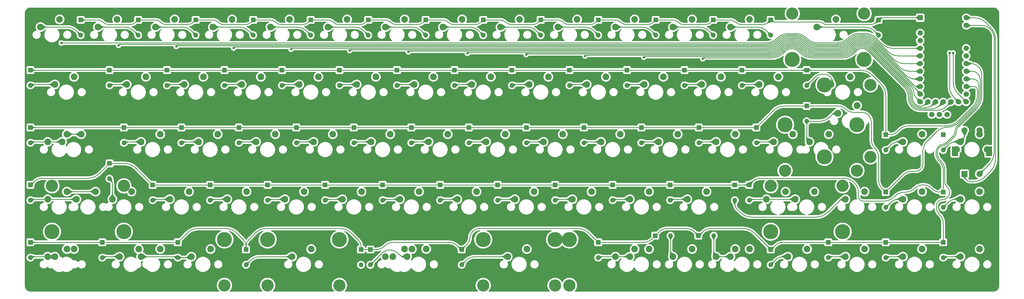
<source format=gbr>
%TF.GenerationSoftware,KiCad,Pcbnew,(6.0.1)*%
%TF.CreationDate,2022-05-17T11:58:57-04:00*%
%TF.ProjectId,GanJing 65 rev 2 solder-rounded,47616e4a-696e-4672-9036-352072657620,2*%
%TF.SameCoordinates,Original*%
%TF.FileFunction,Copper,L1,Top*%
%TF.FilePolarity,Positive*%
%FSLAX46Y46*%
G04 Gerber Fmt 4.6, Leading zero omitted, Abs format (unit mm)*
G04 Created by KiCad (PCBNEW (6.0.1)) date 2022-05-17 11:58:57*
%MOMM*%
%LPD*%
G01*
G04 APERTURE LIST*
%TA.AperFunction,ComponentPad*%
%ADD10R,1.600000X1.600000*%
%TD*%
%TA.AperFunction,ComponentPad*%
%ADD11O,1.600000X1.600000*%
%TD*%
%TA.AperFunction,ComponentPad*%
%ADD12R,1.800000X1.800000*%
%TD*%
%TA.AperFunction,ComponentPad*%
%ADD13C,1.800000*%
%TD*%
%TA.AperFunction,ComponentPad*%
%ADD14C,2.200000*%
%TD*%
%TA.AperFunction,WasherPad*%
%ADD15C,5.000000*%
%TD*%
%TA.AperFunction,WasherPad*%
%ADD16C,4.050000*%
%TD*%
%TA.AperFunction,WasherPad*%
%ADD17C,2.250000*%
%TD*%
%TA.AperFunction,WasherPad*%
%ADD18R,2.000000X3.200000*%
%TD*%
%TA.AperFunction,ComponentPad*%
%ADD19R,2.000000X2.000000*%
%TD*%
%TA.AperFunction,ComponentPad*%
%ADD20C,2.000000*%
%TD*%
%TA.AperFunction,ComponentPad*%
%ADD21C,2.250000*%
%TD*%
%TA.AperFunction,ViaPad*%
%ADD22C,0.800000*%
%TD*%
%TA.AperFunction,Conductor*%
%ADD23C,0.250000*%
%TD*%
G04 APERTURE END LIST*
D10*
%TO.P,D1,1*%
%TO.N,row_1*%
X69056250Y-99853750D03*
D11*
%TO.P,D1,2*%
%TO.N,Net-(D1-Pad2)*%
X69056250Y-104933750D03*
%TD*%
D10*
%TO.P,D2,1*%
%TO.N,row_1*%
X88106250Y-99853750D03*
D11*
%TO.P,D2,2*%
%TO.N,Net-(D2-Pad2)*%
X88106250Y-104933750D03*
%TD*%
D10*
%TO.P,D3,1*%
%TO.N,row_1*%
X107156250Y-99853750D03*
D11*
%TO.P,D3,2*%
%TO.N,Net-(D3-Pad2)*%
X107156250Y-104933750D03*
%TD*%
D10*
%TO.P,D4,1*%
%TO.N,row_1*%
X126206250Y-99853750D03*
D11*
%TO.P,D4,2*%
%TO.N,Net-(D4-Pad2)*%
X126206250Y-104933750D03*
%TD*%
D10*
%TO.P,D5,1*%
%TO.N,row_1*%
X145256250Y-99853750D03*
D11*
%TO.P,D5,2*%
%TO.N,Net-(D5-Pad2)*%
X145256250Y-104933750D03*
%TD*%
D10*
%TO.P,D6,1*%
%TO.N,row_1*%
X164306250Y-99853750D03*
D11*
%TO.P,D6,2*%
%TO.N,Net-(D6-Pad2)*%
X164306250Y-104933750D03*
%TD*%
D10*
%TO.P,D7,1*%
%TO.N,row_1*%
X183356250Y-99853750D03*
D11*
%TO.P,D7,2*%
%TO.N,Net-(D7-Pad2)*%
X183356250Y-104933750D03*
%TD*%
D10*
%TO.P,D8,1*%
%TO.N,row_1*%
X202406250Y-99853750D03*
D11*
%TO.P,D8,2*%
%TO.N,Net-(D8-Pad2)*%
X202406250Y-104933750D03*
%TD*%
D10*
%TO.P,D9,1*%
%TO.N,row_1*%
X221456250Y-99853750D03*
D11*
%TO.P,D9,2*%
%TO.N,Net-(D9-Pad2)*%
X221456250Y-104933750D03*
%TD*%
D10*
%TO.P,D10,1*%
%TO.N,row_1*%
X240506250Y-99853750D03*
D11*
%TO.P,D10,2*%
%TO.N,Net-(D10-Pad2)*%
X240506250Y-104933750D03*
%TD*%
D10*
%TO.P,D11,1*%
%TO.N,row_1*%
X259556250Y-99853750D03*
D11*
%TO.P,D11,2*%
%TO.N,Net-(D11-Pad2)*%
X259556250Y-104933750D03*
%TD*%
D10*
%TO.P,D12,1*%
%TO.N,row_1*%
X278606250Y-99853750D03*
D11*
%TO.P,D12,2*%
%TO.N,Net-(D12-Pad2)*%
X278606250Y-104933750D03*
%TD*%
D10*
%TO.P,D13,1*%
%TO.N,row_1*%
X297656250Y-99853750D03*
D11*
%TO.P,D13,2*%
%TO.N,Net-(D13-Pad2)*%
X297656250Y-104933750D03*
%TD*%
D10*
%TO.P,D14,1*%
%TO.N,row_1*%
X333375000Y-99853750D03*
D11*
%TO.P,D14,2*%
%TO.N,Net-(D14-Pad2)*%
X333375000Y-104933750D03*
%TD*%
D10*
%TO.P,D16,1*%
%TO.N,row_2*%
X52387500Y-116522500D03*
D11*
%TO.P,D16,2*%
%TO.N,Net-(D16-Pad2)*%
X52387500Y-121602500D03*
%TD*%
D10*
%TO.P,D17,1*%
%TO.N,row_2*%
X78581250Y-116522500D03*
D11*
%TO.P,D17,2*%
%TO.N,Net-(D17-Pad2)*%
X78581250Y-121602500D03*
%TD*%
D10*
%TO.P,D18,1*%
%TO.N,row_2*%
X97631250Y-116522500D03*
D11*
%TO.P,D18,2*%
%TO.N,Net-(D18-Pad2)*%
X97631250Y-121602500D03*
%TD*%
D10*
%TO.P,D19,1*%
%TO.N,row_2*%
X116681250Y-116522500D03*
D11*
%TO.P,D19,2*%
%TO.N,Net-(D19-Pad2)*%
X116681250Y-121602500D03*
%TD*%
D10*
%TO.P,D20,1*%
%TO.N,row_2*%
X135731250Y-116522500D03*
D11*
%TO.P,D20,2*%
%TO.N,Net-(D20-Pad2)*%
X135731250Y-121602500D03*
%TD*%
D10*
%TO.P,D21,1*%
%TO.N,row_2*%
X154781250Y-116522500D03*
D11*
%TO.P,D21,2*%
%TO.N,Net-(D21-Pad2)*%
X154781250Y-121602500D03*
%TD*%
D10*
%TO.P,D22,1*%
%TO.N,row_2*%
X173831250Y-116522500D03*
D11*
%TO.P,D22,2*%
%TO.N,Net-(D22-Pad2)*%
X173831250Y-121602500D03*
%TD*%
D10*
%TO.P,D23,1*%
%TO.N,row_2*%
X192881250Y-116522500D03*
D11*
%TO.P,D23,2*%
%TO.N,Net-(D23-Pad2)*%
X192881250Y-121602500D03*
%TD*%
D10*
%TO.P,D24,1*%
%TO.N,row_2*%
X211931250Y-116522500D03*
D11*
%TO.P,D24,2*%
%TO.N,Net-(D24-Pad2)*%
X211931250Y-121602500D03*
%TD*%
D10*
%TO.P,D25,1*%
%TO.N,row_2*%
X230981250Y-116522500D03*
D11*
%TO.P,D25,2*%
%TO.N,Net-(D25-Pad2)*%
X230981250Y-121602500D03*
%TD*%
D10*
%TO.P,D26,1*%
%TO.N,row_2*%
X250031250Y-116522500D03*
D11*
%TO.P,D26,2*%
%TO.N,Net-(D26-Pad2)*%
X250031250Y-121602500D03*
%TD*%
D10*
%TO.P,D27,1*%
%TO.N,row_2*%
X269081250Y-116522500D03*
D11*
%TO.P,D27,2*%
%TO.N,Net-(D27-Pad2)*%
X269081250Y-121602500D03*
%TD*%
D10*
%TO.P,D28,1*%
%TO.N,row_2*%
X288131250Y-116522500D03*
D11*
%TO.P,D28,2*%
%TO.N,Net-(D28-Pad2)*%
X288131250Y-121602500D03*
%TD*%
D10*
%TO.P,D29,1*%
%TO.N,row_2*%
X309562500Y-116522500D03*
D11*
%TO.P,D29,2*%
%TO.N,Net-(D29-Pad2)*%
X309562500Y-121602500D03*
%TD*%
D10*
%TO.P,D30,1*%
%TO.N,row_2*%
X335756250Y-137953750D03*
D11*
%TO.P,D30,2*%
%TO.N,Net-(D30-Pad2)*%
X335756250Y-143033750D03*
%TD*%
D10*
%TO.P,D31,1*%
%TO.N,row_3*%
X52387500Y-135572500D03*
D11*
%TO.P,D31,2*%
%TO.N,Net-(D31-Pad2)*%
X52387500Y-140652500D03*
%TD*%
D10*
%TO.P,D32,1*%
%TO.N,row_3*%
X83343750Y-135572500D03*
D11*
%TO.P,D32,2*%
%TO.N,Net-(D32-Pad2)*%
X83343750Y-140652500D03*
%TD*%
D10*
%TO.P,D33,1*%
%TO.N,row_3*%
X102393750Y-135572500D03*
D11*
%TO.P,D33,2*%
%TO.N,Net-(D33-Pad2)*%
X102393750Y-140652500D03*
%TD*%
D10*
%TO.P,D34,1*%
%TO.N,row_3*%
X121443750Y-135572500D03*
D11*
%TO.P,D34,2*%
%TO.N,Net-(D34-Pad2)*%
X121443750Y-140652500D03*
%TD*%
D10*
%TO.P,D35,1*%
%TO.N,row_3*%
X140493750Y-135572500D03*
D11*
%TO.P,D35,2*%
%TO.N,Net-(D35-Pad2)*%
X140493750Y-140652500D03*
%TD*%
D10*
%TO.P,D36,1*%
%TO.N,row_3*%
X159543750Y-135572500D03*
D11*
%TO.P,D36,2*%
%TO.N,Net-(D36-Pad2)*%
X159543750Y-140652500D03*
%TD*%
D10*
%TO.P,D37,1*%
%TO.N,row_3*%
X178593750Y-135572500D03*
D11*
%TO.P,D37,2*%
%TO.N,Net-(D37-Pad2)*%
X178593750Y-140652500D03*
%TD*%
D10*
%TO.P,D38,1*%
%TO.N,row_3*%
X197643750Y-135572500D03*
D11*
%TO.P,D38,2*%
%TO.N,Net-(D38-Pad2)*%
X197643750Y-140652500D03*
%TD*%
D10*
%TO.P,D39,1*%
%TO.N,row_3*%
X216693750Y-135572500D03*
D11*
%TO.P,D39,2*%
%TO.N,Net-(D39-Pad2)*%
X216693750Y-140652500D03*
%TD*%
D10*
%TO.P,D40,1*%
%TO.N,row_3*%
X235743750Y-135572500D03*
D11*
%TO.P,D40,2*%
%TO.N,Net-(D40-Pad2)*%
X235743750Y-140652500D03*
%TD*%
D10*
%TO.P,D41,1*%
%TO.N,row_3*%
X254793750Y-135572500D03*
D11*
%TO.P,D41,2*%
%TO.N,Net-(D41-Pad2)*%
X254793750Y-140652500D03*
%TD*%
D10*
%TO.P,D42,1*%
%TO.N,row_3*%
X273843750Y-135572500D03*
D11*
%TO.P,D42,2*%
%TO.N,Net-(D42-Pad2)*%
X273843750Y-140652500D03*
%TD*%
D10*
%TO.P,D43,1*%
%TO.N,row_3*%
X292893750Y-135572500D03*
D11*
%TO.P,D43,2*%
%TO.N,Net-(D43-Pad2)*%
X292893750Y-140652500D03*
%TD*%
D10*
%TO.P,D44,1*%
%TO.N,row_3*%
X309562500Y-128428750D03*
D11*
%TO.P,D44,2*%
%TO.N,Net-(D44-Pad2)*%
X309562500Y-133508750D03*
%TD*%
D10*
%TO.P,D45,1*%
%TO.N,row_3*%
X335756250Y-157003750D03*
D11*
%TO.P,D45,2*%
%TO.N,Net-(D45-Pad2)*%
X335756250Y-162083750D03*
%TD*%
D10*
%TO.P,D46,1*%
%TO.N,row_4*%
X52387500Y-154622500D03*
D11*
%TO.P,D46,2*%
%TO.N,Net-(D46-Pad2)*%
X52387500Y-159702500D03*
%TD*%
D10*
%TO.P,D47,1*%
%TO.N,row_4*%
X78581250Y-147478750D03*
D11*
%TO.P,D47,2*%
%TO.N,Net-(D47-Pad2)*%
X78581250Y-152558750D03*
%TD*%
D10*
%TO.P,D48,1*%
%TO.N,row_4*%
X92868750Y-154622500D03*
D11*
%TO.P,D48,2*%
%TO.N,Net-(D48-Pad2)*%
X92868750Y-159702500D03*
%TD*%
D10*
%TO.P,D49,1*%
%TO.N,row_4*%
X111918750Y-154622500D03*
D11*
%TO.P,D49,2*%
%TO.N,Net-(D49-Pad2)*%
X111918750Y-159702500D03*
%TD*%
D10*
%TO.P,D50,1*%
%TO.N,row_4*%
X130968750Y-154622500D03*
D11*
%TO.P,D50,2*%
%TO.N,Net-(D50-Pad2)*%
X130968750Y-159702500D03*
%TD*%
D10*
%TO.P,D51,1*%
%TO.N,row_4*%
X150018750Y-154622500D03*
D11*
%TO.P,D51,2*%
%TO.N,Net-(D51-Pad2)*%
X150018750Y-159702500D03*
%TD*%
D10*
%TO.P,D52,1*%
%TO.N,row_4*%
X169068750Y-154622500D03*
D11*
%TO.P,D52,2*%
%TO.N,Net-(D52-Pad2)*%
X169068750Y-159702500D03*
%TD*%
D10*
%TO.P,D53,1*%
%TO.N,row_4*%
X188118750Y-154622500D03*
D11*
%TO.P,D53,2*%
%TO.N,Net-(D53-Pad2)*%
X188118750Y-159702500D03*
%TD*%
D10*
%TO.P,D54,1*%
%TO.N,row_4*%
X207168750Y-154622500D03*
D11*
%TO.P,D54,2*%
%TO.N,Net-(D54-Pad2)*%
X207168750Y-159702500D03*
%TD*%
D10*
%TO.P,D55,1*%
%TO.N,row_4*%
X226218750Y-154622500D03*
D11*
%TO.P,D55,2*%
%TO.N,Net-(D55-Pad2)*%
X226218750Y-159702500D03*
%TD*%
D10*
%TO.P,D57,1*%
%TO.N,row_4*%
X264318750Y-154622500D03*
D11*
%TO.P,D57,2*%
%TO.N,Net-(D57-Pad2)*%
X264318750Y-159702500D03*
%TD*%
D10*
%TO.P,D58,1*%
%TO.N,row_4*%
X290512500Y-154622500D03*
D11*
%TO.P,D58,2*%
%TO.N,Net-(D58-Pad2)*%
X290512500Y-159702500D03*
%TD*%
D10*
%TO.P,D60,1*%
%TO.N,row_4*%
X354806250Y-157003750D03*
D11*
%TO.P,D60,2*%
%TO.N,Net-(D60-Pad2)*%
X354806250Y-162083750D03*
%TD*%
D10*
%TO.P,D61,1*%
%TO.N,row_5*%
X52387500Y-173672500D03*
D11*
%TO.P,D61,2*%
%TO.N,Net-(D61-Pad2)*%
X52387500Y-178752500D03*
%TD*%
D10*
%TO.P,D62,1*%
%TO.N,row_5*%
X76200000Y-173672500D03*
D11*
%TO.P,D62,2*%
%TO.N,Net-(D62-Pad2)*%
X76200000Y-178752500D03*
%TD*%
D10*
%TO.P,D63,1*%
%TO.N,row_5*%
X101200000Y-173672500D03*
D11*
%TO.P,D63,2*%
%TO.N,Net-(D63-Pad2)*%
X101200000Y-178752500D03*
%TD*%
D10*
%TO.P,D66,1*%
%TO.N,row_5*%
X165000000Y-176053750D03*
D11*
%TO.P,D66,2*%
%TO.N,Net-(D66-Pad2)*%
X165000000Y-181133750D03*
%TD*%
D10*
%TO.P,D68,1*%
%TO.N,row_5*%
X240506250Y-173672500D03*
D11*
%TO.P,D68,2*%
%TO.N,Net-(D68-Pad2)*%
X240506250Y-178752500D03*
%TD*%
D10*
%TO.P,D69,1*%
%TO.N,row_5*%
X259397500Y-171450000D03*
D11*
%TO.P,D69,2*%
%TO.N,Net-(D69-Pad2)*%
X264477500Y-171450000D03*
%TD*%
D10*
%TO.P,D70,1*%
%TO.N,row_5*%
X273685000Y-171450000D03*
D11*
%TO.P,D70,2*%
%TO.N,Net-(D70-Pad2)*%
X278765000Y-171450000D03*
%TD*%
D10*
%TO.P,D71,1*%
%TO.N,row_5*%
X297656250Y-176053750D03*
D11*
%TO.P,D71,2*%
%TO.N,Net-(D71-Pad2)*%
X297656250Y-181133750D03*
%TD*%
D10*
%TO.P,D72,1*%
%TO.N,row_5*%
X316706250Y-173672500D03*
D11*
%TO.P,D72,2*%
%TO.N,Net-(D72-Pad2)*%
X316706250Y-178752500D03*
%TD*%
D10*
%TO.P,D73,1*%
%TO.N,row_5*%
X335756250Y-173672500D03*
D11*
%TO.P,D73,2*%
%TO.N,Net-(D73-Pad2)*%
X335756250Y-178752500D03*
%TD*%
D10*
%TO.P,D74,1*%
%TO.N,row_5*%
X354806250Y-173672500D03*
D11*
%TO.P,D74,2*%
%TO.N,Net-(D74-Pad2)*%
X354806250Y-178752500D03*
%TD*%
D10*
%TO.P,D15,1*%
%TO.N,row_1*%
X354806250Y-137953750D03*
D11*
%TO.P,D15,2*%
%TO.N,S2*%
X354806250Y-143033750D03*
%TD*%
D12*
%TO.P,DS1,1,GND*%
%TO.N,GND*%
X358616250Y-131250000D03*
D13*
%TO.P,DS1,2,VCC*%
%TO.N,VCC*%
X356076250Y-131250000D03*
%TO.P,DS1,3,SCL*%
%TO.N,SCL*%
X353536250Y-131250000D03*
%TO.P,DS1,4,SDA*%
%TO.N,SDA*%
X350996250Y-131250000D03*
%TD*%
D14*
%TO.P,MX1,1,COL*%
%TO.N,col_1*%
X62071250Y-99695000D03*
%TO.P,MX1,2,ROW*%
%TO.N,Net-(D1-Pad2)*%
X55721250Y-102235000D03*
%TD*%
%TO.P,MX2,1,COL*%
%TO.N,col_2*%
X81121250Y-99695000D03*
%TO.P,MX2,2,ROW*%
%TO.N,Net-(D2-Pad2)*%
X74771250Y-102235000D03*
%TD*%
%TO.P,MX3,1,COL*%
%TO.N,col_3*%
X100171250Y-99695000D03*
%TO.P,MX3,2,ROW*%
%TO.N,Net-(D3-Pad2)*%
X93821250Y-102235000D03*
%TD*%
%TO.P,MX4,1,COL*%
%TO.N,col_4*%
X119221250Y-99695000D03*
%TO.P,MX4,2,ROW*%
%TO.N,Net-(D4-Pad2)*%
X112871250Y-102235000D03*
%TD*%
%TO.P,MX5,1,COL*%
%TO.N,col_5*%
X138271250Y-99695000D03*
%TO.P,MX5,2,ROW*%
%TO.N,Net-(D5-Pad2)*%
X131921250Y-102235000D03*
%TD*%
%TO.P,MX6,1,COL*%
%TO.N,col_6*%
X157321250Y-99695000D03*
%TO.P,MX6,2,ROW*%
%TO.N,Net-(D6-Pad2)*%
X150971250Y-102235000D03*
%TD*%
%TO.P,MX7,1,COL*%
%TO.N,col_7*%
X176371250Y-99695000D03*
%TO.P,MX7,2,ROW*%
%TO.N,Net-(D7-Pad2)*%
X170021250Y-102235000D03*
%TD*%
%TO.P,MX8,1,COL*%
%TO.N,col_8*%
X195421250Y-99695000D03*
%TO.P,MX8,2,ROW*%
%TO.N,Net-(D8-Pad2)*%
X189071250Y-102235000D03*
%TD*%
%TO.P,MX9,1,COL*%
%TO.N,col_9*%
X214471250Y-99695000D03*
%TO.P,MX9,2,ROW*%
%TO.N,Net-(D9-Pad2)*%
X208121250Y-102235000D03*
%TD*%
%TO.P,MX10,1,COL*%
%TO.N,col_10*%
X233521250Y-99695000D03*
%TO.P,MX10,2,ROW*%
%TO.N,Net-(D10-Pad2)*%
X227171250Y-102235000D03*
%TD*%
%TO.P,MX11,1,COL*%
%TO.N,col_11*%
X252571250Y-99695000D03*
%TO.P,MX11,2,ROW*%
%TO.N,Net-(D11-Pad2)*%
X246221250Y-102235000D03*
%TD*%
%TO.P,MX12,1,COL*%
%TO.N,col_12*%
X271621250Y-99695000D03*
%TO.P,MX12,2,ROW*%
%TO.N,Net-(D12-Pad2)*%
X265271250Y-102235000D03*
%TD*%
%TO.P,MX13,1,COL*%
%TO.N,col_13*%
X290671250Y-99695000D03*
%TO.P,MX13,2,ROW*%
%TO.N,Net-(D13-Pad2)*%
X284321250Y-102235000D03*
%TD*%
D15*
%TO.P,MX14,*%
%TO.N,*%
X328606250Y-113015000D03*
X304806250Y-113015000D03*
D16*
X328606250Y-97775000D03*
X304806250Y-97775000D03*
D14*
%TO.P,MX14,1,COL*%
%TO.N,col_14*%
X319246250Y-99695000D03*
%TO.P,MX14,2,ROW*%
%TO.N,Net-(D14-Pad2)*%
X312896250Y-102235000D03*
%TD*%
%TO.P,MX16,1,COL*%
%TO.N,col_1*%
X66833750Y-118745000D03*
%TO.P,MX16,2,ROW*%
%TO.N,Net-(D16-Pad2)*%
X60483750Y-121285000D03*
%TD*%
%TO.P,MX17,1,COL*%
%TO.N,col_2*%
X90646250Y-118745000D03*
%TO.P,MX17,2,ROW*%
%TO.N,Net-(D17-Pad2)*%
X84296250Y-121285000D03*
%TD*%
%TO.P,MX18,1,COL*%
%TO.N,col_3*%
X109696250Y-118745000D03*
%TO.P,MX18,2,ROW*%
%TO.N,Net-(D18-Pad2)*%
X103346250Y-121285000D03*
%TD*%
%TO.P,MX19,1,COL*%
%TO.N,col_4*%
X128746250Y-118745000D03*
%TO.P,MX19,2,ROW*%
%TO.N,Net-(D19-Pad2)*%
X122396250Y-121285000D03*
%TD*%
%TO.P,MX20,1,COL*%
%TO.N,col_5*%
X147796250Y-118745000D03*
%TO.P,MX20,2,ROW*%
%TO.N,Net-(D20-Pad2)*%
X141446250Y-121285000D03*
%TD*%
%TO.P,MX21,1,COL*%
%TO.N,col_6*%
X166846250Y-118745000D03*
%TO.P,MX21,2,ROW*%
%TO.N,Net-(D21-Pad2)*%
X160496250Y-121285000D03*
%TD*%
%TO.P,MX22,1,COL*%
%TO.N,col_7*%
X185896250Y-118745000D03*
%TO.P,MX22,2,ROW*%
%TO.N,Net-(D22-Pad2)*%
X179546250Y-121285000D03*
%TD*%
%TO.P,MX23,1,COL*%
%TO.N,col_8*%
X204946250Y-118745000D03*
%TO.P,MX23,2,ROW*%
%TO.N,Net-(D23-Pad2)*%
X198596250Y-121285000D03*
%TD*%
%TO.P,MX24,1,COL*%
%TO.N,col_9*%
X223996250Y-118745000D03*
%TO.P,MX24,2,ROW*%
%TO.N,Net-(D24-Pad2)*%
X217646250Y-121285000D03*
%TD*%
%TO.P,MX25,1,COL*%
%TO.N,col_10*%
X243046250Y-118745000D03*
%TO.P,MX25,2,ROW*%
%TO.N,Net-(D25-Pad2)*%
X236696250Y-121285000D03*
%TD*%
%TO.P,MX26,1,COL*%
%TO.N,col_11*%
X262096250Y-118745000D03*
%TO.P,MX26,2,ROW*%
%TO.N,Net-(D26-Pad2)*%
X255746250Y-121285000D03*
%TD*%
%TO.P,MX27,1,COL*%
%TO.N,col_12*%
X281146250Y-118745000D03*
%TO.P,MX27,2,ROW*%
%TO.N,Net-(D27-Pad2)*%
X274796250Y-121285000D03*
%TD*%
%TO.P,MX28,1,COL*%
%TO.N,col_13*%
X300196250Y-118745000D03*
%TO.P,MX28,2,ROW*%
%TO.N,Net-(D28-Pad2)*%
X293846250Y-121285000D03*
%TD*%
%TO.P,MX29,1,COL*%
%TO.N,col_14*%
X324008750Y-118745000D03*
%TO.P,MX29,2,ROW*%
%TO.N,Net-(D29-Pad2)*%
X317658750Y-121285000D03*
%TD*%
%TO.P,MX30,1,COL*%
%TO.N,col_15*%
X347821250Y-137795000D03*
%TO.P,MX30,2,ROW*%
%TO.N,Net-(D30-Pad2)*%
X341471250Y-140335000D03*
%TD*%
%TO.P,MX31,1,COL*%
%TO.N,col_1*%
X69215000Y-137795000D03*
%TO.P,MX31,2,ROW*%
%TO.N,Net-(D31-Pad2)*%
X62865000Y-140335000D03*
%TD*%
%TO.P,MX32,1,COL*%
%TO.N,col_2*%
X95408750Y-137795000D03*
%TO.P,MX32,2,ROW*%
%TO.N,Net-(D32-Pad2)*%
X89058750Y-140335000D03*
%TD*%
%TO.P,MX33,1,COL*%
%TO.N,col_3*%
X114458750Y-137795000D03*
%TO.P,MX33,2,ROW*%
%TO.N,Net-(D33-Pad2)*%
X108108750Y-140335000D03*
%TD*%
%TO.P,MX34,1,COL*%
%TO.N,col_4*%
X133508750Y-137795000D03*
%TO.P,MX34,2,ROW*%
%TO.N,Net-(D34-Pad2)*%
X127158750Y-140335000D03*
%TD*%
%TO.P,MX35,1,COL*%
%TO.N,col_5*%
X152558750Y-137795000D03*
%TO.P,MX35,2,ROW*%
%TO.N,Net-(D35-Pad2)*%
X146208750Y-140335000D03*
%TD*%
%TO.P,MX36,1,COL*%
%TO.N,col_6*%
X171608750Y-137795000D03*
%TO.P,MX36,2,ROW*%
%TO.N,Net-(D36-Pad2)*%
X165258750Y-140335000D03*
%TD*%
%TO.P,MX37,1,COL*%
%TO.N,col_7*%
X190658750Y-137795000D03*
%TO.P,MX37,2,ROW*%
%TO.N,Net-(D37-Pad2)*%
X184308750Y-140335000D03*
%TD*%
%TO.P,MX38,1,COL*%
%TO.N,col_8*%
X209708750Y-137795000D03*
%TO.P,MX38,2,ROW*%
%TO.N,Net-(D38-Pad2)*%
X203358750Y-140335000D03*
%TD*%
%TO.P,MX39,1,COL*%
%TO.N,col_9*%
X228758750Y-137795000D03*
%TO.P,MX39,2,ROW*%
%TO.N,Net-(D39-Pad2)*%
X222408750Y-140335000D03*
%TD*%
%TO.P,MX40,1,COL*%
%TO.N,col_10*%
X247808750Y-137795000D03*
%TO.P,MX40,2,ROW*%
%TO.N,Net-(D40-Pad2)*%
X241458750Y-140335000D03*
%TD*%
%TO.P,MX41,1,COL*%
%TO.N,col_11*%
X266858750Y-137795000D03*
%TO.P,MX41,2,ROW*%
%TO.N,Net-(D41-Pad2)*%
X260508750Y-140335000D03*
%TD*%
%TO.P,MX42,1,COL*%
%TO.N,col_12*%
X285908750Y-137795000D03*
%TO.P,MX42,2,ROW*%
%TO.N,Net-(D42-Pad2)*%
X279558750Y-140335000D03*
%TD*%
%TO.P,MX43,1,COL*%
%TO.N,col_13*%
X304958750Y-137795000D03*
%TO.P,MX43,2,ROW*%
%TO.N,Net-(D43-Pad2)*%
X298608750Y-140335000D03*
%TD*%
D16*
%TO.P,MX44,*%
%TO.N,*%
X302425000Y-149875000D03*
D15*
X302425000Y-134635000D03*
X326225000Y-134635000D03*
D16*
X326225000Y-149875000D03*
D14*
%TO.P,MX44,1,COL*%
%TO.N,col_14*%
X316865000Y-137795000D03*
%TO.P,MX44,2,ROW*%
%TO.N,Net-(D44-Pad2)*%
X310515000Y-140335000D03*
%TD*%
%TO.P,MX45,1,COL*%
%TO.N,col_15*%
X347821250Y-156845000D03*
%TO.P,MX45,2,ROW*%
%TO.N,Net-(D45-Pad2)*%
X341471250Y-159385000D03*
%TD*%
D15*
%TO.P,MX46,*%
%TO.N,*%
X83337500Y-170165000D03*
X59537500Y-170165000D03*
D16*
X83337500Y-154925000D03*
X59537500Y-154925000D03*
D14*
%TO.P,MX46,1,COL*%
%TO.N,col_1*%
X73977500Y-156845000D03*
%TO.P,MX46,2,ROW*%
%TO.N,Net-(D46-Pad2)*%
X67627500Y-159385000D03*
%TD*%
%TO.P,MX48,1,COL*%
%TO.N,col_3*%
X104933750Y-156845000D03*
%TO.P,MX48,2,ROW*%
%TO.N,Net-(D48-Pad2)*%
X98583750Y-159385000D03*
%TD*%
%TO.P,MX49,1,COL*%
%TO.N,col_4*%
X123983750Y-156845000D03*
%TO.P,MX49,2,ROW*%
%TO.N,Net-(D49-Pad2)*%
X117633750Y-159385000D03*
%TD*%
%TO.P,MX50,1,COL*%
%TO.N,col_5*%
X143033750Y-156845000D03*
%TO.P,MX50,2,ROW*%
%TO.N,Net-(D50-Pad2)*%
X136683750Y-159385000D03*
%TD*%
%TO.P,MX51,1,COL*%
%TO.N,col_6*%
X162083750Y-156845000D03*
%TO.P,MX51,2,ROW*%
%TO.N,Net-(D51-Pad2)*%
X155733750Y-159385000D03*
%TD*%
%TO.P,MX52,1,COL*%
%TO.N,col_7*%
X181133750Y-156845000D03*
%TO.P,MX52,2,ROW*%
%TO.N,Net-(D52-Pad2)*%
X174783750Y-159385000D03*
%TD*%
%TO.P,MX53,1,COL*%
%TO.N,col_8*%
X200183750Y-156845000D03*
%TO.P,MX53,2,ROW*%
%TO.N,Net-(D53-Pad2)*%
X193833750Y-159385000D03*
%TD*%
%TO.P,MX54,1,COL*%
%TO.N,col_9*%
X219233750Y-156845000D03*
%TO.P,MX54,2,ROW*%
%TO.N,Net-(D54-Pad2)*%
X212883750Y-159385000D03*
%TD*%
%TO.P,MX55,1,COL*%
%TO.N,col_10*%
X238283750Y-156845000D03*
%TO.P,MX55,2,ROW*%
%TO.N,Net-(D55-Pad2)*%
X231933750Y-159385000D03*
%TD*%
%TO.P,MX56,1,COL*%
%TO.N,col_11*%
X257333750Y-156845000D03*
%TO.P,MX56,2,ROW*%
%TO.N,Net-(D56-Pad2)*%
X250983750Y-159385000D03*
%TD*%
%TO.P,MX57,1,COL*%
%TO.N,col_12*%
X276383750Y-156845000D03*
%TO.P,MX57,2,ROW*%
%TO.N,Net-(D57-Pad2)*%
X270033750Y-159385000D03*
%TD*%
D15*
%TO.P,MX58,*%
%TO.N,*%
X297662500Y-170165000D03*
X321462500Y-170165000D03*
D16*
X321462500Y-154925000D03*
X297662500Y-154925000D03*
D14*
%TO.P,MX58,1,COL*%
%TO.N,col_13*%
X312102500Y-156845000D03*
%TO.P,MX58,2,ROW*%
%TO.N,Net-(D58-Pad2)*%
X305752500Y-159385000D03*
%TD*%
%TO.P,MX60,1,COL*%
%TO.N,col_15*%
X366871250Y-156845000D03*
%TO.P,MX60,2,ROW*%
%TO.N,Net-(D60-Pad2)*%
X360521250Y-159385000D03*
%TD*%
%TO.P,MX61,1,COL*%
%TO.N,col_1*%
X64452500Y-175895000D03*
%TO.P,MX61,2,ROW*%
%TO.N,Net-(D61-Pad2)*%
X58102500Y-178435000D03*
%TD*%
%TO.P,MX62,1,COL*%
%TO.N,col_2*%
X88265000Y-175895000D03*
%TO.P,MX62,2,ROW*%
%TO.N,Net-(D62-Pad2)*%
X81915000Y-178435000D03*
%TD*%
%TO.P,MX63,1,COL*%
%TO.N,col_3*%
X112077500Y-175895000D03*
%TO.P,MX63,2,ROW*%
%TO.N,Net-(D63-Pad2)*%
X105727500Y-178435000D03*
%TD*%
D15*
%TO.P,MX66,*%
%TO.N,*%
X130975100Y-172720000D03*
D16*
X230974900Y-187960000D03*
D15*
X230974900Y-172720000D03*
D16*
X130975100Y-187960000D03*
D14*
%TO.P,MX66,1,COL*%
%TO.N,col_7*%
X183515000Y-175895000D03*
%TO.P,MX66,2,ROW*%
%TO.N,Net-(D66-Pad2)*%
X177165000Y-178435000D03*
%TD*%
%TO.P,MX68,1,COL*%
%TO.N,col_9*%
X252571250Y-175895000D03*
%TO.P,MX68,2,ROW*%
%TO.N,Net-(D68-Pad2)*%
X246221250Y-178435000D03*
%TD*%
%TO.P,MX69,1,COL*%
%TO.N,col_10*%
X271621250Y-175895000D03*
%TO.P,MX69,2,ROW*%
%TO.N,Net-(D69-Pad2)*%
X265271250Y-178435000D03*
%TD*%
%TO.P,MX70,1,COL*%
%TO.N,col_11*%
X290671250Y-175895000D03*
%TO.P,MX70,2,ROW*%
%TO.N,Net-(D70-Pad2)*%
X284321250Y-178435000D03*
%TD*%
%TO.P,MX71,1,COL*%
%TO.N,col_12*%
X309721250Y-175895000D03*
%TO.P,MX71,2,ROW*%
%TO.N,Net-(D71-Pad2)*%
X303371250Y-178435000D03*
%TD*%
%TO.P,MX72,1,COL*%
%TO.N,col_13*%
X328771250Y-175895000D03*
%TO.P,MX72,2,ROW*%
%TO.N,Net-(D72-Pad2)*%
X322421250Y-178435000D03*
%TD*%
%TO.P,MX73,1,COL*%
%TO.N,col_14*%
X347821250Y-175895000D03*
%TO.P,MX73,2,ROW*%
%TO.N,Net-(D73-Pad2)*%
X341471250Y-178435000D03*
%TD*%
%TO.P,MX74,1,COL*%
%TO.N,col_15*%
X366871250Y-175895000D03*
%TO.P,MX74,2,ROW*%
%TO.N,Net-(D74-Pad2)*%
X360521250Y-178435000D03*
%TD*%
%TO.P,MX75,1,COL*%
%TO.N,col_1*%
X64452500Y-137795000D03*
%TO.P,MX75,2,ROW*%
%TO.N,Net-(D31-Pad2)*%
X58102500Y-140335000D03*
%TD*%
%TO.P,MX77,1,COL*%
%TO.N,col_1*%
X64452500Y-156845000D03*
%TO.P,MX77,2,ROW*%
%TO.N,Net-(D46-Pad2)*%
X58102500Y-159385000D03*
%TD*%
D15*
%TO.P,MX64,*%
%TO.N,*%
X130975000Y-172735000D03*
X154775000Y-172735000D03*
D16*
X130975000Y-187975000D03*
X154775000Y-187975000D03*
D14*
%TO.P,MX64,1,COL*%
%TO.N,col_5*%
X145415000Y-175895000D03*
%TO.P,MX64,2,ROW*%
%TO.N,Net-(D64-Pad2)*%
X139065000Y-178435000D03*
%TD*%
%TO.P,MX65,1,COL*%
%TO.N,col_6*%
X178752500Y-175895000D03*
%TO.P,MX65,2,ROW*%
%TO.N,Net-(D65-Pad2)*%
X172402500Y-178435000D03*
%TD*%
D12*
%TO.P,U1,1,B0*%
%TO.N,row_1*%
X347186250Y-99130000D03*
D13*
%TO.P,U1,2,GND*%
%TO.N,GND*%
X347186250Y-101670000D03*
%TO.P,U1,3,RST*%
%TO.N,unconnected-(U1-Pad3)*%
X347186250Y-104210000D03*
%TO.P,U1,4,VCC*%
%TO.N,VCC*%
X347186250Y-106750000D03*
%TO.P,U1,5,F4*%
%TO.N,col_1*%
X347186250Y-109290000D03*
%TO.P,U1,6,F5*%
%TO.N,col_2*%
X347186250Y-111830000D03*
%TO.P,U1,7,F6*%
%TO.N,col_3*%
X347186250Y-114370000D03*
%TO.P,U1,8,F7*%
%TO.N,col_4*%
X347186250Y-116910000D03*
%TO.P,U1,9,B1/SCLK*%
%TO.N,col_5*%
X347186250Y-119450000D03*
%TO.P,U1,10,B3/MISO*%
%TO.N,col_6*%
X347186250Y-121990000D03*
%TO.P,U1,11,B2/MOSI*%
%TO.N,col_7*%
X347186250Y-124530000D03*
%TO.P,U1,12,B6*%
%TO.N,col_8*%
X347186250Y-127070000D03*
%TO.P,U1,13,B5*%
%TO.N,col_14*%
X362426250Y-127070000D03*
%TO.P,U1,14,B4*%
%TO.N,col_15*%
X362426250Y-124530000D03*
%TO.P,U1,15,E6*%
%TO.N,row_2*%
X362426250Y-121990000D03*
%TO.P,U1,16,D7*%
%TO.N,row_3*%
X362426250Y-119450000D03*
%TO.P,U1,17,C6*%
%TO.N,row_4*%
X362426250Y-116910000D03*
%TO.P,U1,18,D4*%
%TO.N,row_5*%
X362426250Y-114370000D03*
%TO.P,U1,19,D0/SCL*%
%TO.N,SCL*%
X362426250Y-111830000D03*
%TO.P,U1,20,D1/SDA*%
%TO.N,SDA*%
X362426250Y-109290000D03*
%TO.P,U1,21,GND*%
%TO.N,GND*%
X362426250Y-106750000D03*
%TO.P,U1,22,GND*%
X362426250Y-104210000D03*
%TO.P,U1,23,D2*%
%TO.N,rotory_2*%
X362426250Y-101670000D03*
%TO.P,U1,24,D3*%
%TO.N,rotory_1*%
X362426250Y-99130000D03*
%TO.P,U1,25,F0*%
%TO.N,col_9*%
X349726250Y-127070000D03*
%TO.P,U1,26,F1*%
%TO.N,col_10*%
X352266250Y-127070000D03*
%TO.P,U1,27,C7*%
%TO.N,col_11*%
X354806250Y-127070000D03*
%TO.P,U1,28,D5*%
%TO.N,col_12*%
X357346250Y-127070000D03*
%TO.P,U1,29,B7*%
%TO.N,col_13*%
X359886250Y-127070000D03*
%TD*%
D10*
%TO.P,D56,1*%
%TO.N,row_4*%
X245268750Y-154622500D03*
D11*
%TO.P,D56,2*%
%TO.N,Net-(D56-Pad2)*%
X245268750Y-159702500D03*
%TD*%
D16*
%TO.P,MX67,*%
%TO.N,*%
X202412500Y-187975000D03*
D15*
X202412500Y-172735000D03*
D16*
X226212500Y-187975000D03*
D15*
X226212500Y-172735000D03*
D14*
%TO.P,MX67,1,COL*%
%TO.N,col_8*%
X216852500Y-175895000D03*
%TO.P,MX67,2,ROW*%
%TO.N,Net-(D67-Pad2)*%
X210502500Y-178435000D03*
%TD*%
D17*
%TO.P,MX15,*%
%TO.N,*%
X359240000Y-142860000D03*
X369400000Y-142860000D03*
D14*
%TO.P,MX15,1,COL*%
%TO.N,col_15*%
X366860000Y-137780000D03*
%TO.P,MX15,2,ROW*%
%TO.N,S2*%
X360510000Y-140320000D03*
%TD*%
%TO.P,MX47,1,COL*%
%TO.N,col_2*%
X85883750Y-156845000D03*
%TO.P,MX47,2,ROW*%
%TO.N,Net-(D47-Pad2)*%
X79533750Y-159385000D03*
%TD*%
D18*
%TO.P,SW1,*%
%TO.N,*%
X358731250Y-143475000D03*
X369931250Y-143475000D03*
D19*
%TO.P,SW1,A*%
%TO.N,rotory_1*%
X361831250Y-150975000D03*
D20*
%TO.P,SW1,B*%
%TO.N,rotory_2*%
X366831250Y-150975000D03*
%TO.P,SW1,C*%
%TO.N,GND*%
X364331250Y-150975000D03*
%TO.P,SW1,S1*%
%TO.N,col_15*%
X366831250Y-136475000D03*
%TO.P,SW1,S2*%
%TO.N,S2*%
X361831250Y-136475000D03*
%TD*%
D14*
%TO.P,MX59,1,COL*%
%TO.N,col_14*%
X328771250Y-156845000D03*
%TO.P,MX59,2,ROW*%
%TO.N,Net-(D59-Pad2)*%
X322421250Y-159385000D03*
%TD*%
D10*
%TO.P,D67,1*%
%TO.N,row_5*%
X195262500Y-176053750D03*
D11*
%TO.P,D67,2*%
%TO.N,Net-(D67-Pad2)*%
X195262500Y-181133750D03*
%TD*%
D14*
%TO.P,MX83,1,COL*%
%TO.N,col_11*%
X285908750Y-175895000D03*
%TO.P,MX83,2,ROW*%
%TO.N,Net-(D70-Pad2)*%
X279558750Y-178435000D03*
%TD*%
D10*
%TO.P,D65,1*%
%TO.N,row_5*%
X161925000Y-176053750D03*
D11*
%TO.P,D65,2*%
%TO.N,Net-(D65-Pad2)*%
X161925000Y-181133750D03*
%TD*%
D14*
%TO.P,MX79,1,COL*%
%TO.N,col_1*%
X66833750Y-175895000D03*
%TO.P,MX79,2,ROW*%
%TO.N,Net-(D61-Pad2)*%
X60483750Y-178435000D03*
%TD*%
D10*
%TO.P,D64,1*%
%TO.N,row_5*%
X123825000Y-176053750D03*
D11*
%TO.P,D64,2*%
%TO.N,Net-(D64-Pad2)*%
X123825000Y-181133750D03*
%TD*%
D15*
%TO.P,MX76,*%
%TO.N,*%
X315470000Y-145288000D03*
D16*
X330710000Y-145288000D03*
D15*
X315470000Y-121412000D03*
D16*
X330710000Y-121412000D03*
D21*
%TO.P,MX76,1,COL*%
%TO.N,col_14*%
X326265000Y-128270000D03*
%TO.P,MX76,2,ROW*%
%TO.N,Net-(D44-Pad2)*%
X319915000Y-130810000D03*
%TD*%
D14*
%TO.P,MX80,1,COL*%
%TO.N,col_3*%
X95408750Y-175895000D03*
%TO.P,MX80,2,ROW*%
%TO.N,Net-(D63-Pad2)*%
X89058750Y-178435000D03*
%TD*%
%TO.P,MX82,1,COL*%
%TO.N,col_9*%
X257333750Y-175895000D03*
%TO.P,MX82,2,ROW*%
%TO.N,Net-(D68-Pad2)*%
X250983750Y-178435000D03*
%TD*%
%TO.P,MX78,1,COL*%
%TO.N,col_13*%
X302577500Y-156845000D03*
%TO.P,MX78,2,ROW*%
%TO.N,Net-(D58-Pad2)*%
X296227500Y-159385000D03*
%TD*%
D16*
%TO.P,MX81,*%
%TO.N,*%
X230981250Y-187960000D03*
D15*
X230981250Y-172720000D03*
D16*
X116681250Y-187960000D03*
D15*
X116681250Y-172720000D03*
D14*
%TO.P,MX81,1,COL*%
%TO.N,col_6*%
X176371250Y-175895000D03*
%TO.P,MX81,2,ROW*%
%TO.N,Net-(D65-Pad2)*%
X170021250Y-178435000D03*
%TD*%
D10*
%TO.P,D59,1*%
%TO.N,row_4*%
X285750000Y-154622500D03*
D11*
%TO.P,D59,2*%
%TO.N,Net-(D59-Pad2)*%
X285750000Y-159702500D03*
%TD*%
D22*
%TO.N,GND*%
X185737500Y-185737500D03*
X147637500Y-185737500D03*
X219075000Y-185737500D03*
X321468750Y-147637500D03*
X154781250Y-111918750D03*
X159543750Y-130968750D03*
X104775000Y-185737500D03*
X169068750Y-147637500D03*
X138112500Y-185737500D03*
X316706250Y-114300000D03*
X340518750Y-130968750D03*
X354806250Y-122600000D03*
X78581250Y-111918750D03*
X295275000Y-147637500D03*
X292893750Y-130968750D03*
X111918750Y-147637500D03*
X364331250Y-166687500D03*
X197643750Y-166687500D03*
X235743750Y-166687500D03*
X264318750Y-185737500D03*
X116681250Y-111918750D03*
X188118750Y-147637500D03*
X326231250Y-185737500D03*
X245268750Y-185737500D03*
X352306250Y-122600000D03*
X333375000Y-130968750D03*
X262106250Y-102400000D03*
X135731250Y-111918750D03*
X235743750Y-130968750D03*
X348706250Y-131400000D03*
X109606250Y-102400000D03*
X121443750Y-166687500D03*
X90606250Y-102400000D03*
X66675000Y-166687500D03*
X102393750Y-166687500D03*
X309562500Y-147637500D03*
X230981250Y-114300000D03*
X250031250Y-114300000D03*
X130968750Y-147637500D03*
X295106250Y-106300000D03*
X323806250Y-103500000D03*
X264318750Y-147637500D03*
X166806250Y-102400000D03*
X278606250Y-185737500D03*
X269081250Y-114300000D03*
X216693750Y-166687500D03*
X288131250Y-114300000D03*
X292893750Y-166687500D03*
X102393750Y-130968750D03*
X150018750Y-147637500D03*
X314325000Y-130968750D03*
X211931250Y-114300000D03*
X197643750Y-130968750D03*
X345281250Y-166687500D03*
X364331250Y-185737500D03*
X283368750Y-147637500D03*
X121443750Y-130968750D03*
X273843750Y-130968750D03*
X64293750Y-130968750D03*
X78581250Y-166687500D03*
X226218750Y-147637500D03*
X79000000Y-185737500D03*
X345281250Y-185737500D03*
X281106250Y-102400000D03*
X224006250Y-102400000D03*
X207168750Y-147637500D03*
X59531250Y-111918750D03*
X140493750Y-166687500D03*
X159543750Y-166687500D03*
X353606250Y-105100000D03*
X273843750Y-166687500D03*
X340518750Y-104775000D03*
X216693750Y-130968750D03*
X204906250Y-102400000D03*
X185906250Y-102400000D03*
X83343750Y-130968750D03*
X173831250Y-111918750D03*
X92868750Y-147637500D03*
X192881250Y-111918750D03*
X309562500Y-166687500D03*
X307181250Y-185737500D03*
X140493750Y-130968750D03*
X97631250Y-111918750D03*
X243006250Y-102400000D03*
X128706250Y-102400000D03*
X56000000Y-185737500D03*
X245268750Y-147637500D03*
X178593750Y-130968750D03*
X147806250Y-102400000D03*
X360106250Y-118500000D03*
X328612500Y-166687500D03*
X342900000Y-147637500D03*
X64293750Y-147637500D03*
X209550000Y-185737500D03*
X254793750Y-166687500D03*
X254793750Y-130968750D03*
X178593750Y-166687500D03*
X169068750Y-185737500D03*
%TO.N,col_1*%
X62606250Y-107510700D03*
%TO.N,col_2*%
X81606250Y-108300000D03*
%TO.N,col_3*%
X100706250Y-108700000D03*
%TO.N,col_4*%
X119706250Y-109200000D03*
%TO.N,col_5*%
X138706250Y-109600000D03*
%TO.N,col_6*%
X158153750Y-110052500D03*
%TO.N,col_7*%
X177628750Y-110477500D03*
%TO.N,col_8*%
X197153750Y-110952500D03*
%TO.N,col_9*%
X216628750Y-111377500D03*
%TO.N,col_10*%
X236153750Y-111852500D03*
%TO.N,col_11*%
X255628750Y-112277500D03*
%TO.N,col_12*%
X275153750Y-112752500D03*
%TO.N,col_13*%
X356906250Y-110800000D03*
%TO.N,col_14*%
X358106250Y-110800000D03*
%TD*%
D23*
%TO.N,rotory_2*%
X367422632Y-101670000D02*
G75*
G02*
X370416244Y-102909994I4J-4233598D01*
G01*
X371656238Y-105903606D02*
G75*
G03*
X370416243Y-102909995I-4233615J-4D01*
G01*
X370062446Y-147743803D02*
G75*
G03*
X371656239Y-143896047I-3847766J3847760D01*
G01*
%TO.N,rotory_1*%
X363794422Y-153499999D02*
G75*
G02*
X362406250Y-152925000I0J1963171D01*
G01*
X372106249Y-106217552D02*
G75*
G03*
X370512457Y-102369796I-5441553J-2D01*
G01*
X362317385Y-152836135D02*
G75*
G02*
X361831250Y-151662500I1173635J1173634D01*
G01*
X365018697Y-99130000D02*
G75*
G02*
X368866453Y-100723792I-1J-5441552D01*
G01*
X364993750Y-153500000D02*
G75*
G03*
X368429302Y-152076947I-4J4858611D01*
G01*
X370512457Y-149993792D02*
G75*
G03*
X372106250Y-146146036I-3847766J3847760D01*
G01*
%TO.N,Net-(D71-Pad2)*%
X299288594Y-179501405D02*
G75*
G02*
X301863125Y-178435000I2574528J-2574526D01*
G01*
%TO.N,col_14*%
X359700042Y-124343792D02*
G75*
G02*
X358106250Y-120496036I3847760J3847757D01*
G01*
%TO.N,col_13*%
X358396250Y-125580000D02*
G75*
G02*
X356906250Y-121982821I3597177J3597178D01*
G01*
%TO.N,col_12*%
X343256200Y-125489139D02*
G75*
G03*
X341863171Y-122126071I-4756102J-2D01*
G01*
X304656250Y-109350122D02*
G75*
G02*
X306874808Y-110269078I1J-3137512D01*
G01*
X355956234Y-128460015D02*
G75*
G02*
X352600440Y-129850030I-3355794J3355797D01*
G01*
X311247880Y-112450121D02*
G75*
G02*
X307505851Y-110900121I0J5292026D01*
G01*
X275304940Y-112601310D02*
G75*
G02*
X275669944Y-112450120I365004J-365002D01*
G01*
X326238732Y-109968037D02*
G75*
G02*
X327971936Y-109250121I1733201J-1733199D01*
G01*
X298064619Y-112450120D02*
G75*
G03*
X301806649Y-110900120I-1J5292030D01*
G01*
X302437691Y-110269078D02*
G75*
G02*
X304656250Y-109350121I2218557J-2218556D01*
G01*
X327971936Y-109250122D02*
G75*
G02*
X329705138Y-109968038I0J-2451119D01*
G01*
X321502686Y-112450120D02*
G75*
G03*
X325350442Y-110856327I-3J5441553D01*
G01*
X347337634Y-129850030D02*
G75*
G02*
X344451625Y-128654605I1J4081432D01*
G01*
X344451625Y-128654605D02*
G75*
G02*
X343256201Y-125768594I2886011J2886010D01*
G01*
%TO.N,col_11*%
X297878219Y-112000110D02*
G75*
G03*
X301620248Y-110450109I-4J5292032D01*
G01*
X347337634Y-129400019D02*
G75*
G02*
X344769831Y-128336399I0J3631421D01*
G01*
X343706211Y-125303085D02*
G75*
G03*
X342313426Y-121940606I-4755271J-4D01*
G01*
X304656250Y-108900111D02*
G75*
G02*
X307193011Y-109950872I3J-3587516D01*
G01*
X321316286Y-112000109D02*
G75*
G03*
X325164042Y-110406316I-3J5441553D01*
G01*
X325920774Y-109649585D02*
G75*
G02*
X327971590Y-108800110I2050813J-2050812D01*
G01*
X350828657Y-129400019D02*
G75*
G03*
X353641239Y-128235009I-5J3977605D01*
G01*
X327971590Y-108800111D02*
G75*
G02*
X330022404Y-109649586I2J-2900286D01*
G01*
X255767445Y-112138805D02*
G75*
G02*
X256102284Y-112000110I334835J-334829D01*
G01*
X344769830Y-128336400D02*
G75*
G02*
X343706211Y-125768594I2567805J2567804D01*
G01*
X302119487Y-109950871D02*
G75*
G02*
X304656250Y-108900110I2536757J-2536751D01*
G01*
X311434280Y-112000110D02*
G75*
G02*
X307692250Y-110450110I1J5292030D01*
G01*
%TO.N,col_10*%
X325602814Y-109331134D02*
G75*
G02*
X327971243Y-108350099I2368425J-2368420D01*
G01*
X321129886Y-111550098D02*
G75*
G03*
X324977642Y-109956306I-4J5441558D01*
G01*
X327971243Y-108350099D02*
G75*
G02*
X330339672Y-109331134I2J-3349460D01*
G01*
X301801283Y-109632664D02*
G75*
G02*
X304656249Y-108450099I2854962J-2854958D01*
G01*
X345088035Y-128018196D02*
G75*
G02*
X344156221Y-125768595I2249599J2249599D01*
G01*
X311620681Y-111550099D02*
G75*
G02*
X307878650Y-110000099I0J5292030D01*
G01*
X297691819Y-111550099D02*
G75*
G03*
X301433849Y-110000099I-1J5292030D01*
G01*
X344156220Y-125117032D02*
G75*
G03*
X342763680Y-121755142I-4754432J-1D01*
G01*
X236304950Y-111701299D02*
G75*
G02*
X236669980Y-111550099I365027J-365023D01*
G01*
X347337635Y-128950009D02*
G75*
G02*
X345088036Y-128018195I1J3181419D01*
G01*
X304656249Y-108450099D02*
G75*
G02*
X307511215Y-109632664I2J-4037528D01*
G01*
X349056872Y-128950010D02*
G75*
G03*
X351326245Y-128010005I-5J3209389D01*
G01*
%TO.N,col_9*%
X327970896Y-107900088D02*
G75*
G02*
X330656939Y-109012683I0J-3798639D01*
G01*
X345406240Y-127699990D02*
G75*
G02*
X344606230Y-125768595I1931388J1931392D01*
G01*
X347285087Y-128500000D02*
G75*
G03*
X349011250Y-127785000I-4J2441173D01*
G01*
X347251250Y-128499999D02*
G75*
G02*
X345467323Y-127761073I-1J2522851D01*
G01*
X216767456Y-111238794D02*
G75*
G02*
X217102321Y-111100088I334862J-334856D01*
G01*
X320943486Y-111100088D02*
G75*
G03*
X324791241Y-109506294I-3J5441549D01*
G01*
X325284853Y-109012683D02*
G75*
G02*
X327970896Y-107900088I2686043J-2686044D01*
G01*
X304656250Y-108000089D02*
G75*
G02*
X307829422Y-109314459I4J-4487533D01*
G01*
X344606229Y-124930977D02*
G75*
G03*
X343213933Y-121569679I-4753593J0D01*
G01*
X297505419Y-111100088D02*
G75*
G03*
X301247449Y-109550087I-5J5292037D01*
G01*
X311807080Y-111100088D02*
G75*
G02*
X308065051Y-109550088I0J5292026D01*
G01*
X301483078Y-109314459D02*
G75*
G02*
X304656250Y-108000088I3173167J-3173158D01*
G01*
%TO.N,col_8*%
X327970550Y-107450077D02*
G75*
G02*
X330974206Y-108694232I0J-4247811D01*
G01*
X324966893Y-108694231D02*
G75*
G02*
X327970550Y-107450077I3003655J-3003657D01*
G01*
X197304961Y-110801288D02*
G75*
G02*
X197670018Y-110650077I365054J-365051D01*
G01*
X297319019Y-110650077D02*
G75*
G03*
X301061048Y-109100076I-4J5292032D01*
G01*
X311993480Y-110650077D02*
G75*
G02*
X308251450Y-109100076I5J5292037D01*
G01*
X301164873Y-108996252D02*
G75*
G02*
X304656250Y-107550077I3491373J-3491370D01*
G01*
X320757086Y-110650076D02*
G75*
G03*
X324604842Y-109056283I-3J5441553D01*
G01*
X345821231Y-125704981D02*
G75*
G02*
X345056240Y-123858128I1846850J1846851D01*
G01*
X345056240Y-123858128D02*
G75*
G03*
X344291248Y-122011274I-2611843J1D01*
G01*
X304656250Y-107550078D02*
G75*
G02*
X308147625Y-108996253I3J-4937544D01*
G01*
%TO.N,col_7*%
X177767467Y-110338783D02*
G75*
G02*
X178102359Y-110200066I334889J-334884D01*
G01*
X300874649Y-108650066D02*
G75*
G02*
X304616679Y-107100066I3742026J-3742019D01*
G01*
X320570686Y-110200066D02*
G75*
G03*
X324418441Y-108606272I-3J5441549D01*
G01*
X312179881Y-110200066D02*
G75*
G02*
X308437850Y-108650066I0J5292030D01*
G01*
X297132619Y-110200066D02*
G75*
G03*
X300874649Y-108650066I-1J5292030D01*
G01*
X327970203Y-107000066D02*
G75*
G02*
X331291472Y-108375780I2J-4696979D01*
G01*
X304695818Y-107100067D02*
G75*
G02*
X308437849Y-108650067I4J-5292023D01*
G01*
X324648934Y-108375780D02*
G75*
G02*
X327970203Y-107000066I3321267J-3321265D01*
G01*
%TO.N,col_6*%
X320384286Y-109750055D02*
G75*
G03*
X324232041Y-108156261I-3J5441549D01*
G01*
X300688249Y-108200055D02*
G75*
G02*
X304430279Y-106650055I3742026J-3742019D01*
G01*
X296946219Y-109750055D02*
G75*
G03*
X300688249Y-108200055I-1J5292030D01*
G01*
X158304972Y-109901277D02*
G75*
G02*
X158670055Y-109750055I365080J-365078D01*
G01*
X327969857Y-106550055D02*
G75*
G02*
X331608739Y-108057329I2J-5146152D01*
G01*
X312366281Y-109750055D02*
G75*
G02*
X308624250Y-108200055I0J5292030D01*
G01*
X346363830Y-121990000D02*
G75*
G02*
X344959871Y-121408461I3J1985504D01*
G01*
X304882218Y-106650056D02*
G75*
G02*
X308624249Y-108200056I4J-5292023D01*
G01*
X324330974Y-108057329D02*
G75*
G02*
X327969857Y-106550055I3638878J-3638873D01*
G01*
%TO.N,col_5*%
X345411689Y-119449999D02*
G75*
G02*
X342382324Y-118195194I4J4284178D01*
G01*
X328033208Y-106100044D02*
G75*
G02*
X331880964Y-107693836I-1J-5441552D01*
G01*
X305068618Y-106200045D02*
G75*
G02*
X308810649Y-107750045I4J-5292023D01*
G01*
X320197886Y-109300043D02*
G75*
G03*
X324045642Y-107706250I-3J5441553D01*
G01*
X324058056Y-107693837D02*
G75*
G02*
X327905812Y-106100044I3847754J-3847750D01*
G01*
X138856228Y-109450022D02*
G75*
G02*
X139218306Y-109300044I362077J-362073D01*
G01*
X296759819Y-109300044D02*
G75*
G03*
X300501849Y-107750044I-1J5292030D01*
G01*
X312552681Y-109300044D02*
G75*
G02*
X308810650Y-107750044I0J5292030D01*
G01*
X300501849Y-107750044D02*
G75*
G02*
X304243879Y-106200044I3742026J-3742019D01*
G01*
%TO.N,col_4*%
X343986809Y-116909999D02*
G75*
G02*
X340139053Y-115316207I2J5441553D01*
G01*
X312739081Y-108850033D02*
G75*
G02*
X308997050Y-107300033I0J5292030D01*
G01*
X328218915Y-105650033D02*
G75*
G02*
X332066671Y-107243825I-1J-5441552D01*
G01*
X119881233Y-109025016D02*
G75*
G02*
X120303681Y-108850033I422443J-422439D01*
G01*
X300315449Y-107300033D02*
G75*
G02*
X304057479Y-105750033I3742026J-3742019D01*
G01*
X305255018Y-105750034D02*
G75*
G02*
X308997049Y-107300034I4J-5292023D01*
G01*
X296573419Y-108850033D02*
G75*
G03*
X300315449Y-107300033I-1J5292030D01*
G01*
X323871655Y-107243825D02*
G75*
G02*
X327719412Y-105650033I3847757J-3847760D01*
G01*
X320011486Y-108850032D02*
G75*
G03*
X323859242Y-107256239I-3J5441553D01*
G01*
%TO.N,col_3*%
X296387019Y-108400022D02*
G75*
G03*
X300129049Y-106850022I-1J5292030D01*
G01*
X319825086Y-108400021D02*
G75*
G03*
X323672842Y-106806228I-3J5441553D01*
G01*
X312925481Y-108400022D02*
G75*
G02*
X309183450Y-106850022I0J5292030D01*
G01*
X328404622Y-105200022D02*
G75*
G02*
X332252378Y-106793814I-1J-5441552D01*
G01*
X342082527Y-114369999D02*
G75*
G02*
X338234771Y-112776207I2J5441553D01*
G01*
X100856239Y-108550011D02*
G75*
G02*
X101218344Y-108400022I362101J-362094D01*
G01*
X323685256Y-106793815D02*
G75*
G02*
X327533012Y-105200022I3847754J-3847750D01*
G01*
X305441418Y-105300023D02*
G75*
G02*
X309183449Y-106850023I4J-5292023D01*
G01*
X300129049Y-106850022D02*
G75*
G02*
X303871079Y-105300022I3742026J-3742019D01*
G01*
%TO.N,col_2*%
X340178245Y-111829999D02*
G75*
G02*
X336330489Y-110236207I2J5441553D01*
G01*
X319638686Y-107950010D02*
G75*
G03*
X323486442Y-106356217I-3J5441553D01*
G01*
X323498856Y-106343804D02*
G75*
G02*
X327346612Y-104750011I3847754J-3847750D01*
G01*
X299942649Y-106400011D02*
G75*
G02*
X303684679Y-104850011I3742026J-3742019D01*
G01*
X305627818Y-104850012D02*
G75*
G02*
X309369849Y-106400012I4J-5292023D01*
G01*
X296200619Y-107950011D02*
G75*
G03*
X299942649Y-106400011I-1J5292030D01*
G01*
X81781244Y-108125005D02*
G75*
G02*
X82203718Y-107950011I422470J-422467D01*
G01*
X328590329Y-104750011D02*
G75*
G02*
X332438085Y-106343803I-1J-5441552D01*
G01*
X313111881Y-107950011D02*
G75*
G02*
X309369850Y-106400011I0J5292030D01*
G01*
%TO.N,col_1*%
X299756250Y-105950000D02*
G75*
G02*
X303498281Y-104400000I3742026J-3742019D01*
G01*
X313298281Y-107500000D02*
G75*
G02*
X309556250Y-105950000I0J5292030D01*
G01*
X319452286Y-107499999D02*
G75*
G03*
X323300042Y-105906206I-3J5441553D01*
G01*
X62611600Y-107505350D02*
G75*
G02*
X62624516Y-107500000I12912J-12907D01*
G01*
X323312456Y-105893793D02*
G75*
G02*
X327160212Y-104300000I3847754J-3847750D01*
G01*
X338273963Y-109289999D02*
G75*
G02*
X334426207Y-107696207I2J5441553D01*
G01*
X328776036Y-104300000D02*
G75*
G02*
X332623792Y-105893792I-1J-5441552D01*
G01*
X305814218Y-104400001D02*
G75*
G02*
X309556249Y-105950001I4J-5292023D01*
G01*
X296014218Y-107500000D02*
G75*
G03*
X299756250Y-105950000I-1J5292035D01*
G01*
%TO.N,S2*%
X361176250Y-139680000D02*
G75*
G03*
X361831250Y-138098690I-1581314J1581312D01*
G01*
X356438594Y-141401405D02*
G75*
G02*
X359013125Y-140335000I2574528J-2574526D01*
G01*
%TO.N,Net-(D69-Pad2)*%
X264874375Y-178038125D02*
G75*
G02*
X264477500Y-177079983I958141J958141D01*
G01*
%TO.N,Net-(D68-Pad2)*%
X240823750Y-178435000D02*
X250983750Y-178435000D01*
%TO.N,Net-(D67-Pad2)*%
X196611875Y-179784375D02*
G75*
G02*
X199869554Y-178435000I3257677J-3257673D01*
G01*
%TO.N,Net-(D66-Pad2)*%
X168828184Y-177305565D02*
G75*
G02*
X171467078Y-176212500I2638893J-2638893D01*
G01*
X171467078Y-176212500D02*
G75*
G02*
X174105972Y-177305565I1J-3731958D01*
G01*
X176200203Y-178435000D02*
G75*
G02*
X174553192Y-177752785I1J2329225D01*
G01*
%TO.N,Net-(D64-Pad2)*%
X125174375Y-179784375D02*
G75*
G02*
X128432054Y-178435000I3257677J-3257673D01*
G01*
%TO.N,Net-(D61-Pad2)*%
X52705000Y-178435000D02*
X59293125Y-178435000D01*
%TO.N,Net-(D60-Pad2)*%
X356438594Y-160451405D02*
G75*
G02*
X359013125Y-159385000I2574528J-2574526D01*
G01*
%TO.N,row_5*%
X356234498Y-158771751D02*
G75*
G03*
X356906250Y-157150000I-1621754J1621753D01*
G01*
X352856262Y-143733864D02*
G75*
G02*
X353481256Y-142224995I2133855J4D01*
G01*
X353460844Y-164354594D02*
G75*
G02*
X352506250Y-162050000I2304586J2304590D01*
G01*
X260588125Y-170259375D02*
G75*
G02*
X263462548Y-169068750I2874420J-2874417D01*
G01*
X354606250Y-159499999D02*
G75*
G03*
X356142645Y-158863602I-5J2172801D01*
G01*
X356906249Y-157150000D02*
G75*
G03*
X356234497Y-155528249I-2293505J-1D01*
G01*
X104209956Y-170662542D02*
G75*
G02*
X108057713Y-169068750I3847757J-3847760D01*
G01*
X122983100Y-172830600D02*
G75*
G02*
X123825000Y-174863125I-2032525J-2032526D01*
G01*
X123825000Y-174863125D02*
G75*
G02*
X124666898Y-172830600I2874423J2D01*
G01*
X356081255Y-155375005D02*
G75*
G02*
X355256260Y-153383290I1991715J1991715D01*
G01*
X166907984Y-176053749D02*
G75*
G03*
X169782407Y-174863124I-3J4065057D01*
G01*
X169782408Y-174863125D02*
G75*
G02*
X172656831Y-173672500I2874420J-2874417D01*
G01*
X353762634Y-146319974D02*
G75*
G02*
X352856261Y-144131795I2188172J2188176D01*
G01*
X275034375Y-170259375D02*
G75*
G02*
X277908798Y-169068750I2874420J-2874417D01*
G01*
X269619951Y-169068751D02*
G75*
G02*
X272494374Y-170259376I2J-4065045D01*
G01*
X116967286Y-169068750D02*
G75*
G02*
X120815042Y-170662542I-1J-5441552D01*
G01*
X367506250Y-117835426D02*
G75*
G03*
X366491250Y-115385000I-3465426J-1D01*
G01*
X126834957Y-170662542D02*
G75*
G02*
X130682713Y-169068750I3847755J-3847755D01*
G01*
X354788044Y-141600000D02*
G75*
G03*
X355951940Y-141117898I-4J1646005D01*
G01*
X359206251Y-136899999D02*
G75*
G02*
X359887612Y-135255047I2326302J5D01*
G01*
X163036250Y-176053750D02*
G75*
G02*
X161925000Y-174942500I0J1111250D01*
G01*
X197181081Y-174135168D02*
G75*
G03*
X198000000Y-172158125I-1977055J1977049D01*
G01*
X355256260Y-149510655D02*
G75*
G03*
X354056260Y-146613600I-4097055J-1D01*
G01*
X358524889Y-138544951D02*
G75*
G03*
X359206251Y-136899999I-1644962J1644957D01*
G01*
X154908536Y-169068750D02*
G75*
G02*
X158756292Y-170662542I-1J-5441552D01*
G01*
X299005625Y-174863125D02*
G75*
G02*
X301880048Y-173672500I2874420J-2874417D01*
G01*
X198000000Y-172158125D02*
G75*
G02*
X198818918Y-170181081I2795951J5D01*
G01*
X190988701Y-173672501D02*
G75*
G02*
X193863124Y-174863126I2J-4065045D01*
G01*
X353624148Y-142082101D02*
G75*
G02*
X354788044Y-141600000I1163891J-1163886D01*
G01*
X352506251Y-161548528D02*
G75*
G02*
X353106251Y-160100001I2048515J5D01*
G01*
X161924999Y-174942500D02*
G75*
G03*
X161139226Y-173045478I-2682794J0D01*
G01*
X255603455Y-173672500D02*
G75*
G03*
X258286250Y-172561250I-3J3794052D01*
G01*
X233648536Y-169068750D02*
G75*
G02*
X237496292Y-170662542I-1J-5441552D01*
G01*
X365912458Y-129230202D02*
G75*
G03*
X367506250Y-125382446I-3847760J3847757D01*
G01*
X288417286Y-169068750D02*
G75*
G02*
X292265042Y-170662542I-1J-5441552D01*
G01*
X198965625Y-170034375D02*
G75*
G02*
X201296849Y-169068750I2331219J-2331211D01*
G01*
X353106250Y-160100000D02*
G75*
G02*
X354554778Y-159500000I1448523J-1448516D01*
G01*
X354806250Y-167326345D02*
G75*
G03*
X353656250Y-164550000I-3926353J-4D01*
G01*
X364040823Y-114370000D02*
G75*
G02*
X366491250Y-115385000I3J-3465420D01*
G01*
X163036250Y-176053750D02*
X166907984Y-176053750D01*
X260508750Y-170338750D02*
X258286250Y-172561250D01*
%TO.N,Net-(D59-Pad2)*%
X291358963Y-165279999D02*
G75*
G02*
X287511207Y-163686207I2J5441553D01*
G01*
X286535772Y-162710772D02*
G75*
G02*
X285750000Y-160813750I1897017J1897019D01*
G01*
X320315616Y-159934999D02*
G75*
G02*
X321643433Y-159385000I1327815J-1327815D01*
G01*
X312716652Y-165279999D02*
G75*
G03*
X316564408Y-163686207I-4J5441558D01*
G01*
%TO.N,Net-(D58-Pad2)*%
X290830000Y-159385000D02*
X305752500Y-159385000D01*
%TO.N,Net-(D47-Pad2)*%
X79533749Y-154184769D02*
G75*
G03*
X79057499Y-153035001I-1626023J-2D01*
G01*
%TO.N,Net-(D46-Pad2)*%
X52705000Y-159385000D02*
X67627500Y-159385000D01*
%TO.N,Net-(D45-Pad2)*%
X337388594Y-160451405D02*
G75*
G02*
X339963125Y-159385000I2574528J-2574526D01*
G01*
%TO.N,row_4*%
X364393170Y-116910000D02*
G75*
G02*
X366276245Y-117689995I-1J-2663073D01*
G01*
X367056240Y-119573069D02*
G75*
G03*
X366276245Y-117689995I-2663075J-3D01*
G01*
X342409193Y-156999999D02*
G75*
G03*
X345306248Y-155799998I-5J4097065D01*
G01*
X353437746Y-141632092D02*
G75*
G02*
X354601644Y-141149990I1163897J-1163897D01*
G01*
X353444427Y-146638177D02*
G75*
G02*
X352406250Y-144131795I2506379J2506380D01*
G01*
X352406250Y-143733866D02*
G75*
G02*
X353163049Y-141906790I2583867J4D01*
G01*
X291623750Y-153511250D02*
G75*
G02*
X294306544Y-152400000I2682791J-2682786D01*
G01*
X354806250Y-149697056D02*
G75*
G03*
X353606250Y-146800000I-4097055J0D01*
G01*
X353508125Y-157003750D02*
G75*
G03*
X354806250Y-155705625I-3J1298128D01*
G01*
X53657500Y-153511250D02*
G75*
G02*
X56340294Y-152400000I2682791J-2682786D01*
G01*
X71406036Y-152399999D02*
G75*
G03*
X75253792Y-150806207I-4J5441558D01*
G01*
X348156250Y-154600001D02*
G75*
G02*
X350972976Y-155766726I1J-3983450D01*
G01*
X353508125Y-157003749D02*
G75*
G02*
X351292088Y-156085836I-1J3133948D01*
G01*
X326719665Y-157162500D02*
G75*
G03*
X325381229Y-153931231I-4569712J-3D01*
G01*
X327191998Y-159527667D02*
G75*
G02*
X326719666Y-158387354I1140315J1140312D01*
G01*
X354601644Y-141149990D02*
G75*
G03*
X355765542Y-140667887I-3J1646005D01*
G01*
X358074878Y-138358551D02*
G75*
G03*
X358756240Y-136713600I-1644957J1644955D01*
G01*
X345339523Y-155766726D02*
G75*
G02*
X348156250Y-154600000I2816725J-2816725D01*
G01*
X328332310Y-159999999D02*
G75*
G02*
X327191999Y-159527666I2J1612648D01*
G01*
X335034929Y-160000000D02*
G75*
G03*
X338656249Y-158499999I-3J5121324D01*
G01*
X358756240Y-136713600D02*
G75*
G02*
X359437600Y-135068648I2326306J4D01*
G01*
X338759714Y-158396535D02*
G75*
G02*
X342131250Y-157000000I3371531J-3371528D01*
G01*
X321820839Y-152400000D02*
G75*
G02*
X325284833Y-153834833I4J-4898817D01*
G01*
X365462447Y-129043802D02*
G75*
G03*
X367056240Y-125196046I-3847766J3847760D01*
G01*
X83471036Y-147478750D02*
G75*
G02*
X87318792Y-149072542I-1J-5441552D01*
G01*
%TO.N,Net-(D44-Pad2)*%
X317886510Y-131372499D02*
G75*
G02*
X319244505Y-130810000I1357991J-1357988D01*
G01*
X310038750Y-139858750D02*
G75*
G02*
X309562500Y-138708980I1149767J1149768D01*
G01*
X313841955Y-133508749D02*
G75*
G03*
X317099635Y-132159375I-5J4607068D01*
G01*
%TO.N,Net-(D31-Pad2)*%
X52705000Y-140335000D02*
X62865000Y-140335000D01*
%TO.N,Net-(D30-Pad2)*%
X337388594Y-141401405D02*
G75*
G02*
X339963125Y-140335000I2574528J-2574526D01*
G01*
%TO.N,row_3*%
X347391875Y-149414375D02*
G75*
G03*
X348006250Y-147931142I-1483235J1483233D01*
G01*
X319970405Y-128428750D02*
G75*
G02*
X322470625Y-129464375I0J-3535845D01*
G01*
X348006250Y-143853963D02*
G75*
G02*
X349600042Y-140006207I5441547J1D01*
G01*
X334565625Y-155813125D02*
G75*
G02*
X333375000Y-152938701I2874421J2874422D01*
G01*
X330993749Y-133722164D02*
G75*
G03*
X330049999Y-131443751I-3222166J-1D01*
G01*
X336946874Y-155813124D02*
G75*
G02*
X334565625Y-155813125I-1190625J1190625D01*
G01*
X332184375Y-142478125D02*
G75*
G02*
X330993750Y-139603701I2874421J2874422D01*
G01*
X333374999Y-145352548D02*
G75*
G03*
X332184374Y-142478126I-4065052J-2D01*
G01*
X324970844Y-130500000D02*
G75*
G02*
X322470625Y-129464375I4J3535851D01*
G01*
X365012438Y-128857402D02*
G75*
G03*
X366606231Y-125009646I-3847766J3847760D01*
G01*
X327771585Y-130500000D02*
G75*
G02*
X330050000Y-131443750I2J-3222160D01*
G01*
X356288034Y-135450010D02*
G75*
G03*
X359927236Y-133942602I-3J5146615D01*
G01*
X345908642Y-150028749D02*
G75*
G03*
X347391875Y-149414375I0J2097609D01*
G01*
X366606230Y-121413140D02*
G75*
G03*
X366031239Y-120024991I-1963144J-2D01*
G01*
X364643090Y-119450001D02*
G75*
G02*
X366031240Y-120024990I0J-1963142D01*
G01*
X341300684Y-151459315D02*
G75*
G02*
X344754375Y-150028750I3453688J-3453685D01*
G01*
X352648831Y-136957418D02*
G75*
G02*
X356288034Y-135450011I3639200J-3639198D01*
G01*
X298621924Y-129844325D02*
G75*
G02*
X302039425Y-128428750I3417502J-3417503D01*
G01*
X302039425Y-128428750D02*
X319970405Y-128428750D01*
%TO.N,Net-(D29-Pad2)*%
X312192467Y-118972532D02*
G75*
G02*
X314902500Y-117850000I2710029J-2710025D01*
G01*
X315355085Y-117850001D02*
G75*
G02*
X317292504Y-118652506I1J-2739924D01*
G01*
X318095010Y-120370005D02*
G75*
G03*
X317448011Y-118808013I-2208993J-1D01*
G01*
%TO.N,Net-(D70-Pad2)*%
X279161875Y-178038125D02*
G75*
G02*
X278765000Y-177079983I958141J958141D01*
G01*
%TO.N,row_2*%
X364590954Y-128642475D02*
G75*
G03*
X366156220Y-124863590I-3778890J3778888D01*
G01*
X337154375Y-137953750D02*
G75*
G02*
X335756250Y-136555625I1J1398126D01*
G01*
X327352286Y-116500000D02*
G75*
G02*
X331200042Y-118093792I-1J-5441552D01*
G01*
X355979466Y-134999999D02*
G75*
G03*
X359827222Y-133406207I-4J5441558D01*
G01*
X366156219Y-123116639D02*
G75*
G03*
X365826235Y-122319985I-1126646J-3D01*
G01*
X340029374Y-136476874D02*
G75*
G02*
X343594866Y-135000000I3565492J-3565496D01*
G01*
X337154375Y-137953749D02*
G75*
G03*
X339541122Y-136965125I-6J3375384D01*
G01*
X335756249Y-124903963D02*
G75*
G03*
X334162457Y-121056207I-5441553J-2D01*
G01*
X365029580Y-121990000D02*
G75*
G02*
X365826235Y-122319985I0J-1126640D01*
G01*
%TO.N,Net-(D14-Pad2)*%
X328767945Y-102235000D02*
G75*
G02*
X332025625Y-103584375I-1J-4607057D01*
G01*
%TO.N,Net-(D13-Pad2)*%
X293049195Y-102235000D02*
G75*
G02*
X296306875Y-103584375I-1J-4607057D01*
G01*
%TO.N,Net-(D12-Pad2)*%
X273999195Y-102235000D02*
G75*
G02*
X277256875Y-103584375I-1J-4607057D01*
G01*
%TO.N,Net-(D11-Pad2)*%
X254949195Y-102235000D02*
G75*
G02*
X258206875Y-103584375I-1J-4607057D01*
G01*
%TO.N,Net-(D10-Pad2)*%
X235899195Y-102235000D02*
G75*
G02*
X239156875Y-103584375I-1J-4607057D01*
G01*
%TO.N,Net-(D9-Pad2)*%
X216849195Y-102235000D02*
G75*
G02*
X220106875Y-103584375I-1J-4607057D01*
G01*
%TO.N,Net-(D8-Pad2)*%
X197799195Y-102235000D02*
G75*
G02*
X201056875Y-103584375I-1J-4607057D01*
G01*
%TO.N,Net-(D7-Pad2)*%
X178749195Y-102235000D02*
G75*
G02*
X182006875Y-103584375I-1J-4607057D01*
G01*
%TO.N,Net-(D6-Pad2)*%
X159699195Y-102235000D02*
G75*
G02*
X162956875Y-103584375I-1J-4607057D01*
G01*
%TO.N,Net-(D5-Pad2)*%
X140649195Y-102235000D02*
G75*
G02*
X143906875Y-103584375I-1J-4607057D01*
G01*
%TO.N,Net-(D4-Pad2)*%
X121599195Y-102235000D02*
G75*
G02*
X124856875Y-103584375I-1J-4607057D01*
G01*
%TO.N,Net-(D3-Pad2)*%
X102549195Y-102235000D02*
G75*
G02*
X105806875Y-103584375I-1J-4607057D01*
G01*
%TO.N,Net-(D2-Pad2)*%
X83499195Y-102235000D02*
G75*
G02*
X86756875Y-103584375I-1J-4607057D01*
G01*
%TO.N,Net-(D1-Pad2)*%
X64449195Y-102235000D02*
G75*
G02*
X67706875Y-103584375I-1J-4607057D01*
G01*
%TO.N,row_1*%
X87333125Y-100626875D02*
G75*
G02*
X89199613Y-99853750I1866485J-1866480D01*
G01*
X180716636Y-101400000D02*
G75*
G03*
X182583125Y-100626875I-3J2639621D01*
G01*
X161666636Y-101400000D02*
G75*
G03*
X163533125Y-100626875I-3J2639621D01*
G01*
X144483125Y-100626875D02*
G75*
G02*
X146349613Y-99853750I1866485J-1866480D01*
G01*
X112716636Y-99853751D02*
G75*
G02*
X114583124Y-100626876I2J-2639609D01*
G01*
X268849613Y-101400000D02*
G75*
G02*
X266983125Y-100626875I2J2639616D01*
G01*
X249824613Y-101400000D02*
G75*
G02*
X247958125Y-100626875I2J2639616D01*
G01*
X169841636Y-99853751D02*
G75*
G02*
X171708124Y-100626876I2J-2639609D01*
G01*
X142616636Y-101400000D02*
G75*
G03*
X144483125Y-100626875I-3J2639621D01*
G01*
X154599613Y-101400000D02*
G75*
G02*
X152733125Y-100626875I2J2639616D01*
G01*
X123566636Y-101400000D02*
G75*
G03*
X125433125Y-100626875I-3J2639621D01*
G01*
X74616636Y-99853751D02*
G75*
G02*
X76483124Y-100626876I2J-2639609D01*
G01*
X104516636Y-101400000D02*
G75*
G03*
X106383125Y-100626875I-3J2639621D01*
G01*
X227019386Y-99853751D02*
G75*
G02*
X228885874Y-100626876I2J-2639609D01*
G01*
X287874613Y-101400000D02*
G75*
G02*
X286008125Y-100626875I2J2639616D01*
G01*
X85466636Y-101400000D02*
G75*
G03*
X87333125Y-100626875I-3J2639621D01*
G01*
X333736875Y-99491875D02*
G75*
G02*
X334610518Y-99130000I873640J-873636D01*
G01*
X131756886Y-99853751D02*
G75*
G02*
X133623374Y-100626876I2J-2639609D01*
G01*
X93641636Y-99853751D02*
G75*
G02*
X95508124Y-100626876I2J-2639609D01*
G01*
X188919386Y-99853751D02*
G75*
G02*
X190785874Y-100626876I2J-2639609D01*
G01*
X211664863Y-101400000D02*
G75*
G02*
X209798375Y-100626875I2J2639616D01*
G01*
X135489863Y-101400000D02*
G75*
G02*
X133623375Y-100626875I2J2639616D01*
G01*
X313933567Y-100530000D02*
G75*
G02*
X314983750Y-100965000I2J-1485178D01*
G01*
X246091636Y-99853751D02*
G75*
G02*
X247958124Y-100626876I2J-2639609D01*
G01*
X277833125Y-100626875D02*
G75*
G02*
X279699613Y-99853750I1866485J-1866480D01*
G01*
X298810680Y-100530000D02*
G75*
G02*
X297994375Y-100191875I1J1154431D01*
G01*
X265116636Y-99853751D02*
G75*
G02*
X266983124Y-100626876I2J-2639609D01*
G01*
X258783125Y-100626875D02*
G75*
G02*
X260649613Y-99853750I1866485J-1866480D01*
G01*
X173574613Y-101400000D02*
G75*
G02*
X171708125Y-100626875I2J2639616D01*
G01*
X295016636Y-101400000D02*
G75*
G03*
X296883125Y-100626875I-3J2639621D01*
G01*
X275966636Y-101400000D02*
G75*
G03*
X277833125Y-100626875I-3J2639621D01*
G01*
X239733125Y-100626875D02*
G75*
G02*
X241599613Y-99853750I1866485J-1866480D01*
G01*
X116449613Y-101400000D02*
G75*
G02*
X114583125Y-100626875I2J2639616D01*
G01*
X220683125Y-100626875D02*
G75*
G02*
X222549613Y-99853750I1866485J-1866480D01*
G01*
X256916636Y-101400000D02*
G75*
G03*
X258783125Y-100626875I-3J2639621D01*
G01*
X284141636Y-99853751D02*
G75*
G02*
X286008124Y-100626876I2J-2639609D01*
G01*
X201633125Y-100626875D02*
G75*
G02*
X203499613Y-99853750I1866485J-1866480D01*
G01*
X316033932Y-101400000D02*
G75*
G02*
X314983750Y-100965000I0J1485180D01*
G01*
X78349613Y-101400000D02*
G75*
G02*
X76483125Y-100626875I2J2639616D01*
G01*
X330735386Y-101400000D02*
G75*
G03*
X332601875Y-100626875I-3J2639621D01*
G01*
X230752363Y-101400000D02*
G75*
G02*
X228885875Y-100626875I2J2639616D01*
G01*
X182583125Y-100626875D02*
G75*
G02*
X184449613Y-99853750I1866485J-1866480D01*
G01*
X237866636Y-101400000D02*
G75*
G03*
X239733125Y-100626875I-3J2639621D01*
G01*
X192652363Y-101400000D02*
G75*
G02*
X190785875Y-100626875I2J2639616D01*
G01*
X97374613Y-101400000D02*
G75*
G02*
X95508125Y-100626875I2J2639616D01*
G01*
X218816636Y-101400000D02*
G75*
G03*
X220683125Y-100626875I-3J2639621D01*
G01*
X150866636Y-99853751D02*
G75*
G02*
X152733124Y-100626876I2J-2639609D01*
G01*
X125433125Y-100626875D02*
G75*
G02*
X127299613Y-99853750I1866485J-1866480D01*
G01*
X207931886Y-99853751D02*
G75*
G02*
X209798374Y-100626876I2J-2639609D01*
G01*
X163533125Y-100626875D02*
G75*
G02*
X165399613Y-99853750I1866485J-1866480D01*
G01*
X106383125Y-100626875D02*
G75*
G02*
X108249613Y-99853750I1866485J-1866480D01*
G01*
X199766636Y-101400000D02*
G75*
G03*
X201633125Y-100626875I-3J2639621D01*
G01*
X85466636Y-101400000D02*
X78349613Y-101400000D01*
X188919386Y-99853750D02*
X184449613Y-99853750D01*
X169841636Y-99853750D02*
X165399613Y-99853750D01*
X333013125Y-100215625D02*
X332601875Y-100626875D01*
X104516636Y-101400000D02*
X97374613Y-101400000D01*
X316033932Y-101400000D02*
X330735386Y-101400000D01*
X287874613Y-101400000D02*
X295016636Y-101400000D01*
X123566636Y-101400000D02*
X116449613Y-101400000D01*
X227019386Y-99853750D02*
X222549613Y-99853750D01*
X313933567Y-100530000D02*
X298810680Y-100530000D01*
X246091636Y-99853750D02*
X241599613Y-99853750D01*
X142616636Y-101400000D02*
X135489863Y-101400000D01*
X203499613Y-99853750D02*
X207931886Y-99853750D01*
X146349613Y-99853750D02*
X150866636Y-99853750D01*
X74616636Y-99853750D02*
X69056250Y-99853750D01*
X131756886Y-99853750D02*
X127299613Y-99853750D01*
X192652363Y-101400000D02*
X199766636Y-101400000D01*
X297318125Y-100191875D02*
X296883125Y-100626875D01*
X180716636Y-101400000D02*
X173574613Y-101400000D01*
X112716636Y-99853750D02*
X108249613Y-99853750D01*
X211664863Y-101400000D02*
X218816636Y-101400000D01*
X161666636Y-101400000D02*
X154599613Y-101400000D01*
X279699613Y-99853750D02*
X284141636Y-99853750D01*
X268849613Y-101400000D02*
X275966636Y-101400000D01*
X249824613Y-101400000D02*
X256916636Y-101400000D01*
X334610518Y-99130000D02*
X347186250Y-99130000D01*
X230752363Y-101400000D02*
X237866636Y-101400000D01*
X265116636Y-99853750D02*
X260649613Y-99853750D01*
X89199613Y-99853750D02*
X93641636Y-99853750D01*
%TO.N,Net-(D1-Pad2)*%
X64449195Y-102235000D02*
X55721250Y-102235000D01*
X67706875Y-103584375D02*
X69056250Y-104933750D01*
%TO.N,Net-(D2-Pad2)*%
X83499195Y-102235000D02*
X74771250Y-102235000D01*
X86756875Y-103584375D02*
X88106250Y-104933750D01*
%TO.N,Net-(D3-Pad2)*%
X105806875Y-103584375D02*
X107156250Y-104933750D01*
X102549195Y-102235000D02*
X93821250Y-102235000D01*
%TO.N,Net-(D4-Pad2)*%
X121599195Y-102235000D02*
X112871250Y-102235000D01*
X124856875Y-103584375D02*
X126206250Y-104933750D01*
%TO.N,Net-(D5-Pad2)*%
X140649195Y-102235000D02*
X131921250Y-102235000D01*
X143906875Y-103584375D02*
X145256250Y-104933750D01*
%TO.N,Net-(D6-Pad2)*%
X162956875Y-103584375D02*
X164306250Y-104933750D01*
X159699195Y-102235000D02*
X150971250Y-102235000D01*
%TO.N,Net-(D7-Pad2)*%
X178749195Y-102235000D02*
X170021250Y-102235000D01*
X182006875Y-103584375D02*
X183356250Y-104933750D01*
%TO.N,Net-(D8-Pad2)*%
X201056875Y-103584375D02*
X202406250Y-104933750D01*
X197799195Y-102235000D02*
X189071250Y-102235000D01*
%TO.N,Net-(D9-Pad2)*%
X216849195Y-102235000D02*
X208121250Y-102235000D01*
X220106875Y-103584375D02*
X221456250Y-104933750D01*
%TO.N,Net-(D10-Pad2)*%
X235899195Y-102235000D02*
X227171250Y-102235000D01*
X239156875Y-103584375D02*
X240506250Y-104933750D01*
%TO.N,Net-(D11-Pad2)*%
X254949195Y-102235000D02*
X246221250Y-102235000D01*
X258206875Y-103584375D02*
X259556250Y-104933750D01*
%TO.N,Net-(D12-Pad2)*%
X273999195Y-102235000D02*
X265271250Y-102235000D01*
X277256875Y-103584375D02*
X278606250Y-104933750D01*
%TO.N,Net-(D13-Pad2)*%
X293049195Y-102235000D02*
X284321250Y-102235000D01*
X296306875Y-103584375D02*
X297656250Y-104933750D01*
%TO.N,Net-(D14-Pad2)*%
X332025625Y-103584375D02*
X333375000Y-104933750D01*
X328767945Y-102235000D02*
X312896250Y-102235000D01*
%TO.N,row_2*%
X355979466Y-135000000D02*
X343594866Y-135000000D01*
X366156220Y-124863590D02*
X366156220Y-123116639D01*
X364590954Y-128642475D02*
X359827222Y-133406207D01*
X331200042Y-118093792D02*
X334162457Y-121056207D01*
X52387500Y-116522500D02*
X309562500Y-116522500D01*
X335756250Y-136555625D02*
X335756250Y-124903963D01*
X327352286Y-116500000D02*
X309585000Y-116500000D01*
X365029580Y-121990000D02*
X362426250Y-121990000D01*
X340029374Y-136476874D02*
X339541123Y-136965126D01*
%TO.N,Net-(D70-Pad2)*%
X284321250Y-178435000D02*
X278923750Y-178435000D01*
X278765000Y-177079983D02*
X278765000Y-171450000D01*
%TO.N,Net-(D16-Pad2)*%
X52705000Y-121285000D02*
X60483750Y-121285000D01*
%TO.N,Net-(D17-Pad2)*%
X84296250Y-121285000D02*
X78898750Y-121285000D01*
%TO.N,Net-(D18-Pad2)*%
X103346250Y-121285000D02*
X97948750Y-121285000D01*
%TO.N,Net-(D19-Pad2)*%
X122396250Y-121285000D02*
X116998750Y-121285000D01*
%TO.N,Net-(D20-Pad2)*%
X141446250Y-121285000D02*
X136048750Y-121285000D01*
%TO.N,Net-(D21-Pad2)*%
X160496250Y-121285000D02*
X155098750Y-121285000D01*
%TO.N,Net-(D22-Pad2)*%
X179546250Y-121285000D02*
X174148750Y-121285000D01*
%TO.N,Net-(D23-Pad2)*%
X198596250Y-121285000D02*
X193198750Y-121285000D01*
%TO.N,Net-(D24-Pad2)*%
X217646250Y-121285000D02*
X212248750Y-121285000D01*
%TO.N,Net-(D25-Pad2)*%
X236696250Y-121285000D02*
X231298750Y-121285000D01*
%TO.N,Net-(D26-Pad2)*%
X255746250Y-121285000D02*
X250348750Y-121285000D01*
%TO.N,Net-(D27-Pad2)*%
X274796250Y-121285000D02*
X269398750Y-121285000D01*
%TO.N,Net-(D28-Pad2)*%
X293846250Y-121285000D02*
X288448750Y-121285000D01*
%TO.N,Net-(D29-Pad2)*%
X318095011Y-120370005D02*
X318095011Y-121285000D01*
X312192467Y-118972532D02*
X309562500Y-121602500D01*
X314902500Y-117850000D02*
X315355085Y-117850000D01*
X317292505Y-118652505D02*
X317448012Y-118808012D01*
%TO.N,row_3*%
X292893749Y-135572500D02*
X298621924Y-129844325D01*
X349600042Y-140006207D02*
X352648831Y-136957418D01*
X333375000Y-152938701D02*
X333375000Y-145352548D01*
X292893749Y-135572500D02*
X52387500Y-135572500D01*
X336946874Y-155813124D02*
X341300684Y-151459315D01*
X366606231Y-125009646D02*
X366606231Y-121413140D01*
X324970844Y-130500000D02*
X327771585Y-130500000D01*
X364643090Y-119450000D02*
X362426250Y-119450000D01*
X348006250Y-147931142D02*
X348006250Y-143853963D01*
X345908642Y-150028750D02*
X344754375Y-150028750D01*
X365012438Y-128857402D02*
X359927237Y-133942603D01*
X330993750Y-133722164D02*
X330993750Y-139603701D01*
%TO.N,Net-(D30-Pad2)*%
X339963125Y-140335000D02*
X341471250Y-140335000D01*
X337388594Y-141401405D02*
X335756250Y-143033750D01*
%TO.N,Net-(D32-Pad2)*%
X89058750Y-140335000D02*
X83661250Y-140335000D01*
%TO.N,Net-(D33-Pad2)*%
X108108750Y-140335000D02*
X102711250Y-140335000D01*
%TO.N,Net-(D34-Pad2)*%
X127158750Y-140335000D02*
X121761250Y-140335000D01*
%TO.N,Net-(D35-Pad2)*%
X146208750Y-140335000D02*
X140811250Y-140335000D01*
%TO.N,Net-(D36-Pad2)*%
X165258750Y-140335000D02*
X159861250Y-140335000D01*
%TO.N,Net-(D37-Pad2)*%
X184308750Y-140335000D02*
X178911250Y-140335000D01*
%TO.N,Net-(D38-Pad2)*%
X203358750Y-140335000D02*
X197961250Y-140335000D01*
%TO.N,Net-(D39-Pad2)*%
X222408750Y-140335000D02*
X217011250Y-140335000D01*
%TO.N,Net-(D40-Pad2)*%
X241458750Y-140335000D02*
X236061250Y-140335000D01*
%TO.N,Net-(D41-Pad2)*%
X260508750Y-140335000D02*
X255111250Y-140335000D01*
%TO.N,Net-(D42-Pad2)*%
X279558750Y-140335000D02*
X274161250Y-140335000D01*
%TO.N,Net-(D43-Pad2)*%
X298608750Y-140335000D02*
X293211250Y-140335000D01*
%TO.N,Net-(D44-Pad2)*%
X309562500Y-133508750D02*
X313841955Y-133508750D01*
X317886510Y-131372499D02*
X317099635Y-132159375D01*
X309562500Y-133508750D02*
X309562500Y-138708980D01*
%TO.N,row_4*%
X355765542Y-140667887D02*
X358074878Y-138358551D01*
X291623750Y-153511250D02*
X290512500Y-154622500D01*
X92868750Y-154622500D02*
X290353750Y-154622500D01*
X328332310Y-160000000D02*
X335034929Y-160000000D01*
X53657500Y-153511250D02*
X52546250Y-154622500D01*
X345306249Y-155799999D02*
X345339523Y-155766726D01*
X352406250Y-144131795D02*
X352406250Y-143733866D01*
X78581247Y-147478750D02*
X75253792Y-150806207D01*
X78581247Y-147478750D02*
X83471036Y-147478750D01*
X338656249Y-158499999D02*
X338759714Y-158396535D01*
X353444427Y-146638177D02*
X353606250Y-146800000D01*
X326719666Y-157162500D02*
X326719666Y-158387354D01*
X354806250Y-149697056D02*
X354806250Y-155705625D01*
X92868750Y-154622500D02*
X87318792Y-149072542D01*
X359437600Y-135068648D02*
X365462447Y-129043802D01*
X350972976Y-155766726D02*
X351292087Y-156085837D01*
X353437746Y-141632092D02*
X353163049Y-141906790D01*
X364393170Y-116910000D02*
X362426250Y-116910000D01*
X342409193Y-157000000D02*
X342131250Y-157000000D01*
X294306544Y-152400000D02*
X321820839Y-152400000D01*
X367056240Y-119573069D02*
X367056240Y-125196046D01*
X325381230Y-153931230D02*
X325284833Y-153834833D01*
X56340294Y-152400000D02*
X71406036Y-152400000D01*
%TO.N,Net-(D45-Pad2)*%
X337388594Y-160451405D02*
X335756250Y-162083750D01*
X339963125Y-159385000D02*
X341471250Y-159385000D01*
%TO.N,Net-(D47-Pad2)*%
X79533750Y-154184769D02*
X79533750Y-159385000D01*
X79057500Y-153035000D02*
X78581250Y-152558750D01*
%TO.N,Net-(D48-Pad2)*%
X98583750Y-159385000D02*
X93186250Y-159385000D01*
%TO.N,Net-(D49-Pad2)*%
X117633750Y-159385000D02*
X112236250Y-159385000D01*
%TO.N,Net-(D50-Pad2)*%
X136683750Y-159385000D02*
X131286250Y-159385000D01*
%TO.N,Net-(D51-Pad2)*%
X155733750Y-159385000D02*
X150336250Y-159385000D01*
%TO.N,Net-(D52-Pad2)*%
X174783750Y-159385000D02*
X169386250Y-159385000D01*
%TO.N,Net-(D53-Pad2)*%
X193833750Y-159385000D02*
X188436250Y-159385000D01*
%TO.N,Net-(D54-Pad2)*%
X212883750Y-159385000D02*
X207486250Y-159385000D01*
%TO.N,Net-(D55-Pad2)*%
X231933750Y-159385000D02*
X226536250Y-159385000D01*
%TO.N,Net-(D56-Pad2)*%
X250983750Y-159385000D02*
X245586250Y-159385000D01*
%TO.N,Net-(D57-Pad2)*%
X270033750Y-159385000D02*
X264636250Y-159385000D01*
%TO.N,Net-(D59-Pad2)*%
X320315616Y-159934999D02*
X316564408Y-163686207D01*
X285750000Y-160813750D02*
X285750000Y-159702500D01*
X287511207Y-163686207D02*
X286535772Y-162710772D01*
X291358963Y-165280000D02*
X312716652Y-165280000D01*
%TO.N,row_5*%
X367506250Y-117835426D02*
X367506250Y-125382446D01*
X124666898Y-172830600D02*
X126834957Y-170662542D01*
X101200000Y-173672500D02*
X52387500Y-173672500D01*
X356234498Y-155528248D02*
X356081255Y-155375005D01*
X275034375Y-170259375D02*
X273843750Y-171450000D01*
X277908798Y-169068750D02*
X288417286Y-169068750D01*
X353460844Y-164354594D02*
X353656250Y-164550000D01*
X352856261Y-143733864D02*
X352856261Y-144131795D01*
X172656831Y-173672500D02*
X190988701Y-173672500D01*
X198818918Y-170181081D02*
X198965625Y-170034375D01*
X263462548Y-169068750D02*
X269619951Y-169068750D01*
X352506250Y-162050000D02*
X352506250Y-161548528D01*
X354806250Y-173672500D02*
X301880048Y-173672500D01*
X359887612Y-135255047D02*
X365912458Y-129230202D01*
X158756292Y-170662542D02*
X161139227Y-173045477D01*
X292265042Y-170662542D02*
X297656250Y-176053750D01*
X108057713Y-169068750D02*
X116967286Y-169068750D01*
X260588125Y-170259375D02*
X260508750Y-170338750D01*
X240506250Y-173672500D02*
X237496292Y-170662542D01*
X299005625Y-174863125D02*
X297815000Y-176053750D01*
X197181081Y-174135168D02*
X195262500Y-176053750D01*
X354806250Y-173672500D02*
X354806250Y-167326345D01*
X353481255Y-142224994D02*
X353624148Y-142082101D01*
X122983100Y-172830600D02*
X120815042Y-170662542D01*
X354606250Y-159500000D02*
X354554778Y-159500000D01*
X104209956Y-170662542D02*
X101200000Y-173672500D01*
X233648536Y-169068750D02*
X201296849Y-169068750D01*
X193863125Y-174863125D02*
X195053750Y-176053750D01*
X272494375Y-170259375D02*
X273685000Y-171450000D01*
X123825000Y-174863125D02*
X123825000Y-176053750D01*
X364040823Y-114370000D02*
X362426250Y-114370000D01*
X355256260Y-153383290D02*
X355256260Y-149510655D01*
X353762634Y-146319974D02*
X354056260Y-146613600D01*
X130682713Y-169068750D02*
X154908536Y-169068750D01*
X356234498Y-158771751D02*
X356142646Y-158863603D01*
X240506250Y-173672500D02*
X255603455Y-173672500D01*
X355951940Y-141117898D02*
X358524889Y-138544951D01*
%TO.N,Net-(D60-Pad2)*%
X356438594Y-160451405D02*
X354806250Y-162083750D01*
X359013125Y-159385000D02*
X360521250Y-159385000D01*
%TO.N,Net-(D61-Pad2)*%
X59293125Y-178435000D02*
X60483750Y-178435000D01*
%TO.N,Net-(D62-Pad2)*%
X81915000Y-178435000D02*
X76517500Y-178435000D01*
%TO.N,Net-(D63-Pad2)*%
X101200000Y-178752500D02*
X105410000Y-178752500D01*
X100882500Y-178435000D02*
X89058750Y-178435000D01*
%TO.N,Net-(D64-Pad2)*%
X125174375Y-179784375D02*
X123825000Y-181133750D01*
X128432054Y-178435000D02*
X139065000Y-178435000D01*
%TO.N,Net-(D66-Pad2)*%
X168828184Y-177305565D02*
X165000000Y-181133750D01*
X174105972Y-177305565D02*
X174553192Y-177752785D01*
%TO.N,Net-(D67-Pad2)*%
X199869554Y-178435000D02*
X210502500Y-178435000D01*
X196611875Y-179784375D02*
X195262500Y-181133750D01*
%TO.N,Net-(D69-Pad2)*%
X264477500Y-177079983D02*
X264477500Y-171450000D01*
%TO.N,S2*%
X361831250Y-138098690D02*
X361831250Y-136475000D01*
X356438594Y-141401405D02*
X354806250Y-143033750D01*
X359013125Y-140335000D02*
X359594940Y-140335000D01*
%TO.N,col_1*%
X338273963Y-109290000D02*
X347186250Y-109290000D01*
X303498281Y-104400000D02*
X305814218Y-104400000D01*
X73977500Y-156845000D02*
X64452500Y-156845000D01*
X334426207Y-107696207D02*
X332623792Y-105893792D01*
X313298281Y-107500000D02*
X319452286Y-107500000D01*
X323300042Y-105906206D02*
X323312456Y-105893793D01*
X62611600Y-107505350D02*
X62606250Y-107510700D01*
X69215000Y-137795000D02*
X64452500Y-137795000D01*
X62624516Y-107500000D02*
X296014218Y-107500000D01*
X327160212Y-104300000D02*
X328776036Y-104300000D01*
%TO.N,col_2*%
X319638686Y-107950011D02*
X313111881Y-107950011D01*
X323486442Y-106356217D02*
X323498856Y-106343804D01*
X327346612Y-104750011D02*
X328590329Y-104750011D01*
X340178245Y-111830000D02*
X347186250Y-111830000D01*
X296200619Y-107950011D02*
X82203718Y-107950011D01*
X81781244Y-108125005D02*
X81606250Y-108300000D01*
X303684679Y-104850011D02*
X305627818Y-104850011D01*
X336330489Y-110236207D02*
X332438085Y-106343803D01*
%TO.N,col_3*%
X323672842Y-106806228D02*
X323685256Y-106793815D01*
X328404622Y-105200022D02*
X327533012Y-105200022D01*
X332252378Y-106793814D02*
X338234771Y-112776207D01*
X296387019Y-108400022D02*
X101218344Y-108400022D01*
X319825086Y-108400022D02*
X312925481Y-108400022D01*
X100856239Y-108550011D02*
X100706250Y-108700000D01*
X342082527Y-114370000D02*
X347186250Y-114370000D01*
X305441418Y-105300022D02*
X303871079Y-105300022D01*
%TO.N,col_4*%
X119881233Y-109025016D02*
X119706250Y-109200000D01*
X304057479Y-105750033D02*
X305255018Y-105750033D01*
X323871655Y-107243825D02*
X323859242Y-107256239D01*
X340139053Y-115316207D02*
X332066671Y-107243825D01*
X120303681Y-108850033D02*
X296573419Y-108850033D01*
X312739081Y-108850033D02*
X320011486Y-108850033D01*
X328218915Y-105650033D02*
X327719412Y-105650033D01*
X343986809Y-116910000D02*
X347186250Y-116910000D01*
%TO.N,col_5*%
X342382323Y-118195195D02*
X331880964Y-107693836D01*
X324045642Y-107706250D02*
X324058056Y-107693837D01*
X320197886Y-109300044D02*
X312552681Y-109300044D01*
X305068618Y-106200044D02*
X304243879Y-106200044D01*
X139218306Y-109300044D02*
X296759819Y-109300044D01*
X328033208Y-106100044D02*
X327905812Y-106100044D01*
X345411689Y-119450000D02*
X347186250Y-119450000D01*
X138706250Y-109600000D02*
X138856228Y-109450022D01*
%TO.N,col_6*%
X304430279Y-106650055D02*
X304882218Y-106650055D01*
X296946219Y-109750055D02*
X158670055Y-109750055D01*
X346363830Y-121990000D02*
X347186250Y-121990000D01*
X158153750Y-110052500D02*
X158304972Y-109901277D01*
X324232041Y-108156261D02*
X324330974Y-108057329D01*
X331608739Y-108057329D02*
X344959871Y-121408461D01*
X320384286Y-109750055D02*
X312366281Y-109750055D01*
%TO.N,col_7*%
X320570686Y-110200066D02*
X312179881Y-110200066D01*
X177767467Y-110338783D02*
X177628750Y-110477500D01*
X324418441Y-108606272D02*
X324648934Y-108375780D01*
X331291472Y-108375780D02*
X347186250Y-124270558D01*
X304616679Y-107100066D02*
X304695818Y-107100066D01*
X178102359Y-110200066D02*
X297132619Y-110200066D01*
%TO.N,col_8*%
X197670018Y-110650077D02*
X297319019Y-110650077D01*
X311993480Y-110650077D02*
X320757086Y-110650077D01*
X345821231Y-125704981D02*
X347186250Y-127070000D01*
X324966893Y-108694231D02*
X324604842Y-109056283D01*
X308251450Y-109100076D02*
X308147626Y-108996252D01*
X330974206Y-108694232D02*
X344291248Y-122011274D01*
X197153750Y-110952500D02*
X197304961Y-110801288D01*
X301061048Y-109100076D02*
X301164873Y-108996252D01*
%TO.N,col_9*%
X344606230Y-125768595D02*
X344606230Y-124930977D01*
X324791241Y-109506294D02*
X325284853Y-109012683D01*
X216767456Y-111238794D02*
X216628750Y-111377500D01*
X349011250Y-127785000D02*
X349726250Y-127070000D01*
X320943486Y-111100088D02*
X311807080Y-111100088D01*
X301247449Y-109550087D02*
X301483078Y-109314459D01*
X217102321Y-111100088D02*
X297505419Y-111100088D01*
X307829422Y-109314459D02*
X308065051Y-109550088D01*
X347285087Y-128500000D02*
X347251250Y-128500000D01*
X330656939Y-109012683D02*
X343213934Y-121569678D01*
X345406240Y-127699990D02*
X345467323Y-127761073D01*
%TO.N,col_10*%
X330339672Y-109331134D02*
X342763680Y-121755142D01*
X236153750Y-111852500D02*
X236304950Y-111701299D01*
X347337635Y-128950010D02*
X349056872Y-128950010D01*
X325602814Y-109331134D02*
X324977642Y-109956306D01*
X301801283Y-109632664D02*
X301433849Y-110000099D01*
X297691819Y-111550099D02*
X236669980Y-111550099D01*
X307878650Y-110000099D02*
X307511215Y-109632664D01*
X321129886Y-111550099D02*
X311620681Y-111550099D01*
X351326245Y-128010005D02*
X352266250Y-127070000D01*
X344156221Y-125768595D02*
X344156221Y-125117032D01*
%TO.N,col_11*%
X342313426Y-121940606D02*
X330022405Y-109649585D01*
X307193012Y-109950871D02*
X307692250Y-110450110D01*
X321316286Y-112000110D02*
X311434280Y-112000110D01*
X301620248Y-110450109D02*
X302119487Y-109950871D01*
X343706211Y-125303085D02*
X343706211Y-125768594D01*
X255628750Y-112277500D02*
X255767445Y-112138805D01*
X325164042Y-110406316D02*
X325920774Y-109649585D01*
X353641240Y-128235010D02*
X354806250Y-127070000D01*
X347337634Y-129400020D02*
X350828657Y-129400020D01*
X297878219Y-112000110D02*
X256102284Y-112000110D01*
%TO.N,col_12*%
X311247880Y-112450121D02*
X321502686Y-112450121D01*
X275153750Y-112752500D02*
X275304940Y-112601310D01*
X306874808Y-110269078D02*
X307505851Y-110900121D01*
X352600440Y-129850030D02*
X347337634Y-129850030D01*
X301806649Y-110900120D02*
X302437691Y-110269078D01*
X343256201Y-125489139D02*
X343256201Y-125768594D01*
X355956234Y-128460015D02*
X357346250Y-127070000D01*
X326238732Y-109968037D02*
X325350442Y-110856327D01*
X341863172Y-122126070D02*
X329705139Y-109968037D01*
X275669944Y-112450120D02*
X298064619Y-112450120D01*
%TO.N,col_13*%
X358396250Y-125580000D02*
X359886250Y-127070000D01*
X356906250Y-110800000D02*
X356906250Y-121982821D01*
%TO.N,col_14*%
X359700042Y-124343792D02*
X362426250Y-127070000D01*
X358106250Y-110800000D02*
X358106250Y-120496036D01*
%TO.N,Net-(D71-Pad2)*%
X299288594Y-179501405D02*
X297656250Y-181133750D01*
X301863125Y-178435000D02*
X303371250Y-178435000D01*
%TO.N,rotory_1*%
X362406250Y-152925000D02*
X362317385Y-152836135D01*
X363794422Y-153500000D02*
X364993750Y-153500000D01*
X365018697Y-99130000D02*
X362426250Y-99130000D01*
X372106250Y-106217552D02*
X372106250Y-146146036D01*
X370512457Y-102369796D02*
X368866453Y-100723792D01*
X368429302Y-152076947D02*
X370512457Y-149993792D01*
%TO.N,rotory_2*%
X371656239Y-105903606D02*
X371656239Y-143896047D01*
X367422632Y-101670000D02*
X362426250Y-101670000D01*
X370062446Y-147743803D02*
X366831250Y-150975000D01*
%TO.N,Net-(D72-Pad2)*%
X322421250Y-178435000D02*
X317023750Y-178435000D01*
%TO.N,Net-(D73-Pad2)*%
X341471250Y-178435000D02*
X336073750Y-178435000D01*
%TO.N,Net-(D74-Pad2)*%
X360521250Y-178435000D02*
X355123750Y-178435000D01*
%TD*%
%TA.AperFunction,Conductor*%
%TO.N,Net-(D1-Pad2)*%
G36*
X68028591Y-103728517D02*
G01*
X68159207Y-103846496D01*
X68159218Y-103846505D01*
X68159484Y-103846745D01*
X68287244Y-103936359D01*
X68407114Y-103996767D01*
X68522587Y-104034827D01*
X68637158Y-104057400D01*
X68754322Y-104071345D01*
X68877414Y-104083508D01*
X68877727Y-104083544D01*
X69010009Y-104100744D01*
X69010792Y-104100872D01*
X69035630Y-104105847D01*
X69155795Y-104129916D01*
X69156814Y-104130168D01*
X69310576Y-104175629D01*
X69317538Y-104181261D01*
X69318957Y-104186620D01*
X69338854Y-105204427D01*
X69335589Y-105212766D01*
X69326927Y-105216354D01*
X68309120Y-105196457D01*
X68300916Y-105192869D01*
X68298129Y-105188076D01*
X68252668Y-105034314D01*
X68252416Y-105033295D01*
X68223373Y-104888295D01*
X68223243Y-104887506D01*
X68206047Y-104755253D01*
X68206006Y-104754894D01*
X68193855Y-104631925D01*
X68193845Y-104631822D01*
X68179900Y-104514658D01*
X68157327Y-104400087D01*
X68119267Y-104284614D01*
X68058859Y-104164744D01*
X68013967Y-104100743D01*
X67969450Y-104037276D01*
X67969448Y-104037274D01*
X67969245Y-104036984D01*
X67969005Y-104036718D01*
X67968996Y-104036707D01*
X67851017Y-103906091D01*
X67848014Y-103897655D01*
X67851426Y-103889976D01*
X68012476Y-103728926D01*
X68020749Y-103725499D01*
X68028591Y-103728517D01*
G37*
%TD.AperFunction*%
%TD*%
%TA.AperFunction,Conductor*%
%TO.N,rotory_1*%
G36*
X361791617Y-150485365D02*
G01*
X361793610Y-150486740D01*
X362762696Y-151315656D01*
X362766756Y-151323638D01*
X362765763Y-151329341D01*
X362690404Y-151497027D01*
X362689814Y-151498168D01*
X362595742Y-151657904D01*
X362595344Y-151658533D01*
X362575164Y-151688297D01*
X362495087Y-151806404D01*
X362398230Y-151945379D01*
X362314476Y-152078371D01*
X362253316Y-152208605D01*
X362253176Y-152209234D01*
X362253175Y-152209237D01*
X362235868Y-152287041D01*
X362224242Y-152339304D01*
X362236746Y-152473691D01*
X362300319Y-152614991D01*
X362300807Y-152615587D01*
X362300810Y-152615591D01*
X362417735Y-152758232D01*
X362420330Y-152766802D01*
X362416960Y-152773922D01*
X362256049Y-152934833D01*
X362247776Y-152938260D01*
X362239406Y-152934736D01*
X362085470Y-152777146D01*
X362085306Y-152776974D01*
X361952392Y-152633619D01*
X361952179Y-152633382D01*
X361841708Y-152507533D01*
X361841523Y-152507317D01*
X361746622Y-152393740D01*
X361746504Y-152393597D01*
X361660318Y-152287062D01*
X361660301Y-152287041D01*
X361576135Y-152182519D01*
X361487275Y-152074964D01*
X361487268Y-152074955D01*
X361487212Y-152074888D01*
X361386763Y-151959032D01*
X361335131Y-151902854D01*
X361268070Y-151829889D01*
X361268047Y-151829865D01*
X361268003Y-151829817D01*
X361130173Y-151688296D01*
X361126856Y-151679979D01*
X361128289Y-151674522D01*
X361137198Y-151658224D01*
X361775739Y-150490019D01*
X361782714Y-150484404D01*
X361791617Y-150485365D01*
G37*
%TD.AperFunction*%
%TD*%
%TA.AperFunction,Conductor*%
%TO.N,col_12*%
G36*
X275861034Y-112328574D02*
G01*
X275864526Y-112336912D01*
X275864526Y-112564264D01*
X275861099Y-112572537D01*
X275853700Y-112575931D01*
X275794250Y-112580386D01*
X275794248Y-112580386D01*
X275793706Y-112580427D01*
X275736813Y-112595665D01*
X275736225Y-112595978D01*
X275736223Y-112595979D01*
X275692103Y-112619480D01*
X275691491Y-112619806D01*
X275655388Y-112651823D01*
X275626151Y-112690688D01*
X275625958Y-112691037D01*
X275625954Y-112691043D01*
X275601531Y-112735182D01*
X275601425Y-112735374D01*
X275578858Y-112784855D01*
X275556125Y-112838033D01*
X275556068Y-112838162D01*
X275548952Y-112853902D01*
X275530924Y-112893776D01*
X275530628Y-112894383D01*
X275504510Y-112944262D01*
X275497636Y-112950002D01*
X275492195Y-112950371D01*
X275157744Y-112893776D01*
X275001816Y-112867390D01*
X274994230Y-112862631D01*
X274992232Y-112853902D01*
X274992632Y-112852264D01*
X275151160Y-112360533D01*
X275156960Y-112353710D01*
X275162189Y-112352423D01*
X275237901Y-112351733D01*
X275310233Y-112349652D01*
X275310282Y-112349650D01*
X275310301Y-112349649D01*
X275374070Y-112346586D01*
X275374107Y-112346584D01*
X275417452Y-112343836D01*
X275432809Y-112342862D01*
X275489716Y-112338812D01*
X275489738Y-112338810D01*
X275548161Y-112334761D01*
X275548260Y-112334755D01*
X275611528Y-112331038D01*
X275611714Y-112331029D01*
X275613994Y-112330931D01*
X275683145Y-112327970D01*
X275683284Y-112327965D01*
X275714403Y-112327187D01*
X275766266Y-112325890D01*
X275766467Y-112325886D01*
X275844598Y-112325276D01*
X275852735Y-112325212D01*
X275861034Y-112328574D01*
G37*
%TD.AperFunction*%
%TD*%
%TA.AperFunction,Conductor*%
%TO.N,col_11*%
G36*
X256346938Y-111878539D02*
G01*
X256350370Y-111886818D01*
X256350370Y-112114203D01*
X256346943Y-112122476D01*
X256339489Y-112125874D01*
X256278746Y-112130138D01*
X256220714Y-112144607D01*
X256220154Y-112144882D01*
X256220152Y-112144883D01*
X256174545Y-112167304D01*
X256174542Y-112167306D01*
X256173960Y-112167592D01*
X256136169Y-112198168D01*
X256105030Y-112235409D01*
X256078226Y-112278392D01*
X256053446Y-112326192D01*
X256053430Y-112326225D01*
X256053424Y-112326237D01*
X256028413Y-112377807D01*
X256028332Y-112377970D01*
X256025247Y-112384064D01*
X256000849Y-112432251D01*
X256000555Y-112432797D01*
X255972330Y-112481899D01*
X255965236Y-112487364D01*
X255959817Y-112487526D01*
X255472409Y-112386732D01*
X255465001Y-112381700D01*
X255463320Y-112372905D01*
X255463681Y-112371566D01*
X255626082Y-111885485D01*
X255631954Y-111878725D01*
X255637168Y-111877493D01*
X255714137Y-111877433D01*
X255787559Y-111877251D01*
X255852400Y-111876983D01*
X255912045Y-111876658D01*
X255969879Y-111876305D01*
X255969880Y-111876305D01*
X256029288Y-111875951D01*
X256029299Y-111875951D01*
X256093656Y-111875626D01*
X256093672Y-111875626D01*
X256166369Y-111875358D01*
X256166387Y-111875358D01*
X256250812Y-111875176D01*
X256250829Y-111875176D01*
X256338662Y-111875118D01*
X256346938Y-111878539D01*
G37*
%TD.AperFunction*%
%TD*%
%TA.AperFunction,Conductor*%
%TO.N,col_10*%
G36*
X236861041Y-111428553D02*
G01*
X236864533Y-111436891D01*
X236864533Y-111664243D01*
X236861106Y-111672516D01*
X236853707Y-111675910D01*
X236794256Y-111680365D01*
X236794254Y-111680365D01*
X236793712Y-111680406D01*
X236736817Y-111695645D01*
X236736227Y-111695959D01*
X236736225Y-111695960D01*
X236692107Y-111719461D01*
X236691495Y-111719787D01*
X236655392Y-111751804D01*
X236626154Y-111790671D01*
X236625961Y-111791020D01*
X236625957Y-111791026D01*
X236601536Y-111835165D01*
X236601429Y-111835359D01*
X236601340Y-111835554D01*
X236601334Y-111835566D01*
X236578920Y-111884712D01*
X236578861Y-111884842D01*
X236556129Y-111938022D01*
X236556072Y-111938151D01*
X236530925Y-111993775D01*
X236530629Y-111994382D01*
X236504515Y-112044255D01*
X236497642Y-112049995D01*
X236492199Y-112050364D01*
X236001818Y-111967394D01*
X235994233Y-111962635D01*
X235992234Y-111953906D01*
X235992634Y-111952268D01*
X236057385Y-111751417D01*
X236151160Y-111460532D01*
X236156960Y-111453710D01*
X236162189Y-111452423D01*
X236170169Y-111452350D01*
X236237902Y-111451732D01*
X236310235Y-111449650D01*
X236310291Y-111449647D01*
X236310300Y-111449647D01*
X236374079Y-111446582D01*
X236374090Y-111446581D01*
X236432811Y-111442854D01*
X236489720Y-111438801D01*
X236489742Y-111438799D01*
X236548224Y-111434744D01*
X236592498Y-111432140D01*
X236611536Y-111431021D01*
X236611722Y-111431012D01*
X236637486Y-111429908D01*
X236683151Y-111427951D01*
X236683286Y-111427946D01*
X236717004Y-111427102D01*
X236766271Y-111425870D01*
X236766472Y-111425866D01*
X236829139Y-111425376D01*
X236852741Y-111425191D01*
X236861041Y-111428553D01*
G37*
%TD.AperFunction*%
%TD*%
%TA.AperFunction,Conductor*%
%TO.N,col_9*%
G36*
X217346947Y-110978517D02*
G01*
X217350379Y-110986796D01*
X217350379Y-111214181D01*
X217346952Y-111222454D01*
X217339498Y-111225852D01*
X217278754Y-111230116D01*
X217278254Y-111230241D01*
X217278252Y-111230241D01*
X217259704Y-111234866D01*
X217220721Y-111244586D01*
X217220162Y-111244861D01*
X217174550Y-111267283D01*
X217174547Y-111267285D01*
X217173965Y-111267571D01*
X217136174Y-111298148D01*
X217105034Y-111335391D01*
X217078231Y-111378376D01*
X217053451Y-111426177D01*
X217053420Y-111426241D01*
X217053415Y-111426251D01*
X217028418Y-111477793D01*
X217028329Y-111477973D01*
X217000849Y-111532249D01*
X217000555Y-111532794D01*
X216972336Y-111581889D01*
X216965242Y-111587354D01*
X216959823Y-111587517D01*
X216472411Y-111486736D01*
X216465003Y-111481705D01*
X216463322Y-111472909D01*
X216463683Y-111471571D01*
X216626082Y-110985486D01*
X216631954Y-110978725D01*
X216637169Y-110977493D01*
X216714138Y-110977432D01*
X216787561Y-110977249D01*
X216852402Y-110976979D01*
X216912048Y-110976650D01*
X216969883Y-110976294D01*
X216969885Y-110976294D01*
X217029293Y-110975937D01*
X217029303Y-110975937D01*
X217093662Y-110975608D01*
X217093679Y-110975608D01*
X217166376Y-110975338D01*
X217166394Y-110975338D01*
X217250819Y-110975155D01*
X217250836Y-110975155D01*
X217338671Y-110975096D01*
X217346947Y-110978517D01*
G37*
%TD.AperFunction*%
%TD*%
%TA.AperFunction,Conductor*%
%TO.N,col_8*%
G36*
X197861049Y-110528531D02*
G01*
X197864541Y-110536869D01*
X197864541Y-110764221D01*
X197861114Y-110772494D01*
X197853716Y-110775888D01*
X197794261Y-110780344D01*
X197794258Y-110780345D01*
X197793718Y-110780385D01*
X197736822Y-110795624D01*
X197691499Y-110819766D01*
X197655395Y-110851786D01*
X197655044Y-110852253D01*
X197655040Y-110852257D01*
X197634320Y-110879802D01*
X197626157Y-110890654D01*
X197601432Y-110935344D01*
X197601343Y-110935539D01*
X197601337Y-110935551D01*
X197578923Y-110984698D01*
X197578864Y-110984828D01*
X197578814Y-110984944D01*
X197578810Y-110984954D01*
X197556145Y-111037979D01*
X197556071Y-111038147D01*
X197542849Y-111067397D01*
X197530932Y-111093759D01*
X197530636Y-111094366D01*
X197504519Y-111144248D01*
X197497646Y-111149988D01*
X197492202Y-111150357D01*
X197001820Y-111067396D01*
X196994236Y-111062638D01*
X196992237Y-111053909D01*
X196992637Y-111052271D01*
X197080299Y-110780344D01*
X197151161Y-110560532D01*
X197156960Y-110553710D01*
X197162189Y-110552423D01*
X197169787Y-110552354D01*
X197237903Y-110551732D01*
X197310237Y-110549648D01*
X197374093Y-110546576D01*
X197416503Y-110543883D01*
X197432786Y-110542849D01*
X197432815Y-110542847D01*
X197432877Y-110542843D01*
X197489723Y-110538790D01*
X197489745Y-110538788D01*
X197548156Y-110534734D01*
X197548279Y-110534726D01*
X197611542Y-110531004D01*
X197611727Y-110530995D01*
X197637722Y-110529880D01*
X197683156Y-110527931D01*
X197683295Y-110527926D01*
X197714359Y-110527148D01*
X197766279Y-110525848D01*
X197766480Y-110525844D01*
X197829520Y-110525351D01*
X197852749Y-110525169D01*
X197861049Y-110528531D01*
G37*
%TD.AperFunction*%
%TD*%
%TA.AperFunction,Conductor*%
%TO.N,col_7*%
G36*
X178346954Y-110078495D02*
G01*
X178350387Y-110086774D01*
X178350387Y-110314159D01*
X178346960Y-110322432D01*
X178339506Y-110325830D01*
X178278760Y-110330094D01*
X178278260Y-110330219D01*
X178278258Y-110330219D01*
X178259776Y-110334827D01*
X178220726Y-110344564D01*
X178220167Y-110344839D01*
X178174555Y-110367263D01*
X178174552Y-110367265D01*
X178173970Y-110367551D01*
X178136178Y-110398129D01*
X178105037Y-110435373D01*
X178078234Y-110478359D01*
X178078128Y-110478564D01*
X178078126Y-110478567D01*
X178053496Y-110526080D01*
X178053484Y-110526104D01*
X178053454Y-110526162D01*
X178053408Y-110526256D01*
X178053392Y-110526289D01*
X178028433Y-110577757D01*
X178028344Y-110577937D01*
X178000853Y-110632237D01*
X178000559Y-110632782D01*
X177972341Y-110681880D01*
X177965247Y-110687345D01*
X177959828Y-110687508D01*
X177692480Y-110632237D01*
X177472413Y-110586740D01*
X177465006Y-110581710D01*
X177463325Y-110572914D01*
X177463686Y-110571576D01*
X177626082Y-110085487D01*
X177631954Y-110078726D01*
X177637169Y-110077494D01*
X177714139Y-110077432D01*
X177787562Y-110077247D01*
X177852405Y-110076975D01*
X177912051Y-110076643D01*
X177969887Y-110076283D01*
X177969889Y-110076283D01*
X178029297Y-110075923D01*
X178029308Y-110075923D01*
X178093667Y-110075591D01*
X178093683Y-110075591D01*
X178166381Y-110075319D01*
X178166399Y-110075319D01*
X178250826Y-110075134D01*
X178250844Y-110075134D01*
X178338679Y-110075074D01*
X178346954Y-110078495D01*
G37*
%TD.AperFunction*%
%TD*%
%TA.AperFunction,Conductor*%
%TO.N,col_6*%
G36*
X158861057Y-109628509D02*
G01*
X158864549Y-109636847D01*
X158864549Y-109864199D01*
X158861122Y-109872472D01*
X158853723Y-109875866D01*
X158794268Y-109880322D01*
X158794266Y-109880322D01*
X158793724Y-109880363D01*
X158736827Y-109895602D01*
X158736238Y-109895916D01*
X158736235Y-109895917D01*
X158699901Y-109915272D01*
X158691503Y-109919746D01*
X158655399Y-109951767D01*
X158655048Y-109952234D01*
X158655044Y-109952238D01*
X158634365Y-109979730D01*
X158626160Y-109990637D01*
X158601435Y-110035328D01*
X158601341Y-110035535D01*
X158578889Y-110084766D01*
X158578867Y-110084816D01*
X158556155Y-110137951D01*
X158556058Y-110138171D01*
X158530936Y-110193749D01*
X158530640Y-110194357D01*
X158504522Y-110244241D01*
X158497649Y-110249981D01*
X158492206Y-110250350D01*
X158001824Y-110167400D01*
X157994238Y-110162641D01*
X157992239Y-110153913D01*
X157992639Y-110152274D01*
X158151161Y-109660532D01*
X158156960Y-109653711D01*
X158162189Y-109652423D01*
X158195623Y-109652117D01*
X158237904Y-109651731D01*
X158310238Y-109649645D01*
X158374095Y-109646571D01*
X158409889Y-109644296D01*
X158432790Y-109642841D01*
X158432818Y-109642839D01*
X158432881Y-109642835D01*
X158489727Y-109638779D01*
X158489749Y-109638777D01*
X158548160Y-109634720D01*
X158548283Y-109634712D01*
X158611547Y-109630987D01*
X158611733Y-109630978D01*
X158646492Y-109629486D01*
X158683155Y-109627912D01*
X158683309Y-109627907D01*
X158711740Y-109627194D01*
X158766285Y-109625827D01*
X158766486Y-109625823D01*
X158819477Y-109625408D01*
X158852758Y-109625147D01*
X158861057Y-109628509D01*
G37*
%TD.AperFunction*%
%TD*%
%TA.AperFunction,Conductor*%
%TO.N,col_6*%
G36*
X346816364Y-121178504D02*
G01*
X347080076Y-121442436D01*
X347627419Y-121990234D01*
X347630842Y-121998509D01*
X347626941Y-122007225D01*
X346766097Y-122776990D01*
X346757647Y-122779950D01*
X346752547Y-122778456D01*
X346582788Y-122682609D01*
X346582338Y-122682342D01*
X346524437Y-122646150D01*
X346435732Y-122590702D01*
X346435319Y-122590431D01*
X346310711Y-122504578D01*
X346310364Y-122504329D01*
X346199538Y-122421854D01*
X346199360Y-122421719D01*
X346093981Y-122340116D01*
X346093935Y-122340081D01*
X345985919Y-122257041D01*
X345985887Y-122257017D01*
X345867069Y-122170180D01*
X345861464Y-122166397D01*
X345729369Y-122077241D01*
X345729356Y-122077233D01*
X345729272Y-122077176D01*
X345564290Y-121975613D01*
X345373936Y-121868722D01*
X345368401Y-121861683D01*
X345369361Y-121852977D01*
X345442043Y-121717877D01*
X345477265Y-121652408D01*
X345484203Y-121646746D01*
X345492228Y-121647219D01*
X345605460Y-121696371D01*
X345655003Y-121717877D01*
X345655623Y-121717998D01*
X345655625Y-121717999D01*
X345708959Y-121728440D01*
X345804353Y-121747115D01*
X345935825Y-121737623D01*
X345936545Y-121737373D01*
X345936547Y-121737373D01*
X345993519Y-121717624D01*
X346054831Y-121696371D01*
X346129358Y-121652408D01*
X346166489Y-121630505D01*
X346166496Y-121630500D01*
X346166783Y-121630331D01*
X346203979Y-121602056D01*
X346276985Y-121546559D01*
X346276996Y-121546550D01*
X346277095Y-121546475D01*
X346297256Y-121529740D01*
X346391105Y-121451838D01*
X346391271Y-121451703D01*
X346514135Y-121353455D01*
X346514781Y-121352974D01*
X346651788Y-121258099D01*
X346652882Y-121257427D01*
X346802520Y-121176483D01*
X346811428Y-121175561D01*
X346816364Y-121178504D01*
G37*
%TD.AperFunction*%
%TD*%
%TA.AperFunction,Conductor*%
%TO.N,col_5*%
G36*
X139412652Y-109178496D02*
G01*
X139416138Y-109186828D01*
X139416138Y-109414187D01*
X139412711Y-109422460D01*
X139405311Y-109425854D01*
X139345512Y-109430327D01*
X139344982Y-109430469D01*
X139344980Y-109430469D01*
X139289409Y-109445324D01*
X139289407Y-109445325D01*
X139288763Y-109445497D01*
X139243544Y-109469530D01*
X139243024Y-109469990D01*
X139207946Y-109501015D01*
X139207942Y-109501020D01*
X139207506Y-109501405D01*
X139207156Y-109501868D01*
X139207152Y-109501873D01*
X139184768Y-109531532D01*
X139178301Y-109540100D01*
X139153583Y-109584591D01*
X139131002Y-109633858D01*
X139130973Y-109633925D01*
X139130959Y-109633957D01*
X139108262Y-109686759D01*
X139108164Y-109686982D01*
X139083002Y-109742320D01*
X139082704Y-109742928D01*
X139056566Y-109792571D01*
X139049679Y-109798295D01*
X139044234Y-109798651D01*
X138554028Y-109714536D01*
X138546454Y-109709760D01*
X138544476Y-109701026D01*
X138544874Y-109699407D01*
X138703655Y-109208032D01*
X138709459Y-109201214D01*
X138714691Y-109199930D01*
X138745287Y-109199675D01*
X138790288Y-109199301D01*
X138790314Y-109199300D01*
X138790343Y-109199300D01*
X138825309Y-109198381D01*
X138862527Y-109197404D01*
X138926304Y-109194609D01*
X138984956Y-109191215D01*
X139041802Y-109187523D01*
X139041822Y-109187530D01*
X139041821Y-109187522D01*
X139100235Y-109183828D01*
X139100347Y-109183822D01*
X139102417Y-109183711D01*
X139163464Y-109180438D01*
X139163592Y-109180432D01*
X139234959Y-109177643D01*
X139235151Y-109177637D01*
X139236747Y-109177601D01*
X139318114Y-109175743D01*
X139318177Y-109175742D01*
X139393656Y-109175204D01*
X139404355Y-109175128D01*
X139412652Y-109178496D01*
G37*
%TD.AperFunction*%
%TD*%
%TA.AperFunction,Conductor*%
%TO.N,col_4*%
G36*
X120390848Y-108728540D02*
G01*
X120394459Y-108736993D01*
X120394459Y-108964283D01*
X120391032Y-108972556D01*
X120383748Y-108975941D01*
X120352865Y-108978560D01*
X120324415Y-108980972D01*
X120269353Y-108997949D01*
X120226734Y-109024701D01*
X120194022Y-109059963D01*
X120168679Y-109102474D01*
X120148167Y-109150970D01*
X120148104Y-109151153D01*
X120148099Y-109151167D01*
X120129950Y-109204189D01*
X120111547Y-109260689D01*
X120111434Y-109261017D01*
X120090388Y-109319350D01*
X120090075Y-109320128D01*
X120067166Y-109371715D01*
X120060676Y-109377885D01*
X120055172Y-109378593D01*
X119727533Y-109341882D01*
X119561539Y-109323282D01*
X119553699Y-109318955D01*
X119551215Y-109310352D01*
X119551648Y-109308250D01*
X119703794Y-108808074D01*
X119709481Y-108801156D01*
X119714686Y-108799783D01*
X119788051Y-108797900D01*
X119819542Y-108795342D01*
X119858034Y-108792215D01*
X119858044Y-108792214D01*
X119858178Y-108792203D01*
X119858326Y-108792183D01*
X119858334Y-108792182D01*
X119919783Y-108783827D01*
X119919802Y-108783824D01*
X119919927Y-108783807D01*
X119920049Y-108783785D01*
X119920062Y-108783783D01*
X119956833Y-108777166D01*
X119976593Y-108773611D01*
X120031474Y-108762516D01*
X120087698Y-108751454D01*
X120088034Y-108751393D01*
X120118894Y-108746251D01*
X120148816Y-108741266D01*
X120149319Y-108741194D01*
X120167488Y-108738993D01*
X120218069Y-108732865D01*
X120218652Y-108732809D01*
X120298785Y-108727152D01*
X120299352Y-108727126D01*
X120365816Y-108725663D01*
X120382502Y-108725296D01*
X120390848Y-108728540D01*
G37*
%TD.AperFunction*%
%TD*%
%TA.AperFunction,Conductor*%
%TO.N,col_3*%
G36*
X101412660Y-108278474D02*
G01*
X101416146Y-108286806D01*
X101416146Y-108514165D01*
X101412719Y-108522438D01*
X101405319Y-108525832D01*
X101345518Y-108530305D01*
X101344988Y-108530447D01*
X101344986Y-108530447D01*
X101289414Y-108545303D01*
X101289412Y-108545304D01*
X101288768Y-108545476D01*
X101243548Y-108569510D01*
X101207510Y-108601386D01*
X101178305Y-108640082D01*
X101153586Y-108684575D01*
X101131006Y-108733844D01*
X101130967Y-108733935D01*
X101130954Y-108733964D01*
X101108266Y-108786748D01*
X101108189Y-108786922D01*
X101083010Y-108842304D01*
X101082712Y-108842912D01*
X101056571Y-108892562D01*
X101049684Y-108898286D01*
X101044240Y-108898643D01*
X100643847Y-108829948D01*
X100554032Y-108814539D01*
X100546457Y-108809762D01*
X100544478Y-108801029D01*
X100544877Y-108799410D01*
X100596360Y-108640082D01*
X100703655Y-108308032D01*
X100709458Y-108301214D01*
X100714690Y-108299930D01*
X100752006Y-108299619D01*
X100790289Y-108299300D01*
X100790315Y-108299299D01*
X100790344Y-108299299D01*
X100839368Y-108298011D01*
X100862529Y-108297402D01*
X100862535Y-108297402D01*
X100909146Y-108295357D01*
X100926307Y-108294604D01*
X100946902Y-108293411D01*
X100984932Y-108291209D01*
X100984960Y-108291207D01*
X101041806Y-108287512D01*
X101041826Y-108287519D01*
X101041825Y-108287511D01*
X101100240Y-108283814D01*
X101100352Y-108283808D01*
X101163449Y-108280422D01*
X101163619Y-108280414D01*
X101234967Y-108277623D01*
X101235157Y-108277617D01*
X101237019Y-108277574D01*
X101318118Y-108275722D01*
X101318185Y-108275721D01*
X101404363Y-108275106D01*
X101412660Y-108278474D01*
G37*
%TD.AperFunction*%
%TD*%
%TA.AperFunction,Conductor*%
%TO.N,col_2*%
G36*
X82290856Y-107828518D02*
G01*
X82294467Y-107836971D01*
X82294467Y-108064261D01*
X82291040Y-108072534D01*
X82283756Y-108075919D01*
X82255003Y-108078357D01*
X82224421Y-108080950D01*
X82169357Y-108097928D01*
X82126738Y-108124681D01*
X82094025Y-108159945D01*
X82093711Y-108160472D01*
X82068887Y-108202113D01*
X82068883Y-108202120D01*
X82068682Y-108202458D01*
X82048170Y-108250956D01*
X82048107Y-108251139D01*
X82048102Y-108251153D01*
X82029953Y-108304177D01*
X82011553Y-108360670D01*
X82011434Y-108361018D01*
X81990392Y-108419343D01*
X81990079Y-108420121D01*
X81967169Y-108471711D01*
X81960679Y-108477881D01*
X81955174Y-108478589D01*
X81461540Y-108423284D01*
X81453700Y-108418958D01*
X81451216Y-108410354D01*
X81451649Y-108408252D01*
X81603794Y-107908074D01*
X81609481Y-107901156D01*
X81614686Y-107899783D01*
X81688052Y-107897900D01*
X81688189Y-107897889D01*
X81688206Y-107897888D01*
X81728513Y-107894612D01*
X81758180Y-107892201D01*
X81819929Y-107883802D01*
X81876596Y-107873603D01*
X81931477Y-107862505D01*
X81942438Y-107860348D01*
X81987703Y-107851440D01*
X81988039Y-107851379D01*
X82012348Y-107847327D01*
X82048834Y-107841247D01*
X82049305Y-107841179D01*
X82118092Y-107832843D01*
X82118646Y-107832789D01*
X82159334Y-107829916D01*
X82198792Y-107827130D01*
X82199359Y-107827104D01*
X82266232Y-107825632D01*
X82282510Y-107825274D01*
X82290856Y-107828518D01*
G37*
%TD.AperFunction*%
%TD*%
%TA.AperFunction,Conductor*%
%TO.N,S2*%
G36*
X361905082Y-138587589D02*
G01*
X361851118Y-138855266D01*
X361810477Y-139081745D01*
X361810462Y-139081843D01*
X361810459Y-139081859D01*
X361780011Y-139276445D01*
X361779994Y-139276560D01*
X361768854Y-139358465D01*
X361756537Y-139449019D01*
X361756530Y-139449078D01*
X361756523Y-139449129D01*
X361736924Y-139608769D01*
X361718022Y-139765111D01*
X361718007Y-139765232D01*
X361696645Y-139927772D01*
X361696613Y-139927998D01*
X361669655Y-140106065D01*
X361669610Y-140106340D01*
X361633889Y-140309523D01*
X361633838Y-140309795D01*
X361587833Y-140539419D01*
X361582848Y-140546858D01*
X361577725Y-140548741D01*
X360744445Y-140646517D01*
X360130933Y-140718506D01*
X360123950Y-139436570D01*
X360123201Y-139299019D01*
X360126583Y-139290727D01*
X360131534Y-139287750D01*
X360275598Y-139244457D01*
X360333584Y-139227032D01*
X360334852Y-139226727D01*
X360538707Y-139189707D01*
X360539488Y-139189593D01*
X360735228Y-139167829D01*
X360735408Y-139167810D01*
X360920443Y-139150551D01*
X361092014Y-139127000D01*
X361148579Y-139112212D01*
X361246981Y-139086488D01*
X361246983Y-139086487D01*
X361247569Y-139086334D01*
X361384652Y-139017717D01*
X361500806Y-138910317D01*
X361593574Y-138753298D01*
X361633449Y-138623730D01*
X361633450Y-138623724D01*
X361660500Y-138535829D01*
X361905082Y-138587589D01*
G37*
%TD.AperFunction*%
%TD*%
%TA.AperFunction,Conductor*%
%TO.N,Net-(D69-Pad2)*%
G36*
X264600026Y-176477639D02*
G01*
X264603411Y-176484920D01*
X264620601Y-176687050D01*
X264620792Y-176687658D01*
X264620792Y-176687659D01*
X264638754Y-176744882D01*
X264672343Y-176851894D01*
X264672776Y-176852561D01*
X264753446Y-176976814D01*
X264753448Y-176976817D01*
X264753877Y-176977477D01*
X264754467Y-176977999D01*
X264754469Y-176978001D01*
X264795115Y-177013947D01*
X264861360Y-177072533D01*
X264861888Y-177072831D01*
X264861890Y-177072833D01*
X264966746Y-177132116D01*
X264990943Y-177145796D01*
X265138782Y-177206000D01*
X265301030Y-177261879D01*
X265473563Y-177322069D01*
X265474124Y-177322281D01*
X265513297Y-177338304D01*
X265652861Y-177395389D01*
X265653850Y-177395848D01*
X265828095Y-177486895D01*
X265833841Y-177493764D01*
X265834177Y-177499417D01*
X265575514Y-178881669D01*
X265570625Y-178889170D01*
X265561863Y-178891016D01*
X265560369Y-178890633D01*
X265533037Y-178881668D01*
X264179484Y-178437701D01*
X264172690Y-178431867D01*
X264171433Y-178426337D01*
X264176319Y-178194690D01*
X264176343Y-178194150D01*
X264190080Y-177990467D01*
X264190128Y-177989927D01*
X264210376Y-177812556D01*
X264210435Y-177812116D01*
X264235035Y-177651109D01*
X264235073Y-177650878D01*
X264261875Y-177496261D01*
X264261877Y-177496249D01*
X264288679Y-177338304D01*
X264288682Y-177338285D01*
X264288700Y-177338179D01*
X264313349Y-177166848D01*
X264313358Y-177166761D01*
X264313361Y-177166738D01*
X264329215Y-177014840D01*
X264333650Y-176972354D01*
X264347425Y-176744781D01*
X264352285Y-176485693D01*
X264355866Y-176477485D01*
X264363983Y-176474212D01*
X264591753Y-176474212D01*
X264600026Y-176477639D01*
G37*
%TD.AperFunction*%
%TD*%
%TA.AperFunction,Conductor*%
%TO.N,Net-(D66-Pad2)*%
G36*
X176721298Y-177437433D02*
G01*
X177277365Y-178004954D01*
X177705919Y-178442335D01*
X177709261Y-178450642D01*
X177705090Y-178459479D01*
X177153414Y-178923197D01*
X177144878Y-178925896D01*
X177141092Y-178924912D01*
X176999070Y-178861084D01*
X176999062Y-178861081D01*
X176998717Y-178860926D01*
X176712211Y-178775515D01*
X176416925Y-178728746D01*
X176416604Y-178728731D01*
X176416600Y-178728731D01*
X176350137Y-178725713D01*
X176323422Y-178724500D01*
X176136666Y-178724500D01*
X176136491Y-178724512D01*
X176136479Y-178724512D01*
X175914576Y-178739251D01*
X175914570Y-178739252D01*
X175914191Y-178739277D01*
X175913814Y-178739353D01*
X175758965Y-178770576D01*
X175750177Y-178768852D01*
X175749298Y-178768207D01*
X175689699Y-178720038D01*
X175689694Y-178720034D01*
X175689663Y-178720009D01*
X175549237Y-178611564D01*
X175386393Y-178494450D01*
X175191394Y-178365203D01*
X175123837Y-178323895D01*
X174964324Y-178226360D01*
X174959053Y-178219120D01*
X174960346Y-178210439D01*
X175075956Y-178014189D01*
X175083108Y-178008801D01*
X175091072Y-178009567D01*
X175155836Y-178040441D01*
X175289489Y-178104157D01*
X175290134Y-178104300D01*
X175290135Y-178104300D01*
X175469671Y-178144010D01*
X175469674Y-178144010D01*
X175470473Y-178144187D01*
X175471292Y-178144136D01*
X175471294Y-178144136D01*
X175629989Y-178134236D01*
X175629990Y-178134236D01*
X175630788Y-178134186D01*
X175718906Y-178103489D01*
X175776310Y-178083491D01*
X175776312Y-178083490D01*
X175776872Y-178083295D01*
X175915167Y-178000655D01*
X175915428Y-178000454D01*
X175915433Y-178000451D01*
X176052020Y-177895478D01*
X176052022Y-177895477D01*
X176052111Y-177895408D01*
X176194034Y-177776788D01*
X176194210Y-177776643D01*
X176347374Y-177653924D01*
X176348050Y-177653421D01*
X176518691Y-177535815D01*
X176519825Y-177535126D01*
X176707446Y-177435292D01*
X176716358Y-177434431D01*
X176721298Y-177437433D01*
G37*
%TD.AperFunction*%
%TD*%
%TA.AperFunction,Conductor*%
%TO.N,Net-(D59-Pad2)*%
G36*
X321665506Y-158597148D02*
G01*
X322162335Y-158878843D01*
X322956632Y-159329199D01*
X322962138Y-159336260D01*
X322961039Y-159345147D01*
X322959686Y-159347057D01*
X322037154Y-160406977D01*
X322029138Y-160410968D01*
X322023426Y-160409919D01*
X321836210Y-160323508D01*
X321835045Y-160322888D01*
X321811092Y-160308358D01*
X321658296Y-160215672D01*
X321657662Y-160215259D01*
X321594251Y-160170797D01*
X321494653Y-160100963D01*
X321494509Y-160100860D01*
X321341778Y-159990294D01*
X321341773Y-159990291D01*
X321341659Y-159990208D01*
X321341554Y-159990139D01*
X321341544Y-159990132D01*
X321195592Y-159894129D01*
X321195293Y-159893932D01*
X321051648Y-159822709D01*
X321051020Y-159822555D01*
X321051018Y-159822554D01*
X320963913Y-159801162D01*
X320906870Y-159787153D01*
X320905959Y-159787218D01*
X320905956Y-159787218D01*
X320758078Y-159797805D01*
X320758076Y-159797806D01*
X320757106Y-159797875D01*
X320699217Y-159822554D01*
X320599214Y-159865186D01*
X320599211Y-159865188D01*
X320598502Y-159865490D01*
X320440489Y-159990132D01*
X320435526Y-159994047D01*
X320426908Y-159996480D01*
X320419855Y-159992979D01*
X320261940Y-159829094D01*
X320258667Y-159820759D01*
X320262330Y-159812471D01*
X320440069Y-159644554D01*
X320440257Y-159644380D01*
X320600388Y-159499602D01*
X320600589Y-159499425D01*
X320740521Y-159378614D01*
X320740704Y-159378459D01*
X320796931Y-159331894D01*
X320866568Y-159274224D01*
X320984281Y-159179358D01*
X321099721Y-159086683D01*
X321218850Y-158988948D01*
X321218857Y-158988942D01*
X321218874Y-158988928D01*
X321347577Y-158878950D01*
X321347631Y-158878904D01*
X321492025Y-158749301D01*
X321651711Y-158598811D01*
X321660082Y-158595631D01*
X321665506Y-158597148D01*
G37*
%TD.AperFunction*%
%TD*%
%TA.AperFunction,Conductor*%
%TO.N,Net-(D47-Pad2)*%
G36*
X78322631Y-152266452D02*
G01*
X78840130Y-152327546D01*
X79354730Y-152388298D01*
X79362543Y-152392670D01*
X79364811Y-152397532D01*
X79398935Y-152561466D01*
X79398976Y-152561672D01*
X79426854Y-152708791D01*
X79426892Y-152708997D01*
X79448990Y-152838253D01*
X79449017Y-152838423D01*
X79467388Y-152956275D01*
X79467402Y-152956364D01*
X79484238Y-153070131D01*
X79501618Y-153186403D01*
X79501620Y-153186414D01*
X79501626Y-153186453D01*
X79501631Y-153186486D01*
X79521654Y-153311989D01*
X79521667Y-153312069D01*
X79539634Y-153414719D01*
X79546501Y-153453954D01*
X79558898Y-153518387D01*
X79578235Y-153618892D01*
X79578242Y-153618927D01*
X79616633Y-153802479D01*
X79614973Y-153811278D01*
X79607660Y-153816307D01*
X79385159Y-153864535D01*
X79376349Y-153862939D01*
X79371508Y-153856570D01*
X79326551Y-153711743D01*
X79326355Y-153711111D01*
X79260204Y-153597612D01*
X79259620Y-153597053D01*
X79259618Y-153597050D01*
X79178471Y-153519314D01*
X79178468Y-153519312D01*
X79177895Y-153518763D01*
X79177192Y-153518387D01*
X79081616Y-153467303D01*
X79081611Y-153467301D01*
X79081091Y-153467023D01*
X78971455Y-153434849D01*
X78971122Y-153434793D01*
X78971120Y-153434793D01*
X78938500Y-153429352D01*
X78850651Y-153414697D01*
X78850512Y-153414680D01*
X78850503Y-153414679D01*
X78807707Y-153409532D01*
X78720381Y-153399031D01*
X78720322Y-153399023D01*
X78582558Y-153380342D01*
X78581815Y-153380215D01*
X78438484Y-153351078D01*
X78437258Y-153350759D01*
X78297336Y-153306118D01*
X78290496Y-153300339D01*
X78289194Y-153294738D01*
X78309561Y-152277837D01*
X78313153Y-152269634D01*
X78321493Y-152266373D01*
X78322631Y-152266452D01*
G37*
%TD.AperFunction*%
%TD*%
%TA.AperFunction,Conductor*%
%TO.N,Net-(D44-Pad2)*%
G36*
X319127131Y-130018606D02*
G01*
X319685996Y-130319052D01*
X320460928Y-130735656D01*
X320466592Y-130742592D01*
X320465693Y-130751501D01*
X320464453Y-130753358D01*
X319555449Y-131867330D01*
X319547563Y-131871573D01*
X319541846Y-131870717D01*
X319349960Y-131789963D01*
X319348810Y-131789404D01*
X319167093Y-131688320D01*
X319166454Y-131687936D01*
X318998598Y-131580016D01*
X318998470Y-131579933D01*
X318911133Y-131522155D01*
X318840879Y-131475678D01*
X318690234Y-131385845D01*
X318689906Y-131385701D01*
X318689901Y-131385698D01*
X318543497Y-131321252D01*
X318542911Y-131320994D01*
X318474646Y-131307434D01*
X318396129Y-131291838D01*
X318396126Y-131291838D01*
X318395251Y-131291664D01*
X318394361Y-131291762D01*
X318394359Y-131291762D01*
X318326169Y-131299282D01*
X318243591Y-131308389D01*
X318242737Y-131308782D01*
X318145163Y-131353685D01*
X318084271Y-131381707D01*
X317922753Y-131514646D01*
X317921828Y-131515407D01*
X317913263Y-131518018D01*
X317906120Y-131514646D01*
X317745159Y-131353685D01*
X317741732Y-131345412D01*
X317745191Y-131337107D01*
X317790890Y-131291762D01*
X317924186Y-131159497D01*
X318083386Y-131004231D01*
X318220916Y-130872501D01*
X318343235Y-130757223D01*
X318456804Y-130651318D01*
X318568082Y-130547702D01*
X318683531Y-130439295D01*
X318809611Y-130319014D01*
X318952782Y-130179778D01*
X319113356Y-130020602D01*
X319121643Y-130017211D01*
X319127131Y-130018606D01*
G37*
%TD.AperFunction*%
%TD*%
%TA.AperFunction,Conductor*%
%TO.N,Net-(D44-Pad2)*%
G36*
X309685116Y-138439481D02*
G01*
X309688491Y-138446665D01*
X309707387Y-138648893D01*
X309764101Y-138809988D01*
X309853217Y-138928656D01*
X309970312Y-139014215D01*
X309970896Y-139014472D01*
X309970897Y-139014472D01*
X310110625Y-139075833D01*
X310110631Y-139075835D01*
X310110963Y-139075981D01*
X310111314Y-139076085D01*
X310111317Y-139076086D01*
X310178418Y-139095946D01*
X310270745Y-139123273D01*
X310445236Y-139165408D01*
X310556030Y-139193167D01*
X310629683Y-139211621D01*
X310630339Y-139211806D01*
X310820072Y-139271296D01*
X310821193Y-139271711D01*
X310821919Y-139272023D01*
X311004716Y-139350604D01*
X311010962Y-139357019D01*
X311011716Y-139362700D01*
X310948705Y-139905249D01*
X310849572Y-140758829D01*
X310845213Y-140766651D01*
X310836600Y-140769101D01*
X310834532Y-140768668D01*
X309423306Y-140337537D01*
X309416395Y-140331843D01*
X309415024Y-140326316D01*
X309415630Y-140102829D01*
X309415630Y-140102760D01*
X309417339Y-139905249D01*
X309417340Y-139905179D01*
X309419859Y-139732843D01*
X309419860Y-139732786D01*
X309422919Y-139576147D01*
X309422920Y-139576116D01*
X309426250Y-139425699D01*
X309429580Y-139272069D01*
X309429581Y-139272023D01*
X309429582Y-139271984D01*
X309432639Y-139105757D01*
X309432640Y-139105715D01*
X309435160Y-138917296D01*
X309435160Y-138917272D01*
X309435161Y-138917207D01*
X309436870Y-138697217D01*
X309437472Y-138447726D01*
X309440919Y-138439461D01*
X309449172Y-138436054D01*
X309676843Y-138436054D01*
X309685116Y-138439481D01*
G37*
%TD.AperFunction*%
%TD*%
%TA.AperFunction,Conductor*%
%TO.N,Net-(D29-Pad2)*%
G36*
X317884524Y-119164882D02*
G01*
X317996379Y-119358288D01*
X317996654Y-119358795D01*
X318044719Y-119452896D01*
X318086696Y-119535080D01*
X318086969Y-119535654D01*
X318155881Y-119690861D01*
X318156099Y-119691385D01*
X318210493Y-119831872D01*
X318210619Y-119832215D01*
X318257070Y-119964314D01*
X318257060Y-119964317D01*
X318257087Y-119964361D01*
X318272843Y-120009805D01*
X318285175Y-120045375D01*
X318302066Y-120094096D01*
X318352093Y-120227586D01*
X318413697Y-120370967D01*
X318493421Y-120530425D01*
X318493508Y-120530576D01*
X318593223Y-120704159D01*
X318594373Y-120713040D01*
X318591125Y-120718480D01*
X318516388Y-120789288D01*
X317987053Y-121290794D01*
X317978691Y-121293997D01*
X317970514Y-121290348D01*
X317967330Y-121283036D01*
X317955711Y-121098353D01*
X317955688Y-121097985D01*
X317896731Y-120788921D01*
X317896615Y-120788563D01*
X317799618Y-120490037D01*
X317799615Y-120490028D01*
X317799503Y-120489685D01*
X317665537Y-120204993D01*
X317541667Y-120009804D01*
X317540128Y-120000984D01*
X317543922Y-119994662D01*
X317600995Y-119945654D01*
X317692371Y-119840542D01*
X317751730Y-119725965D01*
X317771812Y-119597850D01*
X317760467Y-119535352D01*
X317745499Y-119452896D01*
X317745498Y-119452893D01*
X317745358Y-119452122D01*
X317669679Y-119294246D01*
X317669193Y-119285305D01*
X317674136Y-119279201D01*
X317868305Y-119160752D01*
X317877151Y-119159369D01*
X317884524Y-119164882D01*
G37*
%TD.AperFunction*%
%TD*%
%TA.AperFunction,Conductor*%
%TO.N,Net-(D70-Pad2)*%
G36*
X278887526Y-176477639D02*
G01*
X278890911Y-176484920D01*
X278908101Y-176687050D01*
X278908292Y-176687658D01*
X278908292Y-176687659D01*
X278926254Y-176744882D01*
X278959843Y-176851894D01*
X278960276Y-176852561D01*
X279040946Y-176976814D01*
X279040948Y-176976817D01*
X279041377Y-176977477D01*
X279041967Y-176977999D01*
X279041969Y-176978001D01*
X279082615Y-177013947D01*
X279148860Y-177072533D01*
X279149388Y-177072831D01*
X279149390Y-177072833D01*
X279254246Y-177132116D01*
X279278443Y-177145796D01*
X279426282Y-177206000D01*
X279588530Y-177261879D01*
X279761063Y-177322069D01*
X279761624Y-177322281D01*
X279800797Y-177338304D01*
X279940361Y-177395389D01*
X279941350Y-177395848D01*
X280037238Y-177445952D01*
X280116916Y-177487585D01*
X280122616Y-177494399D01*
X279860558Y-178894795D01*
X278466984Y-178437701D01*
X278460190Y-178431867D01*
X278458933Y-178426337D01*
X278463819Y-178194690D01*
X278463843Y-178194150D01*
X278477580Y-177990467D01*
X278477628Y-177989927D01*
X278497876Y-177812556D01*
X278497935Y-177812116D01*
X278522535Y-177651109D01*
X278522573Y-177650878D01*
X278549375Y-177496261D01*
X278549377Y-177496249D01*
X278576179Y-177338304D01*
X278576182Y-177338285D01*
X278576200Y-177338179D01*
X278600849Y-177166848D01*
X278600858Y-177166761D01*
X278600861Y-177166738D01*
X278616715Y-177014840D01*
X278621150Y-176972354D01*
X278634925Y-176744781D01*
X278639785Y-176485693D01*
X278643366Y-176477485D01*
X278651483Y-176474212D01*
X278879253Y-176474212D01*
X278887526Y-176477639D01*
G37*
%TD.AperFunction*%
%TD*%
%TA.AperFunction,Conductor*%
%TO.N,row_1*%
G36*
X334736657Y-99008453D02*
G01*
X334740144Y-99016786D01*
X334740144Y-99244352D01*
X334736717Y-99252625D01*
X334729542Y-99256000D01*
X334588519Y-99269299D01*
X334587835Y-99269542D01*
X334474614Y-99309758D01*
X334474612Y-99309759D01*
X334473765Y-99310060D01*
X334389306Y-99374081D01*
X334328568Y-99458157D01*
X334284976Y-99559084D01*
X334284871Y-99559447D01*
X334284871Y-99559448D01*
X334278581Y-99581274D01*
X334251954Y-99673659D01*
X334251919Y-99673811D01*
X334222945Y-99798605D01*
X334222928Y-99798678D01*
X334191396Y-99930633D01*
X334191225Y-99931266D01*
X334150732Y-100066669D01*
X334150341Y-100067773D01*
X334097392Y-100196310D01*
X334091072Y-100202655D01*
X334085410Y-100203496D01*
X333646335Y-100159551D01*
X333060505Y-100100919D01*
X333223125Y-99559448D01*
X333372518Y-99062014D01*
X333378180Y-99055076D01*
X333383628Y-99053679D01*
X333541082Y-99052385D01*
X333682596Y-99048680D01*
X333682649Y-99048678D01*
X333682670Y-99048677D01*
X333806290Y-99043220D01*
X333918913Y-99036590D01*
X334027216Y-99029375D01*
X334027233Y-99029374D01*
X334061974Y-99027110D01*
X334137936Y-99022161D01*
X334137954Y-99022160D01*
X334257746Y-99015535D01*
X334257897Y-99015527D01*
X334393642Y-99010072D01*
X334393758Y-99010068D01*
X334552152Y-99006366D01*
X334552249Y-99006365D01*
X334636011Y-99005756D01*
X334728359Y-99005086D01*
X334736657Y-99008453D01*
G37*
%TD.AperFunction*%
%TD*%
%TA.AperFunction,Conductor*%
%TO.N,row_1*%
G36*
X298366583Y-99489148D02*
G01*
X298370086Y-99493623D01*
X298426153Y-99619530D01*
X298426553Y-99620556D01*
X298471016Y-99752619D01*
X298471194Y-99753197D01*
X298507083Y-99881338D01*
X298540604Y-100002341D01*
X298577992Y-100112926D01*
X298625562Y-100210105D01*
X298689631Y-100290889D01*
X298776515Y-100352292D01*
X298892530Y-100391325D01*
X298973050Y-100398595D01*
X299033345Y-100404039D01*
X299041277Y-100408196D01*
X299043993Y-100415692D01*
X299043993Y-100643298D01*
X299040566Y-100651571D01*
X299032291Y-100654998D01*
X298854171Y-100654965D01*
X298853038Y-100654965D01*
X298691942Y-100654870D01*
X298691937Y-100654870D01*
X298553846Y-100654730D01*
X298553842Y-100654730D01*
X298431908Y-100654560D01*
X298431905Y-100654560D01*
X298319282Y-100654375D01*
X298209126Y-100654190D01*
X298094591Y-100654019D01*
X297968831Y-100653880D01*
X297824999Y-100653785D01*
X297787164Y-100653777D01*
X297787163Y-100653777D01*
X297656250Y-100653750D01*
X297335819Y-99614327D01*
X297636316Y-99576827D01*
X297636317Y-99576827D01*
X297636617Y-99576790D01*
X297636625Y-99576789D01*
X298116137Y-99516949D01*
X298357950Y-99486772D01*
X298366583Y-99489148D01*
G37*
%TD.AperFunction*%
%TD*%
%TA.AperFunction,Conductor*%
%TO.N,row_1*%
G36*
X333646335Y-100159551D02*
G01*
X333642349Y-100363430D01*
X333637701Y-100601193D01*
X333634113Y-100609397D01*
X333629714Y-100612060D01*
X333438212Y-100676102D01*
X333437974Y-100676179D01*
X333266388Y-100729339D01*
X333266336Y-100729355D01*
X333115118Y-100773547D01*
X332977048Y-100813259D01*
X332977001Y-100813273D01*
X332976998Y-100813274D01*
X332844954Y-100852965D01*
X332844932Y-100852972D01*
X332844879Y-100852988D01*
X332786814Y-100872228D01*
X332711447Y-100897200D01*
X332711330Y-100897239D01*
X332569121Y-100950521D01*
X332493547Y-100982450D01*
X332411082Y-101017290D01*
X332411072Y-101017294D01*
X332410969Y-101017338D01*
X332229596Y-101102199D01*
X332028019Y-101204389D01*
X332019091Y-101205073D01*
X332012364Y-101199380D01*
X331961465Y-101102164D01*
X331906879Y-100997905D01*
X331906077Y-100988987D01*
X331911218Y-100982450D01*
X332084397Y-100878385D01*
X332084760Y-100878167D01*
X332115436Y-100852988D01*
X332221299Y-100766093D01*
X332221705Y-100765760D01*
X332320597Y-100649350D01*
X332389435Y-100527375D01*
X332436218Y-100398273D01*
X332451307Y-100334747D01*
X332468906Y-100260658D01*
X332468910Y-100260639D01*
X332468947Y-100260483D01*
X332495620Y-100112443D01*
X332524198Y-99952818D01*
X332524295Y-99952338D01*
X332562706Y-99779795D01*
X332562920Y-99778972D01*
X332616855Y-99599376D01*
X332622517Y-99592438D01*
X332627831Y-99591043D01*
X333657842Y-99570908D01*
X333646335Y-100159551D01*
G37*
%TD.AperFunction*%
%TD*%
%TA.AperFunction,Conductor*%
%TO.N,row_1*%
G36*
X69412487Y-99137841D02*
G01*
X69553366Y-99214426D01*
X69554239Y-99214952D01*
X69653541Y-99281113D01*
X69677322Y-99296957D01*
X69677972Y-99297423D01*
X69783632Y-99378768D01*
X69783913Y-99378990D01*
X69879556Y-99457432D01*
X69972265Y-99530418D01*
X69972446Y-99530539D01*
X69972455Y-99530546D01*
X70013286Y-99557935D01*
X70069241Y-99595471D01*
X70110007Y-99616026D01*
X70177423Y-99650019D01*
X70177430Y-99650022D01*
X70177805Y-99650211D01*
X70305281Y-99692257D01*
X70458988Y-99719230D01*
X70459340Y-99719248D01*
X70459341Y-99719248D01*
X70480580Y-99720328D01*
X70635145Y-99728185D01*
X70643233Y-99732028D01*
X70646250Y-99739870D01*
X70646250Y-99967630D01*
X70642823Y-99975903D01*
X70635145Y-99979314D01*
X70478682Y-99987268D01*
X70459341Y-99988251D01*
X70459340Y-99988251D01*
X70458988Y-99988269D01*
X70305281Y-100015242D01*
X70177805Y-100057288D01*
X70177430Y-100057477D01*
X70177423Y-100057480D01*
X70110007Y-100091473D01*
X70069241Y-100112028D01*
X70013286Y-100149564D01*
X69972455Y-100176953D01*
X69972446Y-100176960D01*
X69972265Y-100177081D01*
X69879556Y-100250067D01*
X69879517Y-100250099D01*
X69783915Y-100328507D01*
X69783632Y-100328731D01*
X69677972Y-100410076D01*
X69677322Y-100410542D01*
X69554251Y-100492539D01*
X69553352Y-100493081D01*
X69412486Y-100569659D01*
X69403581Y-100570600D01*
X69398788Y-100567813D01*
X68824106Y-100015169D01*
X68665019Y-99862183D01*
X68661431Y-99853979D01*
X68665019Y-99845317D01*
X68786235Y-99728750D01*
X69150173Y-99378768D01*
X69398788Y-99139687D01*
X69407127Y-99136422D01*
X69412487Y-99137841D01*
G37*
%TD.AperFunction*%
%TD*%
%TA.AperFunction,Conductor*%
%TO.N,row_1*%
G36*
X297918790Y-100609443D02*
G01*
X297786219Y-100653777D01*
X297785322Y-100654077D01*
X297719462Y-100676102D01*
X297719224Y-100676179D01*
X297547638Y-100729339D01*
X297547586Y-100729355D01*
X297396368Y-100773547D01*
X297258298Y-100813259D01*
X297258251Y-100813273D01*
X297258248Y-100813274D01*
X297126204Y-100852965D01*
X297126182Y-100852972D01*
X297126129Y-100852988D01*
X297068064Y-100872228D01*
X296992697Y-100897200D01*
X296992580Y-100897239D01*
X296850371Y-100950521D01*
X296774797Y-100982450D01*
X296692332Y-101017290D01*
X296692322Y-101017294D01*
X296692219Y-101017338D01*
X296510846Y-101102199D01*
X296309269Y-101204389D01*
X296300341Y-101205073D01*
X296293614Y-101199380D01*
X296242715Y-101102164D01*
X296188129Y-100997905D01*
X296187327Y-100988987D01*
X296192468Y-100982450D01*
X296365647Y-100878385D01*
X296366010Y-100878167D01*
X296396686Y-100852988D01*
X296502549Y-100766093D01*
X296502955Y-100765760D01*
X296601847Y-100649350D01*
X296670685Y-100527375D01*
X296717468Y-100398273D01*
X296732557Y-100334747D01*
X296750156Y-100260658D01*
X296750160Y-100260639D01*
X296750197Y-100260483D01*
X296776870Y-100112443D01*
X296805448Y-99952818D01*
X296805545Y-99952338D01*
X296843956Y-99779795D01*
X296844170Y-99778972D01*
X296898105Y-99599376D01*
X296903767Y-99592438D01*
X296909081Y-99591043D01*
X297636317Y-99576827D01*
X297636318Y-99576827D01*
X297939092Y-99570908D01*
X297918790Y-100609443D01*
G37*
%TD.AperFunction*%
%TD*%
%TA.AperFunction,Conductor*%
%TO.N,row_1*%
G36*
X346800134Y-98325947D02*
G01*
X347627481Y-99121567D01*
X347631069Y-99129771D01*
X347627481Y-99138433D01*
X346800135Y-99934053D01*
X346791797Y-99937317D01*
X346786419Y-99935888D01*
X346625869Y-99848222D01*
X346624932Y-99847652D01*
X346485918Y-99753855D01*
X346485236Y-99753358D01*
X346430214Y-99710148D01*
X346366256Y-99659919D01*
X346365988Y-99659701D01*
X346258649Y-99569348D01*
X346154954Y-99485194D01*
X346154946Y-99485188D01*
X346154787Y-99485059D01*
X346046151Y-99409765D01*
X345983098Y-99376903D01*
X345924760Y-99346498D01*
X345924754Y-99346496D01*
X345924358Y-99346289D01*
X345923935Y-99346145D01*
X345923933Y-99346144D01*
X345781445Y-99297596D01*
X345781444Y-99297596D01*
X345781031Y-99297455D01*
X345780606Y-99297378D01*
X345780602Y-99297377D01*
X345709302Y-99284466D01*
X345607788Y-99266084D01*
X345407338Y-99255581D01*
X345399255Y-99251726D01*
X345396250Y-99243897D01*
X345396250Y-99016103D01*
X345399677Y-99007830D01*
X345407338Y-99004419D01*
X345422832Y-99003607D01*
X345607788Y-98993915D01*
X345709302Y-98975533D01*
X345780602Y-98962622D01*
X345780606Y-98962621D01*
X345781031Y-98962544D01*
X345781445Y-98962403D01*
X345923933Y-98913855D01*
X345923935Y-98913854D01*
X345924358Y-98913710D01*
X345924754Y-98913503D01*
X345924760Y-98913501D01*
X345983098Y-98883096D01*
X346046151Y-98850234D01*
X346154787Y-98774940D01*
X346154946Y-98774811D01*
X346154954Y-98774805D01*
X346258649Y-98690651D01*
X346365988Y-98600298D01*
X346366256Y-98600080D01*
X346430214Y-98549851D01*
X346485236Y-98506641D01*
X346485918Y-98506144D01*
X346624932Y-98412347D01*
X346625869Y-98411777D01*
X346786419Y-98324112D01*
X346795322Y-98323155D01*
X346800134Y-98325947D01*
G37*
%TD.AperFunction*%
%TD*%
%TA.AperFunction,Conductor*%
%TO.N,Net-(D1-Pad2)*%
G36*
X56208269Y-101249144D02*
G01*
X56324702Y-101313124D01*
X56408190Y-101359001D01*
X56409180Y-101359611D01*
X56580096Y-101477023D01*
X56580824Y-101477566D01*
X56726361Y-101595144D01*
X56726705Y-101595433D01*
X56857398Y-101709589D01*
X56983556Y-101816484D01*
X56983716Y-101816600D01*
X56983726Y-101816608D01*
X57115206Y-101912040D01*
X57115508Y-101912259D01*
X57263754Y-101993207D01*
X57438794Y-102055619D01*
X57439243Y-102055704D01*
X57439247Y-102055705D01*
X57615576Y-102089061D01*
X57651126Y-102095786D01*
X57651497Y-102095806D01*
X57651503Y-102095807D01*
X57900188Y-102109396D01*
X57908262Y-102113270D01*
X57911250Y-102121079D01*
X57911250Y-102348921D01*
X57907823Y-102357194D01*
X57900188Y-102360604D01*
X57651503Y-102374192D01*
X57651497Y-102374193D01*
X57651126Y-102374213D01*
X57650750Y-102374284D01*
X57650751Y-102374284D01*
X57439247Y-102414294D01*
X57439243Y-102414295D01*
X57438794Y-102414380D01*
X57263754Y-102476792D01*
X57115508Y-102557740D01*
X57115208Y-102557958D01*
X57115206Y-102557959D01*
X56983726Y-102653391D01*
X56983716Y-102653399D01*
X56983556Y-102653515D01*
X56983398Y-102653649D01*
X56857398Y-102760410D01*
X56857354Y-102760448D01*
X56726705Y-102874566D01*
X56726361Y-102874855D01*
X56580824Y-102992433D01*
X56580096Y-102992976D01*
X56409180Y-103110388D01*
X56408190Y-103110998D01*
X56208269Y-103220856D01*
X56199369Y-103221837D01*
X56194525Y-103219035D01*
X56081889Y-103110718D01*
X55180019Y-102243433D01*
X55176431Y-102235229D01*
X55180019Y-102226567D01*
X55301235Y-102110000D01*
X56194525Y-101250965D01*
X56202864Y-101247700D01*
X56208269Y-101249144D01*
G37*
%TD.AperFunction*%
%TD*%
%TA.AperFunction,Conductor*%
%TO.N,Net-(D19-Pad2)*%
G36*
X121922975Y-120300965D02*
G01*
X122819184Y-121162806D01*
X122937481Y-121276567D01*
X122941069Y-121284771D01*
X122937481Y-121293433D01*
X122035611Y-122160718D01*
X121922975Y-122269035D01*
X121914636Y-122272300D01*
X121909231Y-122270856D01*
X121709309Y-122160998D01*
X121708319Y-122160388D01*
X121537403Y-122042976D01*
X121536675Y-122042433D01*
X121391138Y-121924855D01*
X121390794Y-121924566D01*
X121260101Y-121810410D01*
X121134101Y-121703649D01*
X121133943Y-121703515D01*
X121133783Y-121703399D01*
X121133773Y-121703391D01*
X121002293Y-121607959D01*
X121002291Y-121607958D01*
X121001991Y-121607740D01*
X120853745Y-121526792D01*
X120678705Y-121464380D01*
X120678256Y-121464295D01*
X120678252Y-121464294D01*
X120466748Y-121424284D01*
X120466749Y-121424284D01*
X120466373Y-121424213D01*
X120466002Y-121424193D01*
X120465996Y-121424192D01*
X120217312Y-121410604D01*
X120209238Y-121406730D01*
X120206250Y-121398921D01*
X120206250Y-121171079D01*
X120209677Y-121162806D01*
X120217312Y-121159396D01*
X120465996Y-121145807D01*
X120466002Y-121145806D01*
X120466373Y-121145786D01*
X120501924Y-121139061D01*
X120678252Y-121105705D01*
X120678256Y-121105704D01*
X120678705Y-121105619D01*
X120853745Y-121043207D01*
X121001991Y-120962259D01*
X121002293Y-120962040D01*
X121133773Y-120866608D01*
X121133783Y-120866600D01*
X121133943Y-120866484D01*
X121260101Y-120759589D01*
X121390794Y-120645433D01*
X121391138Y-120645144D01*
X121536675Y-120527566D01*
X121537403Y-120527023D01*
X121708319Y-120409611D01*
X121709309Y-120409001D01*
X121795451Y-120361666D01*
X121909231Y-120299144D01*
X121918131Y-120298163D01*
X121922975Y-120300965D01*
G37*
%TD.AperFunction*%
%TD*%
%TA.AperFunction,Conductor*%
%TO.N,Net-(D2-Pad2)*%
G36*
X75258269Y-101249144D02*
G01*
X75374702Y-101313124D01*
X75458190Y-101359001D01*
X75459180Y-101359611D01*
X75630096Y-101477023D01*
X75630824Y-101477566D01*
X75776361Y-101595144D01*
X75776705Y-101595433D01*
X75907398Y-101709589D01*
X76033556Y-101816484D01*
X76033716Y-101816600D01*
X76033726Y-101816608D01*
X76165206Y-101912040D01*
X76165508Y-101912259D01*
X76313754Y-101993207D01*
X76488794Y-102055619D01*
X76489243Y-102055704D01*
X76489247Y-102055705D01*
X76665576Y-102089061D01*
X76701126Y-102095786D01*
X76701497Y-102095806D01*
X76701503Y-102095807D01*
X76950188Y-102109396D01*
X76958262Y-102113270D01*
X76961250Y-102121079D01*
X76961250Y-102348921D01*
X76957823Y-102357194D01*
X76950188Y-102360604D01*
X76701503Y-102374192D01*
X76701497Y-102374193D01*
X76701126Y-102374213D01*
X76700750Y-102374284D01*
X76700751Y-102374284D01*
X76489247Y-102414294D01*
X76489243Y-102414295D01*
X76488794Y-102414380D01*
X76313754Y-102476792D01*
X76165508Y-102557740D01*
X76165208Y-102557958D01*
X76165206Y-102557959D01*
X76033726Y-102653391D01*
X76033716Y-102653399D01*
X76033556Y-102653515D01*
X76033398Y-102653649D01*
X75907398Y-102760410D01*
X75907354Y-102760448D01*
X75776705Y-102874566D01*
X75776361Y-102874855D01*
X75630824Y-102992433D01*
X75630096Y-102992976D01*
X75459180Y-103110388D01*
X75458190Y-103110998D01*
X75258269Y-103220856D01*
X75249369Y-103221837D01*
X75244525Y-103219035D01*
X75131889Y-103110718D01*
X74230019Y-102243433D01*
X74226431Y-102235229D01*
X74230019Y-102226567D01*
X74351235Y-102110000D01*
X75244525Y-101250965D01*
X75252864Y-101247700D01*
X75258269Y-101249144D01*
G37*
%TD.AperFunction*%
%TD*%
%TA.AperFunction,Conductor*%
%TO.N,Net-(D2-Pad2)*%
G36*
X87078591Y-103728517D02*
G01*
X87209207Y-103846496D01*
X87209218Y-103846505D01*
X87209484Y-103846745D01*
X87337244Y-103936359D01*
X87457114Y-103996767D01*
X87572587Y-104034827D01*
X87687158Y-104057400D01*
X87804322Y-104071345D01*
X87927414Y-104083508D01*
X87927727Y-104083544D01*
X88060009Y-104100744D01*
X88060792Y-104100872D01*
X88085630Y-104105847D01*
X88205795Y-104129916D01*
X88206814Y-104130168D01*
X88360576Y-104175629D01*
X88367538Y-104181261D01*
X88368957Y-104186620D01*
X88388854Y-105204427D01*
X88385589Y-105212766D01*
X88376927Y-105216354D01*
X87359120Y-105196457D01*
X87350916Y-105192869D01*
X87348129Y-105188076D01*
X87302668Y-105034314D01*
X87302416Y-105033295D01*
X87273373Y-104888295D01*
X87273243Y-104887506D01*
X87256047Y-104755253D01*
X87256006Y-104754894D01*
X87243855Y-104631925D01*
X87243845Y-104631822D01*
X87229900Y-104514658D01*
X87207327Y-104400087D01*
X87169267Y-104284614D01*
X87108859Y-104164744D01*
X87063967Y-104100743D01*
X87019450Y-104037276D01*
X87019448Y-104037274D01*
X87019245Y-104036984D01*
X87019005Y-104036718D01*
X87018996Y-104036707D01*
X86901017Y-103906091D01*
X86898014Y-103897655D01*
X86901426Y-103889976D01*
X87062476Y-103728926D01*
X87070749Y-103725499D01*
X87078591Y-103728517D01*
G37*
%TD.AperFunction*%
%TD*%
%TA.AperFunction,Conductor*%
%TO.N,Net-(D3-Pad2)*%
G36*
X106128591Y-103728517D02*
G01*
X106259207Y-103846496D01*
X106259218Y-103846505D01*
X106259484Y-103846745D01*
X106387244Y-103936359D01*
X106507114Y-103996767D01*
X106622587Y-104034827D01*
X106737158Y-104057400D01*
X106854322Y-104071345D01*
X106977414Y-104083508D01*
X106977727Y-104083544D01*
X107110009Y-104100744D01*
X107110792Y-104100872D01*
X107135630Y-104105847D01*
X107255795Y-104129916D01*
X107256814Y-104130168D01*
X107410576Y-104175629D01*
X107417538Y-104181261D01*
X107418957Y-104186620D01*
X107438854Y-105204427D01*
X107435589Y-105212766D01*
X107426927Y-105216354D01*
X106409120Y-105196457D01*
X106400916Y-105192869D01*
X106398129Y-105188076D01*
X106352668Y-105034314D01*
X106352416Y-105033295D01*
X106323373Y-104888295D01*
X106323243Y-104887506D01*
X106306047Y-104755253D01*
X106306006Y-104754894D01*
X106293855Y-104631925D01*
X106293845Y-104631822D01*
X106279900Y-104514658D01*
X106257327Y-104400087D01*
X106219267Y-104284614D01*
X106158859Y-104164744D01*
X106113967Y-104100743D01*
X106069450Y-104037276D01*
X106069448Y-104037274D01*
X106069245Y-104036984D01*
X106069005Y-104036718D01*
X106068996Y-104036707D01*
X105951017Y-103906091D01*
X105948014Y-103897655D01*
X105951426Y-103889976D01*
X106112476Y-103728926D01*
X106120749Y-103725499D01*
X106128591Y-103728517D01*
G37*
%TD.AperFunction*%
%TD*%
%TA.AperFunction,Conductor*%
%TO.N,Net-(D3-Pad2)*%
G36*
X94308269Y-101249144D02*
G01*
X94424702Y-101313124D01*
X94508190Y-101359001D01*
X94509180Y-101359611D01*
X94680096Y-101477023D01*
X94680824Y-101477566D01*
X94826361Y-101595144D01*
X94826705Y-101595433D01*
X94957398Y-101709589D01*
X95083556Y-101816484D01*
X95083716Y-101816600D01*
X95083726Y-101816608D01*
X95215206Y-101912040D01*
X95215508Y-101912259D01*
X95363754Y-101993207D01*
X95538794Y-102055619D01*
X95539243Y-102055704D01*
X95539247Y-102055705D01*
X95715576Y-102089061D01*
X95751126Y-102095786D01*
X95751497Y-102095806D01*
X95751503Y-102095807D01*
X96000188Y-102109396D01*
X96008262Y-102113270D01*
X96011250Y-102121079D01*
X96011250Y-102348921D01*
X96007823Y-102357194D01*
X96000188Y-102360604D01*
X95751503Y-102374192D01*
X95751497Y-102374193D01*
X95751126Y-102374213D01*
X95750750Y-102374284D01*
X95750751Y-102374284D01*
X95539247Y-102414294D01*
X95539243Y-102414295D01*
X95538794Y-102414380D01*
X95363754Y-102476792D01*
X95215508Y-102557740D01*
X95215208Y-102557958D01*
X95215206Y-102557959D01*
X95083726Y-102653391D01*
X95083716Y-102653399D01*
X95083556Y-102653515D01*
X95083398Y-102653649D01*
X94957398Y-102760410D01*
X94957354Y-102760448D01*
X94826705Y-102874566D01*
X94826361Y-102874855D01*
X94680824Y-102992433D01*
X94680096Y-102992976D01*
X94509180Y-103110388D01*
X94508190Y-103110998D01*
X94308269Y-103220856D01*
X94299369Y-103221837D01*
X94294525Y-103219035D01*
X94181889Y-103110718D01*
X93280019Y-102243433D01*
X93276431Y-102235229D01*
X93280019Y-102226567D01*
X93401235Y-102110000D01*
X94294525Y-101250965D01*
X94302864Y-101247700D01*
X94308269Y-101249144D01*
G37*
%TD.AperFunction*%
%TD*%
%TA.AperFunction,Conductor*%
%TO.N,Net-(D4-Pad2)*%
G36*
X113358269Y-101249144D02*
G01*
X113474702Y-101313124D01*
X113558190Y-101359001D01*
X113559180Y-101359611D01*
X113730096Y-101477023D01*
X113730824Y-101477566D01*
X113876361Y-101595144D01*
X113876705Y-101595433D01*
X114007398Y-101709589D01*
X114133556Y-101816484D01*
X114133716Y-101816600D01*
X114133726Y-101816608D01*
X114265206Y-101912040D01*
X114265508Y-101912259D01*
X114413754Y-101993207D01*
X114588794Y-102055619D01*
X114589243Y-102055704D01*
X114589247Y-102055705D01*
X114765576Y-102089061D01*
X114801126Y-102095786D01*
X114801497Y-102095806D01*
X114801503Y-102095807D01*
X115050188Y-102109396D01*
X115058262Y-102113270D01*
X115061250Y-102121079D01*
X115061250Y-102348921D01*
X115057823Y-102357194D01*
X115050188Y-102360604D01*
X114801503Y-102374192D01*
X114801497Y-102374193D01*
X114801126Y-102374213D01*
X114800750Y-102374284D01*
X114800751Y-102374284D01*
X114589247Y-102414294D01*
X114589243Y-102414295D01*
X114588794Y-102414380D01*
X114413754Y-102476792D01*
X114265508Y-102557740D01*
X114265208Y-102557958D01*
X114265206Y-102557959D01*
X114133726Y-102653391D01*
X114133716Y-102653399D01*
X114133556Y-102653515D01*
X114133398Y-102653649D01*
X114007398Y-102760410D01*
X114007354Y-102760448D01*
X113876705Y-102874566D01*
X113876361Y-102874855D01*
X113730824Y-102992433D01*
X113730096Y-102992976D01*
X113559180Y-103110388D01*
X113558190Y-103110998D01*
X113358269Y-103220856D01*
X113349369Y-103221837D01*
X113344525Y-103219035D01*
X113231889Y-103110718D01*
X112330019Y-102243433D01*
X112326431Y-102235229D01*
X112330019Y-102226567D01*
X112451235Y-102110000D01*
X113344525Y-101250965D01*
X113352864Y-101247700D01*
X113358269Y-101249144D01*
G37*
%TD.AperFunction*%
%TD*%
%TA.AperFunction,Conductor*%
%TO.N,Net-(D4-Pad2)*%
G36*
X125178591Y-103728517D02*
G01*
X125309207Y-103846496D01*
X125309218Y-103846505D01*
X125309484Y-103846745D01*
X125437244Y-103936359D01*
X125557114Y-103996767D01*
X125672587Y-104034827D01*
X125787158Y-104057400D01*
X125904322Y-104071345D01*
X126027414Y-104083508D01*
X126027727Y-104083544D01*
X126160009Y-104100744D01*
X126160792Y-104100872D01*
X126185630Y-104105847D01*
X126305795Y-104129916D01*
X126306814Y-104130168D01*
X126460576Y-104175629D01*
X126467538Y-104181261D01*
X126468957Y-104186620D01*
X126488854Y-105204427D01*
X126485589Y-105212766D01*
X126476927Y-105216354D01*
X125459120Y-105196457D01*
X125450916Y-105192869D01*
X125448129Y-105188076D01*
X125402668Y-105034314D01*
X125402416Y-105033295D01*
X125373373Y-104888295D01*
X125373243Y-104887506D01*
X125356047Y-104755253D01*
X125356006Y-104754894D01*
X125343855Y-104631925D01*
X125343845Y-104631822D01*
X125329900Y-104514658D01*
X125307327Y-104400087D01*
X125269267Y-104284614D01*
X125208859Y-104164744D01*
X125163967Y-104100743D01*
X125119450Y-104037276D01*
X125119448Y-104037274D01*
X125119245Y-104036984D01*
X125119005Y-104036718D01*
X125118996Y-104036707D01*
X125001017Y-103906091D01*
X124998014Y-103897655D01*
X125001426Y-103889976D01*
X125162476Y-103728926D01*
X125170749Y-103725499D01*
X125178591Y-103728517D01*
G37*
%TD.AperFunction*%
%TD*%
%TA.AperFunction,Conductor*%
%TO.N,Net-(D5-Pad2)*%
G36*
X132408269Y-101249144D02*
G01*
X132524702Y-101313124D01*
X132608190Y-101359001D01*
X132609180Y-101359611D01*
X132780096Y-101477023D01*
X132780824Y-101477566D01*
X132926361Y-101595144D01*
X132926705Y-101595433D01*
X133057398Y-101709589D01*
X133183556Y-101816484D01*
X133183716Y-101816600D01*
X133183726Y-101816608D01*
X133315206Y-101912040D01*
X133315508Y-101912259D01*
X133463754Y-101993207D01*
X133638794Y-102055619D01*
X133639243Y-102055704D01*
X133639247Y-102055705D01*
X133815576Y-102089061D01*
X133851126Y-102095786D01*
X133851497Y-102095806D01*
X133851503Y-102095807D01*
X134100188Y-102109396D01*
X134108262Y-102113270D01*
X134111250Y-102121079D01*
X134111250Y-102348921D01*
X134107823Y-102357194D01*
X134100188Y-102360604D01*
X133851503Y-102374192D01*
X133851497Y-102374193D01*
X133851126Y-102374213D01*
X133850750Y-102374284D01*
X133850751Y-102374284D01*
X133639247Y-102414294D01*
X133639243Y-102414295D01*
X133638794Y-102414380D01*
X133463754Y-102476792D01*
X133315508Y-102557740D01*
X133315208Y-102557958D01*
X133315206Y-102557959D01*
X133183726Y-102653391D01*
X133183716Y-102653399D01*
X133183556Y-102653515D01*
X133183398Y-102653649D01*
X133057398Y-102760410D01*
X133057354Y-102760448D01*
X132926705Y-102874566D01*
X132926361Y-102874855D01*
X132780824Y-102992433D01*
X132780096Y-102992976D01*
X132609180Y-103110388D01*
X132608190Y-103110998D01*
X132408269Y-103220856D01*
X132399369Y-103221837D01*
X132394525Y-103219035D01*
X132281889Y-103110718D01*
X131380019Y-102243433D01*
X131376431Y-102235229D01*
X131380019Y-102226567D01*
X131501235Y-102110000D01*
X132394525Y-101250965D01*
X132402864Y-101247700D01*
X132408269Y-101249144D01*
G37*
%TD.AperFunction*%
%TD*%
%TA.AperFunction,Conductor*%
%TO.N,Net-(D5-Pad2)*%
G36*
X144228591Y-103728517D02*
G01*
X144359207Y-103846496D01*
X144359218Y-103846505D01*
X144359484Y-103846745D01*
X144487244Y-103936359D01*
X144607114Y-103996767D01*
X144722587Y-104034827D01*
X144837158Y-104057400D01*
X144954322Y-104071345D01*
X145077414Y-104083508D01*
X145077727Y-104083544D01*
X145210009Y-104100744D01*
X145210792Y-104100872D01*
X145235630Y-104105847D01*
X145355795Y-104129916D01*
X145356814Y-104130168D01*
X145510576Y-104175629D01*
X145517538Y-104181261D01*
X145518957Y-104186620D01*
X145538854Y-105204427D01*
X145535589Y-105212766D01*
X145526927Y-105216354D01*
X144509120Y-105196457D01*
X144500916Y-105192869D01*
X144498129Y-105188076D01*
X144452668Y-105034314D01*
X144452416Y-105033295D01*
X144423373Y-104888295D01*
X144423243Y-104887506D01*
X144406047Y-104755253D01*
X144406006Y-104754894D01*
X144393855Y-104631925D01*
X144393845Y-104631822D01*
X144379900Y-104514658D01*
X144357327Y-104400087D01*
X144319267Y-104284614D01*
X144258859Y-104164744D01*
X144213967Y-104100743D01*
X144169450Y-104037276D01*
X144169448Y-104037274D01*
X144169245Y-104036984D01*
X144169005Y-104036718D01*
X144168996Y-104036707D01*
X144051017Y-103906091D01*
X144048014Y-103897655D01*
X144051426Y-103889976D01*
X144212476Y-103728926D01*
X144220749Y-103725499D01*
X144228591Y-103728517D01*
G37*
%TD.AperFunction*%
%TD*%
%TA.AperFunction,Conductor*%
%TO.N,Net-(D6-Pad2)*%
G36*
X163278591Y-103728517D02*
G01*
X163409207Y-103846496D01*
X163409218Y-103846505D01*
X163409484Y-103846745D01*
X163537244Y-103936359D01*
X163657114Y-103996767D01*
X163772587Y-104034827D01*
X163887158Y-104057400D01*
X164004322Y-104071345D01*
X164127414Y-104083508D01*
X164127727Y-104083544D01*
X164260009Y-104100744D01*
X164260792Y-104100872D01*
X164285630Y-104105847D01*
X164405795Y-104129916D01*
X164406814Y-104130168D01*
X164560576Y-104175629D01*
X164567538Y-104181261D01*
X164568957Y-104186620D01*
X164588854Y-105204427D01*
X164585589Y-105212766D01*
X164576927Y-105216354D01*
X163559120Y-105196457D01*
X163550916Y-105192869D01*
X163548129Y-105188076D01*
X163502668Y-105034314D01*
X163502416Y-105033295D01*
X163473373Y-104888295D01*
X163473243Y-104887506D01*
X163456047Y-104755253D01*
X163456006Y-104754894D01*
X163443855Y-104631925D01*
X163443845Y-104631822D01*
X163429900Y-104514658D01*
X163407327Y-104400087D01*
X163369267Y-104284614D01*
X163308859Y-104164744D01*
X163263967Y-104100743D01*
X163219450Y-104037276D01*
X163219448Y-104037274D01*
X163219245Y-104036984D01*
X163219005Y-104036718D01*
X163218996Y-104036707D01*
X163101017Y-103906091D01*
X163098014Y-103897655D01*
X163101426Y-103889976D01*
X163262476Y-103728926D01*
X163270749Y-103725499D01*
X163278591Y-103728517D01*
G37*
%TD.AperFunction*%
%TD*%
%TA.AperFunction,Conductor*%
%TO.N,Net-(D6-Pad2)*%
G36*
X151458269Y-101249144D02*
G01*
X151574702Y-101313124D01*
X151658190Y-101359001D01*
X151659180Y-101359611D01*
X151830096Y-101477023D01*
X151830824Y-101477566D01*
X151976361Y-101595144D01*
X151976705Y-101595433D01*
X152107398Y-101709589D01*
X152233556Y-101816484D01*
X152233716Y-101816600D01*
X152233726Y-101816608D01*
X152365206Y-101912040D01*
X152365508Y-101912259D01*
X152513754Y-101993207D01*
X152688794Y-102055619D01*
X152689243Y-102055704D01*
X152689247Y-102055705D01*
X152865576Y-102089061D01*
X152901126Y-102095786D01*
X152901497Y-102095806D01*
X152901503Y-102095807D01*
X153150188Y-102109396D01*
X153158262Y-102113270D01*
X153161250Y-102121079D01*
X153161250Y-102348921D01*
X153157823Y-102357194D01*
X153150188Y-102360604D01*
X152901503Y-102374192D01*
X152901497Y-102374193D01*
X152901126Y-102374213D01*
X152900750Y-102374284D01*
X152900751Y-102374284D01*
X152689247Y-102414294D01*
X152689243Y-102414295D01*
X152688794Y-102414380D01*
X152513754Y-102476792D01*
X152365508Y-102557740D01*
X152365208Y-102557958D01*
X152365206Y-102557959D01*
X152233726Y-102653391D01*
X152233716Y-102653399D01*
X152233556Y-102653515D01*
X152233398Y-102653649D01*
X152107398Y-102760410D01*
X152107354Y-102760448D01*
X151976705Y-102874566D01*
X151976361Y-102874855D01*
X151830824Y-102992433D01*
X151830096Y-102992976D01*
X151659180Y-103110388D01*
X151658190Y-103110998D01*
X151458269Y-103220856D01*
X151449369Y-103221837D01*
X151444525Y-103219035D01*
X151331889Y-103110718D01*
X150430019Y-102243433D01*
X150426431Y-102235229D01*
X150430019Y-102226567D01*
X150551235Y-102110000D01*
X151444525Y-101250965D01*
X151452864Y-101247700D01*
X151458269Y-101249144D01*
G37*
%TD.AperFunction*%
%TD*%
%TA.AperFunction,Conductor*%
%TO.N,Net-(D7-Pad2)*%
G36*
X170508269Y-101249144D02*
G01*
X170624702Y-101313124D01*
X170708190Y-101359001D01*
X170709180Y-101359611D01*
X170880096Y-101477023D01*
X170880824Y-101477566D01*
X171026361Y-101595144D01*
X171026705Y-101595433D01*
X171157398Y-101709589D01*
X171283556Y-101816484D01*
X171283716Y-101816600D01*
X171283726Y-101816608D01*
X171415206Y-101912040D01*
X171415508Y-101912259D01*
X171563754Y-101993207D01*
X171738794Y-102055619D01*
X171739243Y-102055704D01*
X171739247Y-102055705D01*
X171915576Y-102089061D01*
X171951126Y-102095786D01*
X171951497Y-102095806D01*
X171951503Y-102095807D01*
X172200188Y-102109396D01*
X172208262Y-102113270D01*
X172211250Y-102121079D01*
X172211250Y-102348921D01*
X172207823Y-102357194D01*
X172200188Y-102360604D01*
X171951503Y-102374192D01*
X171951497Y-102374193D01*
X171951126Y-102374213D01*
X171950750Y-102374284D01*
X171950751Y-102374284D01*
X171739247Y-102414294D01*
X171739243Y-102414295D01*
X171738794Y-102414380D01*
X171563754Y-102476792D01*
X171415508Y-102557740D01*
X171415208Y-102557958D01*
X171415206Y-102557959D01*
X171283726Y-102653391D01*
X171283716Y-102653399D01*
X171283556Y-102653515D01*
X171283398Y-102653649D01*
X171157398Y-102760410D01*
X171157354Y-102760448D01*
X171026705Y-102874566D01*
X171026361Y-102874855D01*
X170880824Y-102992433D01*
X170880096Y-102992976D01*
X170709180Y-103110388D01*
X170708190Y-103110998D01*
X170508269Y-103220856D01*
X170499369Y-103221837D01*
X170494525Y-103219035D01*
X170381889Y-103110718D01*
X169480019Y-102243433D01*
X169476431Y-102235229D01*
X169480019Y-102226567D01*
X169601235Y-102110000D01*
X170494525Y-101250965D01*
X170502864Y-101247700D01*
X170508269Y-101249144D01*
G37*
%TD.AperFunction*%
%TD*%
%TA.AperFunction,Conductor*%
%TO.N,Net-(D7-Pad2)*%
G36*
X182328591Y-103728517D02*
G01*
X182459207Y-103846496D01*
X182459218Y-103846505D01*
X182459484Y-103846745D01*
X182587244Y-103936359D01*
X182707114Y-103996767D01*
X182822587Y-104034827D01*
X182937158Y-104057400D01*
X183054322Y-104071345D01*
X183177414Y-104083508D01*
X183177727Y-104083544D01*
X183310009Y-104100744D01*
X183310792Y-104100872D01*
X183335630Y-104105847D01*
X183455795Y-104129916D01*
X183456814Y-104130168D01*
X183610576Y-104175629D01*
X183617538Y-104181261D01*
X183618957Y-104186620D01*
X183638854Y-105204427D01*
X183635589Y-105212766D01*
X183626927Y-105216354D01*
X182609120Y-105196457D01*
X182600916Y-105192869D01*
X182598129Y-105188076D01*
X182552668Y-105034314D01*
X182552416Y-105033295D01*
X182523373Y-104888295D01*
X182523243Y-104887506D01*
X182506047Y-104755253D01*
X182506006Y-104754894D01*
X182493855Y-104631925D01*
X182493845Y-104631822D01*
X182479900Y-104514658D01*
X182457327Y-104400087D01*
X182419267Y-104284614D01*
X182358859Y-104164744D01*
X182313967Y-104100743D01*
X182269450Y-104037276D01*
X182269448Y-104037274D01*
X182269245Y-104036984D01*
X182269005Y-104036718D01*
X182268996Y-104036707D01*
X182151017Y-103906091D01*
X182148014Y-103897655D01*
X182151426Y-103889976D01*
X182312476Y-103728926D01*
X182320749Y-103725499D01*
X182328591Y-103728517D01*
G37*
%TD.AperFunction*%
%TD*%
%TA.AperFunction,Conductor*%
%TO.N,Net-(D8-Pad2)*%
G36*
X201378591Y-103728517D02*
G01*
X201509207Y-103846496D01*
X201509218Y-103846505D01*
X201509484Y-103846745D01*
X201637244Y-103936359D01*
X201757114Y-103996767D01*
X201872587Y-104034827D01*
X201987158Y-104057400D01*
X202104322Y-104071345D01*
X202227414Y-104083508D01*
X202227727Y-104083544D01*
X202360009Y-104100744D01*
X202360792Y-104100872D01*
X202385630Y-104105847D01*
X202505795Y-104129916D01*
X202506814Y-104130168D01*
X202660576Y-104175629D01*
X202667538Y-104181261D01*
X202668957Y-104186620D01*
X202688854Y-105204427D01*
X202685589Y-105212766D01*
X202676927Y-105216354D01*
X201659120Y-105196457D01*
X201650916Y-105192869D01*
X201648129Y-105188076D01*
X201602668Y-105034314D01*
X201602416Y-105033295D01*
X201573373Y-104888295D01*
X201573243Y-104887506D01*
X201556047Y-104755253D01*
X201556006Y-104754894D01*
X201543855Y-104631925D01*
X201543845Y-104631822D01*
X201529900Y-104514658D01*
X201507327Y-104400087D01*
X201469267Y-104284614D01*
X201408859Y-104164744D01*
X201363967Y-104100743D01*
X201319450Y-104037276D01*
X201319448Y-104037274D01*
X201319245Y-104036984D01*
X201319005Y-104036718D01*
X201318996Y-104036707D01*
X201201017Y-103906091D01*
X201198014Y-103897655D01*
X201201426Y-103889976D01*
X201362476Y-103728926D01*
X201370749Y-103725499D01*
X201378591Y-103728517D01*
G37*
%TD.AperFunction*%
%TD*%
%TA.AperFunction,Conductor*%
%TO.N,Net-(D8-Pad2)*%
G36*
X189558269Y-101249144D02*
G01*
X189674702Y-101313124D01*
X189758190Y-101359001D01*
X189759180Y-101359611D01*
X189930096Y-101477023D01*
X189930824Y-101477566D01*
X190076361Y-101595144D01*
X190076705Y-101595433D01*
X190207398Y-101709589D01*
X190333556Y-101816484D01*
X190333716Y-101816600D01*
X190333726Y-101816608D01*
X190465206Y-101912040D01*
X190465508Y-101912259D01*
X190613754Y-101993207D01*
X190788794Y-102055619D01*
X190789243Y-102055704D01*
X190789247Y-102055705D01*
X190965576Y-102089061D01*
X191001126Y-102095786D01*
X191001497Y-102095806D01*
X191001503Y-102095807D01*
X191250188Y-102109396D01*
X191258262Y-102113270D01*
X191261250Y-102121079D01*
X191261250Y-102348921D01*
X191257823Y-102357194D01*
X191250188Y-102360604D01*
X191001503Y-102374192D01*
X191001497Y-102374193D01*
X191001126Y-102374213D01*
X191000750Y-102374284D01*
X191000751Y-102374284D01*
X190789247Y-102414294D01*
X190789243Y-102414295D01*
X190788794Y-102414380D01*
X190613754Y-102476792D01*
X190465508Y-102557740D01*
X190465208Y-102557958D01*
X190465206Y-102557959D01*
X190333726Y-102653391D01*
X190333716Y-102653399D01*
X190333556Y-102653515D01*
X190333398Y-102653649D01*
X190207398Y-102760410D01*
X190207354Y-102760448D01*
X190076705Y-102874566D01*
X190076361Y-102874855D01*
X189930824Y-102992433D01*
X189930096Y-102992976D01*
X189759180Y-103110388D01*
X189758190Y-103110998D01*
X189558269Y-103220856D01*
X189549369Y-103221837D01*
X189544525Y-103219035D01*
X189431889Y-103110718D01*
X188530019Y-102243433D01*
X188526431Y-102235229D01*
X188530019Y-102226567D01*
X188651235Y-102110000D01*
X189544525Y-101250965D01*
X189552864Y-101247700D01*
X189558269Y-101249144D01*
G37*
%TD.AperFunction*%
%TD*%
%TA.AperFunction,Conductor*%
%TO.N,Net-(D9-Pad2)*%
G36*
X208608269Y-101249144D02*
G01*
X208724702Y-101313124D01*
X208808190Y-101359001D01*
X208809180Y-101359611D01*
X208980096Y-101477023D01*
X208980824Y-101477566D01*
X209126361Y-101595144D01*
X209126705Y-101595433D01*
X209257398Y-101709589D01*
X209383556Y-101816484D01*
X209383716Y-101816600D01*
X209383726Y-101816608D01*
X209515206Y-101912040D01*
X209515508Y-101912259D01*
X209663754Y-101993207D01*
X209838794Y-102055619D01*
X209839243Y-102055704D01*
X209839247Y-102055705D01*
X210015576Y-102089061D01*
X210051126Y-102095786D01*
X210051497Y-102095806D01*
X210051503Y-102095807D01*
X210300188Y-102109396D01*
X210308262Y-102113270D01*
X210311250Y-102121079D01*
X210311250Y-102348921D01*
X210307823Y-102357194D01*
X210300188Y-102360604D01*
X210051503Y-102374192D01*
X210051497Y-102374193D01*
X210051126Y-102374213D01*
X210050750Y-102374284D01*
X210050751Y-102374284D01*
X209839247Y-102414294D01*
X209839243Y-102414295D01*
X209838794Y-102414380D01*
X209663754Y-102476792D01*
X209515508Y-102557740D01*
X209515208Y-102557958D01*
X209515206Y-102557959D01*
X209383726Y-102653391D01*
X209383716Y-102653399D01*
X209383556Y-102653515D01*
X209383398Y-102653649D01*
X209257398Y-102760410D01*
X209257354Y-102760448D01*
X209126705Y-102874566D01*
X209126361Y-102874855D01*
X208980824Y-102992433D01*
X208980096Y-102992976D01*
X208809180Y-103110388D01*
X208808190Y-103110998D01*
X208608269Y-103220856D01*
X208599369Y-103221837D01*
X208594525Y-103219035D01*
X208481889Y-103110718D01*
X207580019Y-102243433D01*
X207576431Y-102235229D01*
X207580019Y-102226567D01*
X207701235Y-102110000D01*
X208594525Y-101250965D01*
X208602864Y-101247700D01*
X208608269Y-101249144D01*
G37*
%TD.AperFunction*%
%TD*%
%TA.AperFunction,Conductor*%
%TO.N,Net-(D9-Pad2)*%
G36*
X220428591Y-103728517D02*
G01*
X220559207Y-103846496D01*
X220559218Y-103846505D01*
X220559484Y-103846745D01*
X220687244Y-103936359D01*
X220807114Y-103996767D01*
X220922587Y-104034827D01*
X221037158Y-104057400D01*
X221154322Y-104071345D01*
X221277414Y-104083508D01*
X221277727Y-104083544D01*
X221410009Y-104100744D01*
X221410792Y-104100872D01*
X221435630Y-104105847D01*
X221555795Y-104129916D01*
X221556814Y-104130168D01*
X221710576Y-104175629D01*
X221717538Y-104181261D01*
X221718957Y-104186620D01*
X221738854Y-105204427D01*
X221735589Y-105212766D01*
X221726927Y-105216354D01*
X220709120Y-105196457D01*
X220700916Y-105192869D01*
X220698129Y-105188076D01*
X220652668Y-105034314D01*
X220652416Y-105033295D01*
X220623373Y-104888295D01*
X220623243Y-104887506D01*
X220606047Y-104755253D01*
X220606006Y-104754894D01*
X220593855Y-104631925D01*
X220593845Y-104631822D01*
X220579900Y-104514658D01*
X220557327Y-104400087D01*
X220519267Y-104284614D01*
X220458859Y-104164744D01*
X220413967Y-104100743D01*
X220369450Y-104037276D01*
X220369448Y-104037274D01*
X220369245Y-104036984D01*
X220369005Y-104036718D01*
X220368996Y-104036707D01*
X220251017Y-103906091D01*
X220248014Y-103897655D01*
X220251426Y-103889976D01*
X220412476Y-103728926D01*
X220420749Y-103725499D01*
X220428591Y-103728517D01*
G37*
%TD.AperFunction*%
%TD*%
%TA.AperFunction,Conductor*%
%TO.N,Net-(D10-Pad2)*%
G36*
X227658269Y-101249144D02*
G01*
X227774702Y-101313124D01*
X227858190Y-101359001D01*
X227859180Y-101359611D01*
X228030096Y-101477023D01*
X228030824Y-101477566D01*
X228176361Y-101595144D01*
X228176705Y-101595433D01*
X228307398Y-101709589D01*
X228433556Y-101816484D01*
X228433716Y-101816600D01*
X228433726Y-101816608D01*
X228565206Y-101912040D01*
X228565508Y-101912259D01*
X228713754Y-101993207D01*
X228888794Y-102055619D01*
X228889243Y-102055704D01*
X228889247Y-102055705D01*
X229065576Y-102089061D01*
X229101126Y-102095786D01*
X229101497Y-102095806D01*
X229101503Y-102095807D01*
X229350188Y-102109396D01*
X229358262Y-102113270D01*
X229361250Y-102121079D01*
X229361250Y-102348921D01*
X229357823Y-102357194D01*
X229350188Y-102360604D01*
X229101503Y-102374192D01*
X229101497Y-102374193D01*
X229101126Y-102374213D01*
X229100750Y-102374284D01*
X229100751Y-102374284D01*
X228889247Y-102414294D01*
X228889243Y-102414295D01*
X228888794Y-102414380D01*
X228713754Y-102476792D01*
X228565508Y-102557740D01*
X228565208Y-102557958D01*
X228565206Y-102557959D01*
X228433726Y-102653391D01*
X228433716Y-102653399D01*
X228433556Y-102653515D01*
X228433398Y-102653649D01*
X228307398Y-102760410D01*
X228307354Y-102760448D01*
X228176705Y-102874566D01*
X228176361Y-102874855D01*
X228030824Y-102992433D01*
X228030096Y-102992976D01*
X227859180Y-103110388D01*
X227858190Y-103110998D01*
X227658269Y-103220856D01*
X227649369Y-103221837D01*
X227644525Y-103219035D01*
X227531889Y-103110718D01*
X226630019Y-102243433D01*
X226626431Y-102235229D01*
X226630019Y-102226567D01*
X226751235Y-102110000D01*
X227644525Y-101250965D01*
X227652864Y-101247700D01*
X227658269Y-101249144D01*
G37*
%TD.AperFunction*%
%TD*%
%TA.AperFunction,Conductor*%
%TO.N,Net-(D10-Pad2)*%
G36*
X239478591Y-103728517D02*
G01*
X239609207Y-103846496D01*
X239609218Y-103846505D01*
X239609484Y-103846745D01*
X239737244Y-103936359D01*
X239857114Y-103996767D01*
X239972587Y-104034827D01*
X240087158Y-104057400D01*
X240204322Y-104071345D01*
X240327414Y-104083508D01*
X240327727Y-104083544D01*
X240460009Y-104100744D01*
X240460792Y-104100872D01*
X240485630Y-104105847D01*
X240605795Y-104129916D01*
X240606814Y-104130168D01*
X240760576Y-104175629D01*
X240767538Y-104181261D01*
X240768957Y-104186620D01*
X240788854Y-105204427D01*
X240785589Y-105212766D01*
X240776927Y-105216354D01*
X239759120Y-105196457D01*
X239750916Y-105192869D01*
X239748129Y-105188076D01*
X239702668Y-105034314D01*
X239702416Y-105033295D01*
X239673373Y-104888295D01*
X239673243Y-104887506D01*
X239656047Y-104755253D01*
X239656006Y-104754894D01*
X239643855Y-104631925D01*
X239643845Y-104631822D01*
X239629900Y-104514658D01*
X239607327Y-104400087D01*
X239569267Y-104284614D01*
X239508859Y-104164744D01*
X239463967Y-104100743D01*
X239419450Y-104037276D01*
X239419448Y-104037274D01*
X239419245Y-104036984D01*
X239419005Y-104036718D01*
X239418996Y-104036707D01*
X239301017Y-103906091D01*
X239298014Y-103897655D01*
X239301426Y-103889976D01*
X239462476Y-103728926D01*
X239470749Y-103725499D01*
X239478591Y-103728517D01*
G37*
%TD.AperFunction*%
%TD*%
%TA.AperFunction,Conductor*%
%TO.N,Net-(D11-Pad2)*%
G36*
X246708269Y-101249144D02*
G01*
X246824702Y-101313124D01*
X246908190Y-101359001D01*
X246909180Y-101359611D01*
X247080096Y-101477023D01*
X247080824Y-101477566D01*
X247226361Y-101595144D01*
X247226705Y-101595433D01*
X247357398Y-101709589D01*
X247483556Y-101816484D01*
X247483716Y-101816600D01*
X247483726Y-101816608D01*
X247615206Y-101912040D01*
X247615508Y-101912259D01*
X247763754Y-101993207D01*
X247938794Y-102055619D01*
X247939243Y-102055704D01*
X247939247Y-102055705D01*
X248115576Y-102089061D01*
X248151126Y-102095786D01*
X248151497Y-102095806D01*
X248151503Y-102095807D01*
X248400188Y-102109396D01*
X248408262Y-102113270D01*
X248411250Y-102121079D01*
X248411250Y-102348921D01*
X248407823Y-102357194D01*
X248400188Y-102360604D01*
X248151503Y-102374192D01*
X248151497Y-102374193D01*
X248151126Y-102374213D01*
X248150750Y-102374284D01*
X248150751Y-102374284D01*
X247939247Y-102414294D01*
X247939243Y-102414295D01*
X247938794Y-102414380D01*
X247763754Y-102476792D01*
X247615508Y-102557740D01*
X247615208Y-102557958D01*
X247615206Y-102557959D01*
X247483726Y-102653391D01*
X247483716Y-102653399D01*
X247483556Y-102653515D01*
X247483398Y-102653649D01*
X247357398Y-102760410D01*
X247357354Y-102760448D01*
X247226705Y-102874566D01*
X247226361Y-102874855D01*
X247080824Y-102992433D01*
X247080096Y-102992976D01*
X246909180Y-103110388D01*
X246908190Y-103110998D01*
X246708269Y-103220856D01*
X246699369Y-103221837D01*
X246694525Y-103219035D01*
X246581889Y-103110718D01*
X245680019Y-102243433D01*
X245676431Y-102235229D01*
X245680019Y-102226567D01*
X245801235Y-102110000D01*
X246694525Y-101250965D01*
X246702864Y-101247700D01*
X246708269Y-101249144D01*
G37*
%TD.AperFunction*%
%TD*%
%TA.AperFunction,Conductor*%
%TO.N,Net-(D11-Pad2)*%
G36*
X258528591Y-103728517D02*
G01*
X258659207Y-103846496D01*
X258659218Y-103846505D01*
X258659484Y-103846745D01*
X258787244Y-103936359D01*
X258907114Y-103996767D01*
X259022587Y-104034827D01*
X259137158Y-104057400D01*
X259254322Y-104071345D01*
X259377414Y-104083508D01*
X259377727Y-104083544D01*
X259510009Y-104100744D01*
X259510792Y-104100872D01*
X259535630Y-104105847D01*
X259655795Y-104129916D01*
X259656814Y-104130168D01*
X259810576Y-104175629D01*
X259817538Y-104181261D01*
X259818957Y-104186620D01*
X259838854Y-105204427D01*
X259835589Y-105212766D01*
X259826927Y-105216354D01*
X258809120Y-105196457D01*
X258800916Y-105192869D01*
X258798129Y-105188076D01*
X258752668Y-105034314D01*
X258752416Y-105033295D01*
X258723373Y-104888295D01*
X258723243Y-104887506D01*
X258706047Y-104755253D01*
X258706006Y-104754894D01*
X258693855Y-104631925D01*
X258693845Y-104631822D01*
X258679900Y-104514658D01*
X258657327Y-104400087D01*
X258619267Y-104284614D01*
X258558859Y-104164744D01*
X258513967Y-104100743D01*
X258469450Y-104037276D01*
X258469448Y-104037274D01*
X258469245Y-104036984D01*
X258469005Y-104036718D01*
X258468996Y-104036707D01*
X258351017Y-103906091D01*
X258348014Y-103897655D01*
X258351426Y-103889976D01*
X258512476Y-103728926D01*
X258520749Y-103725499D01*
X258528591Y-103728517D01*
G37*
%TD.AperFunction*%
%TD*%
%TA.AperFunction,Conductor*%
%TO.N,Net-(D12-Pad2)*%
G36*
X265758269Y-101249144D02*
G01*
X265874702Y-101313124D01*
X265958190Y-101359001D01*
X265959180Y-101359611D01*
X266130096Y-101477023D01*
X266130824Y-101477566D01*
X266276361Y-101595144D01*
X266276705Y-101595433D01*
X266407398Y-101709589D01*
X266533556Y-101816484D01*
X266533716Y-101816600D01*
X266533726Y-101816608D01*
X266665206Y-101912040D01*
X266665508Y-101912259D01*
X266813754Y-101993207D01*
X266988794Y-102055619D01*
X266989243Y-102055704D01*
X266989247Y-102055705D01*
X267165576Y-102089061D01*
X267201126Y-102095786D01*
X267201497Y-102095806D01*
X267201503Y-102095807D01*
X267450188Y-102109396D01*
X267458262Y-102113270D01*
X267461250Y-102121079D01*
X267461250Y-102348921D01*
X267457823Y-102357194D01*
X267450188Y-102360604D01*
X267201503Y-102374192D01*
X267201497Y-102374193D01*
X267201126Y-102374213D01*
X267200750Y-102374284D01*
X267200751Y-102374284D01*
X266989247Y-102414294D01*
X266989243Y-102414295D01*
X266988794Y-102414380D01*
X266813754Y-102476792D01*
X266665508Y-102557740D01*
X266665208Y-102557958D01*
X266665206Y-102557959D01*
X266533726Y-102653391D01*
X266533716Y-102653399D01*
X266533556Y-102653515D01*
X266533398Y-102653649D01*
X266407398Y-102760410D01*
X266407354Y-102760448D01*
X266276705Y-102874566D01*
X266276361Y-102874855D01*
X266130824Y-102992433D01*
X266130096Y-102992976D01*
X265959180Y-103110388D01*
X265958190Y-103110998D01*
X265758269Y-103220856D01*
X265749369Y-103221837D01*
X265744525Y-103219035D01*
X265631889Y-103110718D01*
X264730019Y-102243433D01*
X264726431Y-102235229D01*
X264730019Y-102226567D01*
X264851235Y-102110000D01*
X265744525Y-101250965D01*
X265752864Y-101247700D01*
X265758269Y-101249144D01*
G37*
%TD.AperFunction*%
%TD*%
%TA.AperFunction,Conductor*%
%TO.N,Net-(D12-Pad2)*%
G36*
X277578591Y-103728517D02*
G01*
X277709207Y-103846496D01*
X277709218Y-103846505D01*
X277709484Y-103846745D01*
X277837244Y-103936359D01*
X277957114Y-103996767D01*
X278072587Y-104034827D01*
X278187158Y-104057400D01*
X278304322Y-104071345D01*
X278427414Y-104083508D01*
X278427727Y-104083544D01*
X278560009Y-104100744D01*
X278560792Y-104100872D01*
X278585630Y-104105847D01*
X278705795Y-104129916D01*
X278706814Y-104130168D01*
X278860576Y-104175629D01*
X278867538Y-104181261D01*
X278868957Y-104186620D01*
X278888854Y-105204427D01*
X278885589Y-105212766D01*
X278876927Y-105216354D01*
X277859120Y-105196457D01*
X277850916Y-105192869D01*
X277848129Y-105188076D01*
X277802668Y-105034314D01*
X277802416Y-105033295D01*
X277773373Y-104888295D01*
X277773243Y-104887506D01*
X277756047Y-104755253D01*
X277756006Y-104754894D01*
X277743855Y-104631925D01*
X277743845Y-104631822D01*
X277729900Y-104514658D01*
X277707327Y-104400087D01*
X277669267Y-104284614D01*
X277608859Y-104164744D01*
X277563967Y-104100743D01*
X277519450Y-104037276D01*
X277519448Y-104037274D01*
X277519245Y-104036984D01*
X277519005Y-104036718D01*
X277518996Y-104036707D01*
X277401017Y-103906091D01*
X277398014Y-103897655D01*
X277401426Y-103889976D01*
X277562476Y-103728926D01*
X277570749Y-103725499D01*
X277578591Y-103728517D01*
G37*
%TD.AperFunction*%
%TD*%
%TA.AperFunction,Conductor*%
%TO.N,Net-(D13-Pad2)*%
G36*
X284808269Y-101249144D02*
G01*
X284924702Y-101313124D01*
X285008190Y-101359001D01*
X285009180Y-101359611D01*
X285180096Y-101477023D01*
X285180824Y-101477566D01*
X285326361Y-101595144D01*
X285326705Y-101595433D01*
X285457398Y-101709589D01*
X285583556Y-101816484D01*
X285583716Y-101816600D01*
X285583726Y-101816608D01*
X285715206Y-101912040D01*
X285715508Y-101912259D01*
X285863754Y-101993207D01*
X286038794Y-102055619D01*
X286039243Y-102055704D01*
X286039247Y-102055705D01*
X286215576Y-102089061D01*
X286251126Y-102095786D01*
X286251497Y-102095806D01*
X286251503Y-102095807D01*
X286500188Y-102109396D01*
X286508262Y-102113270D01*
X286511250Y-102121079D01*
X286511250Y-102348921D01*
X286507823Y-102357194D01*
X286500188Y-102360604D01*
X286251503Y-102374192D01*
X286251497Y-102374193D01*
X286251126Y-102374213D01*
X286250750Y-102374284D01*
X286250751Y-102374284D01*
X286039247Y-102414294D01*
X286039243Y-102414295D01*
X286038794Y-102414380D01*
X285863754Y-102476792D01*
X285715508Y-102557740D01*
X285715208Y-102557958D01*
X285715206Y-102557959D01*
X285583726Y-102653391D01*
X285583716Y-102653399D01*
X285583556Y-102653515D01*
X285583398Y-102653649D01*
X285457398Y-102760410D01*
X285457354Y-102760448D01*
X285326705Y-102874566D01*
X285326361Y-102874855D01*
X285180824Y-102992433D01*
X285180096Y-102992976D01*
X285009180Y-103110388D01*
X285008190Y-103110998D01*
X284808269Y-103220856D01*
X284799369Y-103221837D01*
X284794525Y-103219035D01*
X284681889Y-103110718D01*
X283780019Y-102243433D01*
X283776431Y-102235229D01*
X283780019Y-102226567D01*
X283901235Y-102110000D01*
X284794525Y-101250965D01*
X284802864Y-101247700D01*
X284808269Y-101249144D01*
G37*
%TD.AperFunction*%
%TD*%
%TA.AperFunction,Conductor*%
%TO.N,Net-(D13-Pad2)*%
G36*
X296628591Y-103728517D02*
G01*
X296759207Y-103846496D01*
X296759218Y-103846505D01*
X296759484Y-103846745D01*
X296887244Y-103936359D01*
X297007114Y-103996767D01*
X297122587Y-104034827D01*
X297237158Y-104057400D01*
X297354322Y-104071345D01*
X297477414Y-104083508D01*
X297477727Y-104083544D01*
X297610009Y-104100744D01*
X297610792Y-104100872D01*
X297635630Y-104105847D01*
X297755795Y-104129916D01*
X297756814Y-104130168D01*
X297910576Y-104175629D01*
X297917538Y-104181261D01*
X297918957Y-104186620D01*
X297938854Y-105204427D01*
X297935589Y-105212766D01*
X297926927Y-105216354D01*
X296909120Y-105196457D01*
X296900916Y-105192869D01*
X296898129Y-105188076D01*
X296852668Y-105034314D01*
X296852416Y-105033295D01*
X296823373Y-104888295D01*
X296823243Y-104887506D01*
X296806047Y-104755253D01*
X296806006Y-104754894D01*
X296793855Y-104631925D01*
X296793845Y-104631822D01*
X296779900Y-104514658D01*
X296757327Y-104400087D01*
X296719267Y-104284614D01*
X296658859Y-104164744D01*
X296613967Y-104100743D01*
X296569450Y-104037276D01*
X296569448Y-104037274D01*
X296569245Y-104036984D01*
X296569005Y-104036718D01*
X296568996Y-104036707D01*
X296451017Y-103906091D01*
X296448014Y-103897655D01*
X296451426Y-103889976D01*
X296612476Y-103728926D01*
X296620749Y-103725499D01*
X296628591Y-103728517D01*
G37*
%TD.AperFunction*%
%TD*%
%TA.AperFunction,Conductor*%
%TO.N,Net-(D14-Pad2)*%
G36*
X332347341Y-103728517D02*
G01*
X332477957Y-103846496D01*
X332477968Y-103846505D01*
X332478234Y-103846745D01*
X332605994Y-103936359D01*
X332725864Y-103996767D01*
X332841337Y-104034827D01*
X332955908Y-104057400D01*
X333073072Y-104071345D01*
X333196164Y-104083508D01*
X333196477Y-104083544D01*
X333328759Y-104100744D01*
X333329542Y-104100872D01*
X333354380Y-104105847D01*
X333474545Y-104129916D01*
X333475564Y-104130168D01*
X333629326Y-104175629D01*
X333636288Y-104181261D01*
X333637707Y-104186620D01*
X333657604Y-105204427D01*
X333654339Y-105212766D01*
X333645677Y-105216354D01*
X332627870Y-105196457D01*
X332619666Y-105192869D01*
X332616879Y-105188076D01*
X332571418Y-105034314D01*
X332571166Y-105033295D01*
X332542123Y-104888295D01*
X332541993Y-104887506D01*
X332524797Y-104755253D01*
X332524756Y-104754894D01*
X332512605Y-104631925D01*
X332512595Y-104631822D01*
X332498650Y-104514658D01*
X332476077Y-104400087D01*
X332438017Y-104284614D01*
X332377609Y-104164744D01*
X332332717Y-104100743D01*
X332288200Y-104037276D01*
X332288198Y-104037274D01*
X332287995Y-104036984D01*
X332287755Y-104036718D01*
X332287746Y-104036707D01*
X332169767Y-103906091D01*
X332166764Y-103897655D01*
X332170176Y-103889976D01*
X332331226Y-103728926D01*
X332339499Y-103725499D01*
X332347341Y-103728517D01*
G37*
%TD.AperFunction*%
%TD*%
%TA.AperFunction,Conductor*%
%TO.N,Net-(D14-Pad2)*%
G36*
X313383269Y-101249144D02*
G01*
X313499702Y-101313124D01*
X313583190Y-101359001D01*
X313584180Y-101359611D01*
X313755096Y-101477023D01*
X313755824Y-101477566D01*
X313901361Y-101595144D01*
X313901705Y-101595433D01*
X314032398Y-101709589D01*
X314158556Y-101816484D01*
X314158716Y-101816600D01*
X314158726Y-101816608D01*
X314290206Y-101912040D01*
X314290508Y-101912259D01*
X314438754Y-101993207D01*
X314613794Y-102055619D01*
X314614243Y-102055704D01*
X314614247Y-102055705D01*
X314790576Y-102089061D01*
X314826126Y-102095786D01*
X314826497Y-102095806D01*
X314826503Y-102095807D01*
X315075188Y-102109396D01*
X315083262Y-102113270D01*
X315086250Y-102121079D01*
X315086250Y-102348921D01*
X315082823Y-102357194D01*
X315075188Y-102360604D01*
X314826503Y-102374192D01*
X314826497Y-102374193D01*
X314826126Y-102374213D01*
X314825750Y-102374284D01*
X314825751Y-102374284D01*
X314614247Y-102414294D01*
X314614243Y-102414295D01*
X314613794Y-102414380D01*
X314438754Y-102476792D01*
X314290508Y-102557740D01*
X314290208Y-102557958D01*
X314290206Y-102557959D01*
X314158726Y-102653391D01*
X314158716Y-102653399D01*
X314158556Y-102653515D01*
X314158398Y-102653649D01*
X314032398Y-102760410D01*
X314032354Y-102760448D01*
X313901705Y-102874566D01*
X313901361Y-102874855D01*
X313755824Y-102992433D01*
X313755096Y-102992976D01*
X313584180Y-103110388D01*
X313583190Y-103110998D01*
X313383269Y-103220856D01*
X313374369Y-103221837D01*
X313369525Y-103219035D01*
X313256889Y-103110718D01*
X312355019Y-102243433D01*
X312351431Y-102235229D01*
X312355019Y-102226567D01*
X312476235Y-102110000D01*
X313369525Y-101250965D01*
X313377864Y-101247700D01*
X313383269Y-101249144D01*
G37*
%TD.AperFunction*%
%TD*%
%TA.AperFunction,Conductor*%
%TO.N,row_2*%
G36*
X52743737Y-115806591D02*
G01*
X52884616Y-115883176D01*
X52885489Y-115883702D01*
X52984791Y-115949863D01*
X53008572Y-115965707D01*
X53009222Y-115966173D01*
X53114882Y-116047518D01*
X53115163Y-116047740D01*
X53210806Y-116126182D01*
X53303515Y-116199168D01*
X53303696Y-116199289D01*
X53303705Y-116199296D01*
X53344536Y-116226685D01*
X53400491Y-116264221D01*
X53441257Y-116284776D01*
X53508673Y-116318769D01*
X53508680Y-116318772D01*
X53509055Y-116318961D01*
X53636531Y-116361007D01*
X53790238Y-116387980D01*
X53790590Y-116387998D01*
X53790591Y-116387998D01*
X53811830Y-116389078D01*
X53966395Y-116396935D01*
X53974483Y-116400778D01*
X53977500Y-116408620D01*
X53977500Y-116636380D01*
X53974073Y-116644653D01*
X53966395Y-116648064D01*
X53809932Y-116656018D01*
X53790591Y-116657001D01*
X53790590Y-116657001D01*
X53790238Y-116657019D01*
X53636531Y-116683992D01*
X53509055Y-116726038D01*
X53508680Y-116726227D01*
X53508673Y-116726230D01*
X53441257Y-116760223D01*
X53400491Y-116780778D01*
X53344536Y-116818314D01*
X53303705Y-116845703D01*
X53303696Y-116845710D01*
X53303515Y-116845831D01*
X53210806Y-116918817D01*
X53210767Y-116918849D01*
X53115165Y-116997257D01*
X53114882Y-116997481D01*
X53009222Y-117078826D01*
X53008572Y-117079292D01*
X52885501Y-117161289D01*
X52884602Y-117161831D01*
X52743736Y-117238409D01*
X52734831Y-117239350D01*
X52730038Y-117236563D01*
X52155356Y-116683919D01*
X51996269Y-116530933D01*
X51992681Y-116522729D01*
X51996269Y-116514067D01*
X52117485Y-116397500D01*
X52481423Y-116047518D01*
X52730038Y-115808437D01*
X52738377Y-115805172D01*
X52743737Y-115806591D01*
G37*
%TD.AperFunction*%
%TD*%
%TA.AperFunction,Conductor*%
%TO.N,row_2*%
G36*
X309219962Y-115808437D02*
G01*
X309555356Y-116130970D01*
X309555357Y-116130970D01*
X309557035Y-116132584D01*
X309962500Y-116522500D01*
X309567820Y-116902045D01*
X309398718Y-117064662D01*
X309219962Y-117236563D01*
X309211623Y-117239828D01*
X309206264Y-117238409D01*
X309065397Y-117161831D01*
X309064498Y-117161289D01*
X308941427Y-117079292D01*
X308940777Y-117078826D01*
X308835117Y-116997481D01*
X308834834Y-116997257D01*
X308739232Y-116918849D01*
X308739193Y-116918817D01*
X308646484Y-116845831D01*
X308646303Y-116845710D01*
X308646294Y-116845703D01*
X308605463Y-116818314D01*
X308549508Y-116780778D01*
X308508742Y-116760223D01*
X308441326Y-116726230D01*
X308441319Y-116726227D01*
X308440944Y-116726038D01*
X308313468Y-116683992D01*
X308159761Y-116657019D01*
X308159409Y-116657001D01*
X308159408Y-116657001D01*
X308139982Y-116656014D01*
X307983605Y-116648064D01*
X307975518Y-116644222D01*
X307972500Y-116636380D01*
X307972500Y-116408620D01*
X307975927Y-116400347D01*
X307983605Y-116396935D01*
X308138059Y-116389083D01*
X308159408Y-116387998D01*
X308159409Y-116387998D01*
X308159761Y-116387980D01*
X308313468Y-116361007D01*
X308440944Y-116318961D01*
X308441319Y-116318772D01*
X308441326Y-116318769D01*
X308508742Y-116284776D01*
X308549508Y-116264221D01*
X308605463Y-116226685D01*
X308646294Y-116199296D01*
X308646303Y-116199289D01*
X308646484Y-116199168D01*
X308739193Y-116126182D01*
X308834836Y-116047740D01*
X308835117Y-116047518D01*
X308940777Y-115966173D01*
X308941427Y-115965707D01*
X309064497Y-115883711D01*
X309065396Y-115883169D01*
X309206264Y-115806591D01*
X309215169Y-115805650D01*
X309219962Y-115808437D01*
G37*
%TD.AperFunction*%
%TD*%
%TA.AperFunction,Conductor*%
%TO.N,row_2*%
G36*
X309898529Y-115796882D02*
G01*
X309958338Y-115827213D01*
X310044006Y-115870659D01*
X310044892Y-115871160D01*
X310171991Y-115950634D01*
X310172663Y-115951087D01*
X310281838Y-116030367D01*
X310282144Y-116030597D01*
X310380867Y-116107349D01*
X310414501Y-116132584D01*
X310476415Y-116179038D01*
X310530116Y-116213567D01*
X310575789Y-116242935D01*
X310575793Y-116242937D01*
X310576085Y-116243125D01*
X310687328Y-116297187D01*
X310687730Y-116297315D01*
X310687729Y-116297315D01*
X310817206Y-116338677D01*
X310817210Y-116338678D01*
X310817595Y-116338801D01*
X310817995Y-116338869D01*
X310817998Y-116338870D01*
X310973982Y-116365486D01*
X310973986Y-116365486D01*
X310974335Y-116365546D01*
X311066941Y-116370138D01*
X311153879Y-116374449D01*
X311161973Y-116378282D01*
X311165000Y-116386135D01*
X311165000Y-116613877D01*
X311161573Y-116622150D01*
X311153891Y-116625562D01*
X310977893Y-116634465D01*
X310824291Y-116661354D01*
X310696940Y-116703405D01*
X310588588Y-116758360D01*
X310491981Y-116823956D01*
X310399865Y-116897933D01*
X310399757Y-116898024D01*
X310399756Y-116898025D01*
X310305104Y-116977933D01*
X310304868Y-116978127D01*
X310200390Y-117061753D01*
X310199791Y-117062202D01*
X310078350Y-117147256D01*
X310077499Y-117147799D01*
X309938655Y-117228160D01*
X309929778Y-117229339D01*
X309924926Y-117226692D01*
X309651403Y-116978031D01*
X309569543Y-116903611D01*
X309569542Y-116903611D01*
X309162658Y-116533710D01*
X309557035Y-116132584D01*
X309558643Y-116130948D01*
X309558644Y-116130948D01*
X309884894Y-115799114D01*
X309893138Y-115795617D01*
X309898529Y-115796882D01*
G37*
%TD.AperFunction*%
%TD*%
%TA.AperFunction,Conductor*%
%TO.N,row_2*%
G36*
X362826081Y-121184112D02*
G01*
X362986630Y-121271777D01*
X362987567Y-121272347D01*
X363126581Y-121366144D01*
X363127263Y-121366641D01*
X363182285Y-121409851D01*
X363246243Y-121460080D01*
X363246511Y-121460298D01*
X363353850Y-121550651D01*
X363457545Y-121634805D01*
X363457553Y-121634811D01*
X363457712Y-121634940D01*
X363566348Y-121710234D01*
X363629401Y-121743096D01*
X363687739Y-121773501D01*
X363687745Y-121773503D01*
X363688141Y-121773710D01*
X363688564Y-121773854D01*
X363688566Y-121773855D01*
X363831054Y-121822403D01*
X363831468Y-121822544D01*
X363831893Y-121822621D01*
X363831897Y-121822622D01*
X363903197Y-121835533D01*
X364004711Y-121853915D01*
X364190876Y-121863670D01*
X364205162Y-121864419D01*
X364213245Y-121868274D01*
X364216250Y-121876103D01*
X364216250Y-122103897D01*
X364212823Y-122112170D01*
X364205162Y-122115581D01*
X364004711Y-122126084D01*
X363903197Y-122144466D01*
X363831897Y-122157377D01*
X363831893Y-122157378D01*
X363831468Y-122157455D01*
X363831055Y-122157596D01*
X363831054Y-122157596D01*
X363688566Y-122206144D01*
X363688564Y-122206145D01*
X363688141Y-122206289D01*
X363687745Y-122206496D01*
X363687739Y-122206498D01*
X363629401Y-122236903D01*
X363566348Y-122269765D01*
X363457712Y-122345059D01*
X363457553Y-122345188D01*
X363457545Y-122345194D01*
X363353850Y-122429348D01*
X363246511Y-122519701D01*
X363246243Y-122519919D01*
X363182285Y-122570148D01*
X363127263Y-122613358D01*
X363126581Y-122613855D01*
X362987567Y-122707652D01*
X362986630Y-122708222D01*
X362826081Y-122795888D01*
X362817178Y-122796845D01*
X362812366Y-122794053D01*
X361985019Y-121998433D01*
X361981431Y-121990229D01*
X361985019Y-121981567D01*
X362812365Y-121185947D01*
X362820703Y-121182683D01*
X362826081Y-121184112D01*
G37*
%TD.AperFunction*%
%TD*%
%TA.AperFunction,Conductor*%
%TO.N,Net-(D70-Pad2)*%
G36*
X283847975Y-177450965D02*
G01*
X284744184Y-178312806D01*
X284862481Y-178426567D01*
X284866069Y-178434771D01*
X284862481Y-178443433D01*
X284554760Y-178739353D01*
X284346969Y-178939176D01*
X284338630Y-178942441D01*
X284334063Y-178941415D01*
X284155320Y-178861084D01*
X284155312Y-178861081D01*
X284154967Y-178860926D01*
X283868461Y-178775515D01*
X283573175Y-178728746D01*
X283572854Y-178728731D01*
X283572850Y-178728731D01*
X283506387Y-178725713D01*
X283479672Y-178724500D01*
X283292916Y-178724500D01*
X283292741Y-178724512D01*
X283292729Y-178724512D01*
X283070826Y-178739251D01*
X283070820Y-178739252D01*
X283070441Y-178739277D01*
X283070064Y-178739353D01*
X282943303Y-178764912D01*
X282934118Y-178762912D01*
X282927304Y-178757967D01*
X282927302Y-178757966D01*
X282926991Y-178757740D01*
X282778745Y-178676792D01*
X282603705Y-178614380D01*
X282603256Y-178614295D01*
X282603252Y-178614294D01*
X282391748Y-178574284D01*
X282391749Y-178574284D01*
X282391373Y-178574213D01*
X282391002Y-178574193D01*
X282390996Y-178574192D01*
X282142312Y-178560604D01*
X282134238Y-178556730D01*
X282131250Y-178548921D01*
X282131250Y-178321079D01*
X282134677Y-178312806D01*
X282142312Y-178309396D01*
X282390996Y-178295807D01*
X282391002Y-178295806D01*
X282391373Y-178295786D01*
X282426923Y-178289061D01*
X282603252Y-178255705D01*
X282603256Y-178255704D01*
X282603705Y-178255619D01*
X282778745Y-178193207D01*
X282926991Y-178112259D01*
X282927293Y-178112040D01*
X283058773Y-178016608D01*
X283058783Y-178016600D01*
X283058943Y-178016484D01*
X283185101Y-177909589D01*
X283315794Y-177795433D01*
X283316138Y-177795144D01*
X283461675Y-177677566D01*
X283462403Y-177677023D01*
X283633319Y-177559611D01*
X283634309Y-177559001D01*
X283720451Y-177511666D01*
X283834231Y-177449144D01*
X283843131Y-177448163D01*
X283847975Y-177450965D01*
G37*
%TD.AperFunction*%
%TD*%
%TA.AperFunction,Conductor*%
%TO.N,Net-(D70-Pad2)*%
G36*
X280040847Y-177446605D02*
G01*
X280122230Y-177496465D01*
X280182623Y-177533466D01*
X280184453Y-177534851D01*
X280294731Y-177636797D01*
X280296004Y-177638179D01*
X280382751Y-177749070D01*
X280383420Y-177750018D01*
X280456024Y-177864644D01*
X280456171Y-177864882D01*
X280523833Y-177977576D01*
X280595735Y-178082378D01*
X280596034Y-178082697D01*
X280680784Y-178173108D01*
X280680787Y-178173111D01*
X280681244Y-178173598D01*
X280789793Y-178245659D01*
X280790520Y-178245903D01*
X280790522Y-178245904D01*
X280877340Y-178275039D01*
X280930817Y-178292985D01*
X280931487Y-178293047D01*
X280931490Y-178293048D01*
X281103134Y-178309013D01*
X281111054Y-178313192D01*
X281113750Y-178320663D01*
X281113750Y-178549337D01*
X281110323Y-178557610D01*
X281103134Y-178560987D01*
X280931490Y-178576951D01*
X280931487Y-178576952D01*
X280930817Y-178577014D01*
X280877340Y-178594960D01*
X280790522Y-178624095D01*
X280790520Y-178624096D01*
X280789793Y-178624340D01*
X280681244Y-178696401D01*
X280680787Y-178696888D01*
X280680784Y-178696891D01*
X280596034Y-178787302D01*
X280595735Y-178787621D01*
X280523833Y-178892423D01*
X280523747Y-178892567D01*
X280456171Y-179005117D01*
X280456024Y-179005355D01*
X280383420Y-179119981D01*
X280382751Y-179120929D01*
X280296004Y-179231820D01*
X280294731Y-179233202D01*
X280184453Y-179335148D01*
X280182623Y-179336533D01*
X280045935Y-179420278D01*
X280037091Y-179421678D01*
X280031713Y-179418735D01*
X279484414Y-178892423D01*
X279375100Y-178787302D01*
X279008750Y-178435000D01*
X280037238Y-177445952D01*
X280037656Y-177445550D01*
X280040847Y-177446605D01*
G37*
%TD.AperFunction*%
%TD*%
%TA.AperFunction,Conductor*%
%TO.N,Net-(D70-Pad2)*%
G36*
X278773433Y-171058769D02*
G01*
X279479063Y-171792538D01*
X279482328Y-171800877D01*
X279480909Y-171806236D01*
X279404331Y-171947102D01*
X279403789Y-171948001D01*
X279321792Y-172071072D01*
X279321326Y-172071722D01*
X279239981Y-172177382D01*
X279239759Y-172177663D01*
X279161317Y-172273306D01*
X279088331Y-172366015D01*
X279088210Y-172366196D01*
X279088203Y-172366205D01*
X279060814Y-172407036D01*
X279023278Y-172462991D01*
X279023115Y-172463315D01*
X278968730Y-172571173D01*
X278968727Y-172571180D01*
X278968538Y-172571555D01*
X278926492Y-172699031D01*
X278899519Y-172852738D01*
X278899501Y-172853090D01*
X278899501Y-172853091D01*
X278890565Y-173028894D01*
X278886723Y-173036982D01*
X278878880Y-173040000D01*
X278651120Y-173040000D01*
X278642847Y-173036573D01*
X278639435Y-173028894D01*
X278630498Y-172853091D01*
X278630498Y-172853090D01*
X278630480Y-172852738D01*
X278603507Y-172699031D01*
X278561461Y-172571555D01*
X278561272Y-172571180D01*
X278561269Y-172571173D01*
X278506884Y-172463315D01*
X278506721Y-172462991D01*
X278469185Y-172407036D01*
X278441796Y-172366205D01*
X278441789Y-172366196D01*
X278441668Y-172366015D01*
X278368682Y-172273306D01*
X278290240Y-172177663D01*
X278290018Y-172177382D01*
X278208673Y-172071722D01*
X278208207Y-172071072D01*
X278192363Y-172047291D01*
X278126202Y-171947989D01*
X278125676Y-171947116D01*
X278049091Y-171806236D01*
X278048150Y-171797331D01*
X278050937Y-171792538D01*
X278756567Y-171058769D01*
X278764771Y-171055181D01*
X278773433Y-171058769D01*
G37*
%TD.AperFunction*%
%TD*%
%TA.AperFunction,Conductor*%
%TO.N,Net-(D16-Pad2)*%
G36*
X52608862Y-120820578D02*
G01*
X52610075Y-120820756D01*
X52687268Y-120836210D01*
X52765609Y-120851894D01*
X52766749Y-120852183D01*
X52845498Y-120876462D01*
X52900935Y-120893555D01*
X52901798Y-120893859D01*
X52946179Y-120911447D01*
X53022913Y-120941855D01*
X53023270Y-120942004D01*
X53139487Y-120992995D01*
X53258641Y-121043155D01*
X53258808Y-121043214D01*
X53258812Y-121043215D01*
X53388413Y-121088583D01*
X53388417Y-121088584D01*
X53388665Y-121088671D01*
X53388921Y-121088735D01*
X53433158Y-121099760D01*
X53537663Y-121125807D01*
X53713739Y-121150829D01*
X53714026Y-121150841D01*
X53714032Y-121150842D01*
X53860023Y-121157179D01*
X53913807Y-121159514D01*
X53921924Y-121163296D01*
X53925000Y-121171203D01*
X53925000Y-121398972D01*
X53921573Y-121407245D01*
X53913992Y-121410652D01*
X53765634Y-121419440D01*
X53765628Y-121419441D01*
X53765203Y-121419466D01*
X53710938Y-121430860D01*
X53635366Y-121446729D01*
X53635364Y-121446730D01*
X53634843Y-121446839D01*
X53634352Y-121447041D01*
X53634348Y-121447042D01*
X53571720Y-121472785D01*
X53528425Y-121490581D01*
X53527949Y-121490898D01*
X53527947Y-121490899D01*
X53440887Y-121548869D01*
X53440458Y-121549155D01*
X53365448Y-121621022D01*
X53365218Y-121621306D01*
X53365214Y-121621311D01*
X53308549Y-121691461D01*
X53297901Y-121704644D01*
X53232326Y-121798484D01*
X53232286Y-121798543D01*
X53232267Y-121798571D01*
X53163322Y-121900864D01*
X53163150Y-121901113D01*
X53085309Y-122010394D01*
X53084899Y-122010935D01*
X52997800Y-122119329D01*
X52989947Y-122123631D01*
X52984568Y-122122953D01*
X52544442Y-121957628D01*
X52031491Y-121764946D01*
X52024951Y-121758829D01*
X52024821Y-121749454D01*
X52133655Y-121490899D01*
X52419760Y-120811198D01*
X52426128Y-120804902D01*
X52431628Y-120804087D01*
X52608862Y-120820578D01*
G37*
%TD.AperFunction*%
%TD*%
%TA.AperFunction,Conductor*%
%TO.N,Net-(D16-Pad2)*%
G36*
X60010475Y-120300965D02*
G01*
X60906684Y-121162806D01*
X61024981Y-121276567D01*
X61028569Y-121284771D01*
X61024981Y-121293433D01*
X60123111Y-122160718D01*
X60010475Y-122269035D01*
X60002136Y-122272300D01*
X59996731Y-122270856D01*
X59796809Y-122160998D01*
X59795819Y-122160388D01*
X59624903Y-122042976D01*
X59624175Y-122042433D01*
X59478638Y-121924855D01*
X59478294Y-121924566D01*
X59347601Y-121810410D01*
X59221601Y-121703649D01*
X59221443Y-121703515D01*
X59221283Y-121703399D01*
X59221273Y-121703391D01*
X59089793Y-121607959D01*
X59089791Y-121607958D01*
X59089491Y-121607740D01*
X58941245Y-121526792D01*
X58766205Y-121464380D01*
X58765756Y-121464295D01*
X58765752Y-121464294D01*
X58554248Y-121424284D01*
X58554249Y-121424284D01*
X58553873Y-121424213D01*
X58553502Y-121424193D01*
X58553496Y-121424192D01*
X58304812Y-121410604D01*
X58296738Y-121406730D01*
X58293750Y-121398921D01*
X58293750Y-121171079D01*
X58297177Y-121162806D01*
X58304812Y-121159396D01*
X58553496Y-121145807D01*
X58553502Y-121145806D01*
X58553873Y-121145786D01*
X58589424Y-121139061D01*
X58765752Y-121105705D01*
X58765756Y-121105704D01*
X58766205Y-121105619D01*
X58941245Y-121043207D01*
X59089491Y-120962259D01*
X59089793Y-120962040D01*
X59221273Y-120866608D01*
X59221283Y-120866600D01*
X59221443Y-120866484D01*
X59347601Y-120759589D01*
X59478294Y-120645433D01*
X59478638Y-120645144D01*
X59624175Y-120527566D01*
X59624903Y-120527023D01*
X59795819Y-120409611D01*
X59796809Y-120409001D01*
X59882951Y-120361666D01*
X59996731Y-120299144D01*
X60005631Y-120298163D01*
X60010475Y-120300965D01*
G37*
%TD.AperFunction*%
%TD*%
%TA.AperFunction,Conductor*%
%TO.N,Net-(D17-Pad2)*%
G36*
X78802612Y-120820578D02*
G01*
X78803825Y-120820756D01*
X78881018Y-120836210D01*
X78959359Y-120851894D01*
X78960499Y-120852183D01*
X79039248Y-120876462D01*
X79094685Y-120893555D01*
X79095548Y-120893859D01*
X79139929Y-120911447D01*
X79216663Y-120941855D01*
X79217020Y-120942004D01*
X79333237Y-120992995D01*
X79452391Y-121043155D01*
X79452558Y-121043214D01*
X79452562Y-121043215D01*
X79582163Y-121088583D01*
X79582167Y-121088584D01*
X79582415Y-121088671D01*
X79582671Y-121088735D01*
X79626908Y-121099760D01*
X79731413Y-121125807D01*
X79907489Y-121150829D01*
X79907776Y-121150841D01*
X79907782Y-121150842D01*
X80053773Y-121157179D01*
X80107557Y-121159514D01*
X80115674Y-121163296D01*
X80118750Y-121171203D01*
X80118750Y-121398972D01*
X80115323Y-121407245D01*
X80107742Y-121410652D01*
X79959384Y-121419440D01*
X79959378Y-121419441D01*
X79958953Y-121419466D01*
X79904688Y-121430860D01*
X79829116Y-121446729D01*
X79829114Y-121446730D01*
X79828593Y-121446839D01*
X79828102Y-121447041D01*
X79828098Y-121447042D01*
X79765470Y-121472785D01*
X79722175Y-121490581D01*
X79721699Y-121490898D01*
X79721697Y-121490899D01*
X79634637Y-121548869D01*
X79634208Y-121549155D01*
X79559198Y-121621022D01*
X79558968Y-121621306D01*
X79558964Y-121621311D01*
X79502299Y-121691461D01*
X79491651Y-121704644D01*
X79426076Y-121798484D01*
X79426036Y-121798543D01*
X79426017Y-121798571D01*
X79357072Y-121900864D01*
X79356900Y-121901113D01*
X79279059Y-122010394D01*
X79278649Y-122010935D01*
X79191550Y-122119329D01*
X79183697Y-122123631D01*
X79178318Y-122122953D01*
X78738192Y-121957628D01*
X78225241Y-121764946D01*
X78218701Y-121758829D01*
X78218571Y-121749454D01*
X78327405Y-121490899D01*
X78613510Y-120811198D01*
X78619878Y-120804902D01*
X78625378Y-120804087D01*
X78802612Y-120820578D01*
G37*
%TD.AperFunction*%
%TD*%
%TA.AperFunction,Conductor*%
%TO.N,Net-(D17-Pad2)*%
G36*
X83822975Y-120300965D02*
G01*
X84719184Y-121162806D01*
X84837481Y-121276567D01*
X84841069Y-121284771D01*
X84837481Y-121293433D01*
X83935611Y-122160718D01*
X83822975Y-122269035D01*
X83814636Y-122272300D01*
X83809231Y-122270856D01*
X83609309Y-122160998D01*
X83608319Y-122160388D01*
X83437403Y-122042976D01*
X83436675Y-122042433D01*
X83291138Y-121924855D01*
X83290794Y-121924566D01*
X83160101Y-121810410D01*
X83034101Y-121703649D01*
X83033943Y-121703515D01*
X83033783Y-121703399D01*
X83033773Y-121703391D01*
X82902293Y-121607959D01*
X82902291Y-121607958D01*
X82901991Y-121607740D01*
X82753745Y-121526792D01*
X82578705Y-121464380D01*
X82578256Y-121464295D01*
X82578252Y-121464294D01*
X82366748Y-121424284D01*
X82366749Y-121424284D01*
X82366373Y-121424213D01*
X82366002Y-121424193D01*
X82365996Y-121424192D01*
X82117312Y-121410604D01*
X82109238Y-121406730D01*
X82106250Y-121398921D01*
X82106250Y-121171079D01*
X82109677Y-121162806D01*
X82117312Y-121159396D01*
X82365996Y-121145807D01*
X82366002Y-121145806D01*
X82366373Y-121145786D01*
X82401924Y-121139061D01*
X82578252Y-121105705D01*
X82578256Y-121105704D01*
X82578705Y-121105619D01*
X82753745Y-121043207D01*
X82901991Y-120962259D01*
X82902293Y-120962040D01*
X83033773Y-120866608D01*
X83033783Y-120866600D01*
X83033943Y-120866484D01*
X83160101Y-120759589D01*
X83290794Y-120645433D01*
X83291138Y-120645144D01*
X83436675Y-120527566D01*
X83437403Y-120527023D01*
X83608319Y-120409611D01*
X83609309Y-120409001D01*
X83695451Y-120361666D01*
X83809231Y-120299144D01*
X83818131Y-120298163D01*
X83822975Y-120300965D01*
G37*
%TD.AperFunction*%
%TD*%
%TA.AperFunction,Conductor*%
%TO.N,Net-(D18-Pad2)*%
G36*
X97852612Y-120820578D02*
G01*
X97853825Y-120820756D01*
X97931018Y-120836210D01*
X98009359Y-120851894D01*
X98010499Y-120852183D01*
X98089248Y-120876462D01*
X98144685Y-120893555D01*
X98145548Y-120893859D01*
X98189929Y-120911447D01*
X98266663Y-120941855D01*
X98267020Y-120942004D01*
X98383237Y-120992995D01*
X98502391Y-121043155D01*
X98502558Y-121043214D01*
X98502562Y-121043215D01*
X98632163Y-121088583D01*
X98632167Y-121088584D01*
X98632415Y-121088671D01*
X98632671Y-121088735D01*
X98676908Y-121099760D01*
X98781413Y-121125807D01*
X98957489Y-121150829D01*
X98957776Y-121150841D01*
X98957782Y-121150842D01*
X99103773Y-121157179D01*
X99157557Y-121159514D01*
X99165674Y-121163296D01*
X99168750Y-121171203D01*
X99168750Y-121398972D01*
X99165323Y-121407245D01*
X99157742Y-121410652D01*
X99009384Y-121419440D01*
X99009378Y-121419441D01*
X99008953Y-121419466D01*
X98954688Y-121430860D01*
X98879116Y-121446729D01*
X98879114Y-121446730D01*
X98878593Y-121446839D01*
X98878102Y-121447041D01*
X98878098Y-121447042D01*
X98815470Y-121472785D01*
X98772175Y-121490581D01*
X98771699Y-121490898D01*
X98771697Y-121490899D01*
X98684637Y-121548869D01*
X98684208Y-121549155D01*
X98609198Y-121621022D01*
X98608968Y-121621306D01*
X98608964Y-121621311D01*
X98552299Y-121691461D01*
X98541651Y-121704644D01*
X98476076Y-121798484D01*
X98476036Y-121798543D01*
X98476017Y-121798571D01*
X98407072Y-121900864D01*
X98406900Y-121901113D01*
X98329059Y-122010394D01*
X98328649Y-122010935D01*
X98241550Y-122119329D01*
X98233697Y-122123631D01*
X98228318Y-122122953D01*
X97788192Y-121957628D01*
X97275241Y-121764946D01*
X97268701Y-121758829D01*
X97268571Y-121749454D01*
X97377405Y-121490899D01*
X97663510Y-120811198D01*
X97669878Y-120804902D01*
X97675378Y-120804087D01*
X97852612Y-120820578D01*
G37*
%TD.AperFunction*%
%TD*%
%TA.AperFunction,Conductor*%
%TO.N,Net-(D18-Pad2)*%
G36*
X102872975Y-120300965D02*
G01*
X103769184Y-121162806D01*
X103887481Y-121276567D01*
X103891069Y-121284771D01*
X103887481Y-121293433D01*
X102985611Y-122160718D01*
X102872975Y-122269035D01*
X102864636Y-122272300D01*
X102859231Y-122270856D01*
X102659309Y-122160998D01*
X102658319Y-122160388D01*
X102487403Y-122042976D01*
X102486675Y-122042433D01*
X102341138Y-121924855D01*
X102340794Y-121924566D01*
X102210101Y-121810410D01*
X102084101Y-121703649D01*
X102083943Y-121703515D01*
X102083783Y-121703399D01*
X102083773Y-121703391D01*
X101952293Y-121607959D01*
X101952291Y-121607958D01*
X101951991Y-121607740D01*
X101803745Y-121526792D01*
X101628705Y-121464380D01*
X101628256Y-121464295D01*
X101628252Y-121464294D01*
X101416748Y-121424284D01*
X101416749Y-121424284D01*
X101416373Y-121424213D01*
X101416002Y-121424193D01*
X101415996Y-121424192D01*
X101167312Y-121410604D01*
X101159238Y-121406730D01*
X101156250Y-121398921D01*
X101156250Y-121171079D01*
X101159677Y-121162806D01*
X101167312Y-121159396D01*
X101415996Y-121145807D01*
X101416002Y-121145806D01*
X101416373Y-121145786D01*
X101451924Y-121139061D01*
X101628252Y-121105705D01*
X101628256Y-121105704D01*
X101628705Y-121105619D01*
X101803745Y-121043207D01*
X101951991Y-120962259D01*
X101952293Y-120962040D01*
X102083773Y-120866608D01*
X102083783Y-120866600D01*
X102083943Y-120866484D01*
X102210101Y-120759589D01*
X102340794Y-120645433D01*
X102341138Y-120645144D01*
X102486675Y-120527566D01*
X102487403Y-120527023D01*
X102658319Y-120409611D01*
X102659309Y-120409001D01*
X102745451Y-120361666D01*
X102859231Y-120299144D01*
X102868131Y-120298163D01*
X102872975Y-120300965D01*
G37*
%TD.AperFunction*%
%TD*%
%TA.AperFunction,Conductor*%
%TO.N,Net-(D19-Pad2)*%
G36*
X116902612Y-120820578D02*
G01*
X116903825Y-120820756D01*
X116981018Y-120836210D01*
X117059359Y-120851894D01*
X117060499Y-120852183D01*
X117139248Y-120876462D01*
X117194685Y-120893555D01*
X117195548Y-120893859D01*
X117239929Y-120911447D01*
X117316663Y-120941855D01*
X117317020Y-120942004D01*
X117433237Y-120992995D01*
X117552391Y-121043155D01*
X117552558Y-121043214D01*
X117552562Y-121043215D01*
X117682163Y-121088583D01*
X117682167Y-121088584D01*
X117682415Y-121088671D01*
X117682671Y-121088735D01*
X117726908Y-121099760D01*
X117831413Y-121125807D01*
X118007489Y-121150829D01*
X118007776Y-121150841D01*
X118007782Y-121150842D01*
X118153773Y-121157179D01*
X118207557Y-121159514D01*
X118215674Y-121163296D01*
X118218750Y-121171203D01*
X118218750Y-121398972D01*
X118215323Y-121407245D01*
X118207742Y-121410652D01*
X118059384Y-121419440D01*
X118059378Y-121419441D01*
X118058953Y-121419466D01*
X118004688Y-121430860D01*
X117929116Y-121446729D01*
X117929114Y-121446730D01*
X117928593Y-121446839D01*
X117928102Y-121447041D01*
X117928098Y-121447042D01*
X117865470Y-121472785D01*
X117822175Y-121490581D01*
X117821699Y-121490898D01*
X117821697Y-121490899D01*
X117734637Y-121548869D01*
X117734208Y-121549155D01*
X117659198Y-121621022D01*
X117658968Y-121621306D01*
X117658964Y-121621311D01*
X117602299Y-121691461D01*
X117591651Y-121704644D01*
X117526076Y-121798484D01*
X117526036Y-121798543D01*
X117526017Y-121798571D01*
X117457072Y-121900864D01*
X117456900Y-121901113D01*
X117379059Y-122010394D01*
X117378649Y-122010935D01*
X117291550Y-122119329D01*
X117283697Y-122123631D01*
X117278318Y-122122953D01*
X116838192Y-121957628D01*
X116325241Y-121764946D01*
X116318701Y-121758829D01*
X116318571Y-121749454D01*
X116427405Y-121490899D01*
X116713510Y-120811198D01*
X116719878Y-120804902D01*
X116725378Y-120804087D01*
X116902612Y-120820578D01*
G37*
%TD.AperFunction*%
%TD*%
%TA.AperFunction,Conductor*%
%TO.N,Net-(D20-Pad2)*%
G36*
X135952612Y-120820578D02*
G01*
X135953825Y-120820756D01*
X136031018Y-120836210D01*
X136109359Y-120851894D01*
X136110499Y-120852183D01*
X136189248Y-120876462D01*
X136244685Y-120893555D01*
X136245548Y-120893859D01*
X136289929Y-120911447D01*
X136366663Y-120941855D01*
X136367020Y-120942004D01*
X136483237Y-120992995D01*
X136602391Y-121043155D01*
X136602558Y-121043214D01*
X136602562Y-121043215D01*
X136732163Y-121088583D01*
X136732167Y-121088584D01*
X136732415Y-121088671D01*
X136732671Y-121088735D01*
X136776908Y-121099760D01*
X136881413Y-121125807D01*
X137057489Y-121150829D01*
X137057776Y-121150841D01*
X137057782Y-121150842D01*
X137203773Y-121157179D01*
X137257557Y-121159514D01*
X137265674Y-121163296D01*
X137268750Y-121171203D01*
X137268750Y-121398972D01*
X137265323Y-121407245D01*
X137257742Y-121410652D01*
X137109384Y-121419440D01*
X137109378Y-121419441D01*
X137108953Y-121419466D01*
X137054688Y-121430860D01*
X136979116Y-121446729D01*
X136979114Y-121446730D01*
X136978593Y-121446839D01*
X136978102Y-121447041D01*
X136978098Y-121447042D01*
X136915470Y-121472785D01*
X136872175Y-121490581D01*
X136871699Y-121490898D01*
X136871697Y-121490899D01*
X136784637Y-121548869D01*
X136784208Y-121549155D01*
X136709198Y-121621022D01*
X136708968Y-121621306D01*
X136708964Y-121621311D01*
X136652299Y-121691461D01*
X136641651Y-121704644D01*
X136576076Y-121798484D01*
X136576036Y-121798543D01*
X136576017Y-121798571D01*
X136507072Y-121900864D01*
X136506900Y-121901113D01*
X136429059Y-122010394D01*
X136428649Y-122010935D01*
X136341550Y-122119329D01*
X136333697Y-122123631D01*
X136328318Y-122122953D01*
X135888192Y-121957628D01*
X135375241Y-121764946D01*
X135368701Y-121758829D01*
X135368571Y-121749454D01*
X135477405Y-121490899D01*
X135763510Y-120811198D01*
X135769878Y-120804902D01*
X135775378Y-120804087D01*
X135952612Y-120820578D01*
G37*
%TD.AperFunction*%
%TD*%
%TA.AperFunction,Conductor*%
%TO.N,Net-(D20-Pad2)*%
G36*
X140972975Y-120300965D02*
G01*
X141869184Y-121162806D01*
X141987481Y-121276567D01*
X141991069Y-121284771D01*
X141987481Y-121293433D01*
X141085611Y-122160718D01*
X140972975Y-122269035D01*
X140964636Y-122272300D01*
X140959231Y-122270856D01*
X140759309Y-122160998D01*
X140758319Y-122160388D01*
X140587403Y-122042976D01*
X140586675Y-122042433D01*
X140441138Y-121924855D01*
X140440794Y-121924566D01*
X140310101Y-121810410D01*
X140184101Y-121703649D01*
X140183943Y-121703515D01*
X140183783Y-121703399D01*
X140183773Y-121703391D01*
X140052293Y-121607959D01*
X140052291Y-121607958D01*
X140051991Y-121607740D01*
X139903745Y-121526792D01*
X139728705Y-121464380D01*
X139728256Y-121464295D01*
X139728252Y-121464294D01*
X139516748Y-121424284D01*
X139516749Y-121424284D01*
X139516373Y-121424213D01*
X139516002Y-121424193D01*
X139515996Y-121424192D01*
X139267312Y-121410604D01*
X139259238Y-121406730D01*
X139256250Y-121398921D01*
X139256250Y-121171079D01*
X139259677Y-121162806D01*
X139267312Y-121159396D01*
X139515996Y-121145807D01*
X139516002Y-121145806D01*
X139516373Y-121145786D01*
X139551924Y-121139061D01*
X139728252Y-121105705D01*
X139728256Y-121105704D01*
X139728705Y-121105619D01*
X139903745Y-121043207D01*
X140051991Y-120962259D01*
X140052293Y-120962040D01*
X140183773Y-120866608D01*
X140183783Y-120866600D01*
X140183943Y-120866484D01*
X140310101Y-120759589D01*
X140440794Y-120645433D01*
X140441138Y-120645144D01*
X140586675Y-120527566D01*
X140587403Y-120527023D01*
X140758319Y-120409611D01*
X140759309Y-120409001D01*
X140845451Y-120361666D01*
X140959231Y-120299144D01*
X140968131Y-120298163D01*
X140972975Y-120300965D01*
G37*
%TD.AperFunction*%
%TD*%
%TA.AperFunction,Conductor*%
%TO.N,Net-(D21-Pad2)*%
G36*
X155002612Y-120820578D02*
G01*
X155003825Y-120820756D01*
X155081018Y-120836210D01*
X155159359Y-120851894D01*
X155160499Y-120852183D01*
X155239248Y-120876462D01*
X155294685Y-120893555D01*
X155295548Y-120893859D01*
X155339929Y-120911447D01*
X155416663Y-120941855D01*
X155417020Y-120942004D01*
X155533237Y-120992995D01*
X155652391Y-121043155D01*
X155652558Y-121043214D01*
X155652562Y-121043215D01*
X155782163Y-121088583D01*
X155782167Y-121088584D01*
X155782415Y-121088671D01*
X155782671Y-121088735D01*
X155826908Y-121099760D01*
X155931413Y-121125807D01*
X156107489Y-121150829D01*
X156107776Y-121150841D01*
X156107782Y-121150842D01*
X156253773Y-121157179D01*
X156307557Y-121159514D01*
X156315674Y-121163296D01*
X156318750Y-121171203D01*
X156318750Y-121398972D01*
X156315323Y-121407245D01*
X156307742Y-121410652D01*
X156159384Y-121419440D01*
X156159378Y-121419441D01*
X156158953Y-121419466D01*
X156104688Y-121430860D01*
X156029116Y-121446729D01*
X156029114Y-121446730D01*
X156028593Y-121446839D01*
X156028102Y-121447041D01*
X156028098Y-121447042D01*
X155965470Y-121472785D01*
X155922175Y-121490581D01*
X155921699Y-121490898D01*
X155921697Y-121490899D01*
X155834637Y-121548869D01*
X155834208Y-121549155D01*
X155759198Y-121621022D01*
X155758968Y-121621306D01*
X155758964Y-121621311D01*
X155702299Y-121691461D01*
X155691651Y-121704644D01*
X155626076Y-121798484D01*
X155626036Y-121798543D01*
X155626017Y-121798571D01*
X155557072Y-121900864D01*
X155556900Y-121901113D01*
X155479059Y-122010394D01*
X155478649Y-122010935D01*
X155391550Y-122119329D01*
X155383697Y-122123631D01*
X155378318Y-122122953D01*
X154938192Y-121957628D01*
X154425241Y-121764946D01*
X154418701Y-121758829D01*
X154418571Y-121749454D01*
X154527405Y-121490899D01*
X154813510Y-120811198D01*
X154819878Y-120804902D01*
X154825378Y-120804087D01*
X155002612Y-120820578D01*
G37*
%TD.AperFunction*%
%TD*%
%TA.AperFunction,Conductor*%
%TO.N,Net-(D21-Pad2)*%
G36*
X160022975Y-120300965D02*
G01*
X160919184Y-121162806D01*
X161037481Y-121276567D01*
X161041069Y-121284771D01*
X161037481Y-121293433D01*
X160135611Y-122160718D01*
X160022975Y-122269035D01*
X160014636Y-122272300D01*
X160009231Y-122270856D01*
X159809309Y-122160998D01*
X159808319Y-122160388D01*
X159637403Y-122042976D01*
X159636675Y-122042433D01*
X159491138Y-121924855D01*
X159490794Y-121924566D01*
X159360101Y-121810410D01*
X159234101Y-121703649D01*
X159233943Y-121703515D01*
X159233783Y-121703399D01*
X159233773Y-121703391D01*
X159102293Y-121607959D01*
X159102291Y-121607958D01*
X159101991Y-121607740D01*
X158953745Y-121526792D01*
X158778705Y-121464380D01*
X158778256Y-121464295D01*
X158778252Y-121464294D01*
X158566748Y-121424284D01*
X158566749Y-121424284D01*
X158566373Y-121424213D01*
X158566002Y-121424193D01*
X158565996Y-121424192D01*
X158317312Y-121410604D01*
X158309238Y-121406730D01*
X158306250Y-121398921D01*
X158306250Y-121171079D01*
X158309677Y-121162806D01*
X158317312Y-121159396D01*
X158565996Y-121145807D01*
X158566002Y-121145806D01*
X158566373Y-121145786D01*
X158601924Y-121139061D01*
X158778252Y-121105705D01*
X158778256Y-121105704D01*
X158778705Y-121105619D01*
X158953745Y-121043207D01*
X159101991Y-120962259D01*
X159102293Y-120962040D01*
X159233773Y-120866608D01*
X159233783Y-120866600D01*
X159233943Y-120866484D01*
X159360101Y-120759589D01*
X159490794Y-120645433D01*
X159491138Y-120645144D01*
X159636675Y-120527566D01*
X159637403Y-120527023D01*
X159808319Y-120409611D01*
X159809309Y-120409001D01*
X159895451Y-120361666D01*
X160009231Y-120299144D01*
X160018131Y-120298163D01*
X160022975Y-120300965D01*
G37*
%TD.AperFunction*%
%TD*%
%TA.AperFunction,Conductor*%
%TO.N,Net-(D22-Pad2)*%
G36*
X174052612Y-120820578D02*
G01*
X174053825Y-120820756D01*
X174131018Y-120836210D01*
X174209359Y-120851894D01*
X174210499Y-120852183D01*
X174289248Y-120876462D01*
X174344685Y-120893555D01*
X174345548Y-120893859D01*
X174389929Y-120911447D01*
X174466663Y-120941855D01*
X174467020Y-120942004D01*
X174583237Y-120992995D01*
X174702391Y-121043155D01*
X174702558Y-121043214D01*
X174702562Y-121043215D01*
X174832163Y-121088583D01*
X174832167Y-121088584D01*
X174832415Y-121088671D01*
X174832671Y-121088735D01*
X174876908Y-121099760D01*
X174981413Y-121125807D01*
X175157489Y-121150829D01*
X175157776Y-121150841D01*
X175157782Y-121150842D01*
X175303773Y-121157179D01*
X175357557Y-121159514D01*
X175365674Y-121163296D01*
X175368750Y-121171203D01*
X175368750Y-121398972D01*
X175365323Y-121407245D01*
X175357742Y-121410652D01*
X175209384Y-121419440D01*
X175209378Y-121419441D01*
X175208953Y-121419466D01*
X175154688Y-121430860D01*
X175079116Y-121446729D01*
X175079114Y-121446730D01*
X175078593Y-121446839D01*
X175078102Y-121447041D01*
X175078098Y-121447042D01*
X175015470Y-121472785D01*
X174972175Y-121490581D01*
X174971699Y-121490898D01*
X174971697Y-121490899D01*
X174884637Y-121548869D01*
X174884208Y-121549155D01*
X174809198Y-121621022D01*
X174808968Y-121621306D01*
X174808964Y-121621311D01*
X174752299Y-121691461D01*
X174741651Y-121704644D01*
X174676076Y-121798484D01*
X174676036Y-121798543D01*
X174676017Y-121798571D01*
X174607072Y-121900864D01*
X174606900Y-121901113D01*
X174529059Y-122010394D01*
X174528649Y-122010935D01*
X174441550Y-122119329D01*
X174433697Y-122123631D01*
X174428318Y-122122953D01*
X173988192Y-121957628D01*
X173475241Y-121764946D01*
X173468701Y-121758829D01*
X173468571Y-121749454D01*
X173577405Y-121490899D01*
X173863510Y-120811198D01*
X173869878Y-120804902D01*
X173875378Y-120804087D01*
X174052612Y-120820578D01*
G37*
%TD.AperFunction*%
%TD*%
%TA.AperFunction,Conductor*%
%TO.N,Net-(D22-Pad2)*%
G36*
X179072975Y-120300965D02*
G01*
X179969184Y-121162806D01*
X180087481Y-121276567D01*
X180091069Y-121284771D01*
X180087481Y-121293433D01*
X179185611Y-122160718D01*
X179072975Y-122269035D01*
X179064636Y-122272300D01*
X179059231Y-122270856D01*
X178859309Y-122160998D01*
X178858319Y-122160388D01*
X178687403Y-122042976D01*
X178686675Y-122042433D01*
X178541138Y-121924855D01*
X178540794Y-121924566D01*
X178410101Y-121810410D01*
X178284101Y-121703649D01*
X178283943Y-121703515D01*
X178283783Y-121703399D01*
X178283773Y-121703391D01*
X178152293Y-121607959D01*
X178152291Y-121607958D01*
X178151991Y-121607740D01*
X178003745Y-121526792D01*
X177828705Y-121464380D01*
X177828256Y-121464295D01*
X177828252Y-121464294D01*
X177616748Y-121424284D01*
X177616749Y-121424284D01*
X177616373Y-121424213D01*
X177616002Y-121424193D01*
X177615996Y-121424192D01*
X177367312Y-121410604D01*
X177359238Y-121406730D01*
X177356250Y-121398921D01*
X177356250Y-121171079D01*
X177359677Y-121162806D01*
X177367312Y-121159396D01*
X177615996Y-121145807D01*
X177616002Y-121145806D01*
X177616373Y-121145786D01*
X177651924Y-121139061D01*
X177828252Y-121105705D01*
X177828256Y-121105704D01*
X177828705Y-121105619D01*
X178003745Y-121043207D01*
X178151991Y-120962259D01*
X178152293Y-120962040D01*
X178283773Y-120866608D01*
X178283783Y-120866600D01*
X178283943Y-120866484D01*
X178410101Y-120759589D01*
X178540794Y-120645433D01*
X178541138Y-120645144D01*
X178686675Y-120527566D01*
X178687403Y-120527023D01*
X178858319Y-120409611D01*
X178859309Y-120409001D01*
X178945451Y-120361666D01*
X179059231Y-120299144D01*
X179068131Y-120298163D01*
X179072975Y-120300965D01*
G37*
%TD.AperFunction*%
%TD*%
%TA.AperFunction,Conductor*%
%TO.N,Net-(D23-Pad2)*%
G36*
X193102612Y-120820578D02*
G01*
X193103825Y-120820756D01*
X193181018Y-120836210D01*
X193259359Y-120851894D01*
X193260499Y-120852183D01*
X193339248Y-120876462D01*
X193394685Y-120893555D01*
X193395548Y-120893859D01*
X193439929Y-120911447D01*
X193516663Y-120941855D01*
X193517020Y-120942004D01*
X193633237Y-120992995D01*
X193752391Y-121043155D01*
X193752558Y-121043214D01*
X193752562Y-121043215D01*
X193882163Y-121088583D01*
X193882167Y-121088584D01*
X193882415Y-121088671D01*
X193882671Y-121088735D01*
X193926908Y-121099760D01*
X194031413Y-121125807D01*
X194207489Y-121150829D01*
X194207776Y-121150841D01*
X194207782Y-121150842D01*
X194353773Y-121157179D01*
X194407557Y-121159514D01*
X194415674Y-121163296D01*
X194418750Y-121171203D01*
X194418750Y-121398972D01*
X194415323Y-121407245D01*
X194407742Y-121410652D01*
X194259384Y-121419440D01*
X194259378Y-121419441D01*
X194258953Y-121419466D01*
X194204688Y-121430860D01*
X194129116Y-121446729D01*
X194129114Y-121446730D01*
X194128593Y-121446839D01*
X194128102Y-121447041D01*
X194128098Y-121447042D01*
X194065470Y-121472785D01*
X194022175Y-121490581D01*
X194021699Y-121490898D01*
X194021697Y-121490899D01*
X193934637Y-121548869D01*
X193934208Y-121549155D01*
X193859198Y-121621022D01*
X193858968Y-121621306D01*
X193858964Y-121621311D01*
X193802299Y-121691461D01*
X193791651Y-121704644D01*
X193726076Y-121798484D01*
X193726036Y-121798543D01*
X193726017Y-121798571D01*
X193657072Y-121900864D01*
X193656900Y-121901113D01*
X193579059Y-122010394D01*
X193578649Y-122010935D01*
X193491550Y-122119329D01*
X193483697Y-122123631D01*
X193478318Y-122122953D01*
X193038192Y-121957628D01*
X192525241Y-121764946D01*
X192518701Y-121758829D01*
X192518571Y-121749454D01*
X192627405Y-121490899D01*
X192913510Y-120811198D01*
X192919878Y-120804902D01*
X192925378Y-120804087D01*
X193102612Y-120820578D01*
G37*
%TD.AperFunction*%
%TD*%
%TA.AperFunction,Conductor*%
%TO.N,Net-(D23-Pad2)*%
G36*
X198122975Y-120300965D02*
G01*
X199019184Y-121162806D01*
X199137481Y-121276567D01*
X199141069Y-121284771D01*
... [2434060 chars truncated]
</source>
